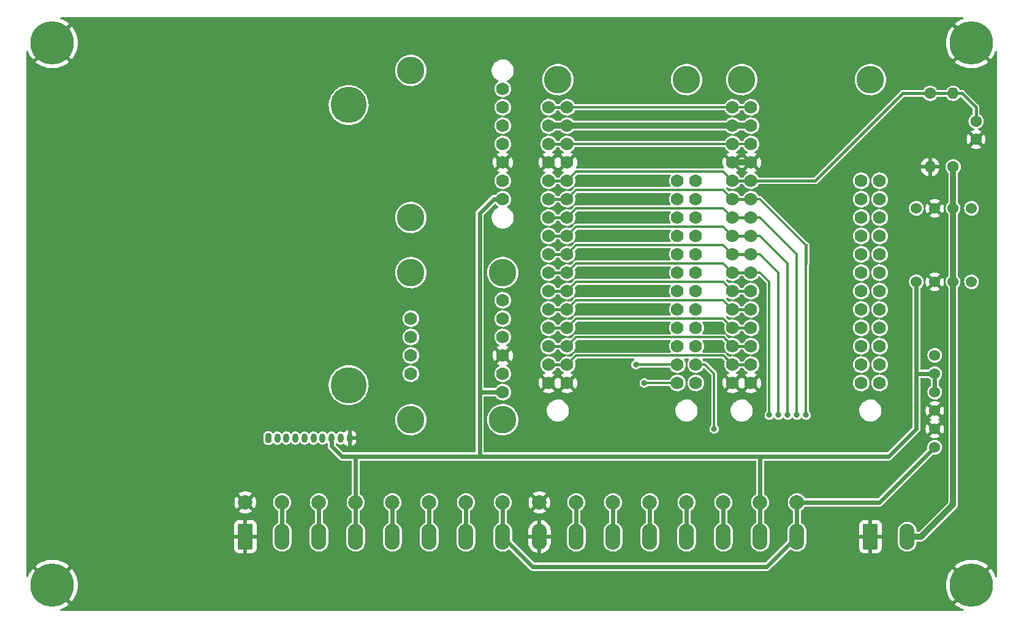
<source format=gtl>
G04 #@! TF.GenerationSoftware,KiCad,Pcbnew,(6.0.5-0)*
G04 #@! TF.CreationDate,2022-06-17T11:18:33-04:00*
G04 #@! TF.ProjectId,Cryologger AWS,4372796f-6c6f-4676-9765-72204157532e,rev?*
G04 #@! TF.SameCoordinates,Original*
G04 #@! TF.FileFunction,Copper,L1,Top*
G04 #@! TF.FilePolarity,Positive*
%FSLAX46Y46*%
G04 Gerber Fmt 4.6, Leading zero omitted, Abs format (unit mm)*
G04 Created by KiCad (PCBNEW (6.0.5-0)) date 2022-06-17 11:18:33*
%MOMM*%
%LPD*%
G01*
G04 APERTURE LIST*
G04 Aperture macros list*
%AMRoundRect*
0 Rectangle with rounded corners*
0 $1 Rounding radius*
0 $2 $3 $4 $5 $6 $7 $8 $9 X,Y pos of 4 corners*
0 Add a 4 corners polygon primitive as box body*
4,1,4,$2,$3,$4,$5,$6,$7,$8,$9,$2,$3,0*
0 Add four circle primitives for the rounded corners*
1,1,$1+$1,$2,$3*
1,1,$1+$1,$4,$5*
1,1,$1+$1,$6,$7*
1,1,$1+$1,$8,$9*
0 Add four rect primitives between the rounded corners*
20,1,$1+$1,$2,$3,$4,$5,0*
20,1,$1+$1,$4,$5,$6,$7,0*
20,1,$1+$1,$6,$7,$8,$9,0*
20,1,$1+$1,$8,$9,$2,$3,0*%
G04 Aperture macros list end*
G04 #@! TA.AperFunction,ComponentPad*
%ADD10C,2.000000*%
G04 #@! TD*
G04 #@! TA.AperFunction,ComponentPad*
%ADD11C,1.524000*%
G04 #@! TD*
G04 #@! TA.AperFunction,WasherPad*
%ADD12C,3.810000*%
G04 #@! TD*
G04 #@! TA.AperFunction,ComponentPad*
%ADD13C,1.778000*%
G04 #@! TD*
G04 #@! TA.AperFunction,ComponentPad*
%ADD14C,4.999990*%
G04 #@! TD*
G04 #@! TA.AperFunction,ComponentPad*
%ADD15C,6.000000*%
G04 #@! TD*
G04 #@! TA.AperFunction,ComponentPad*
%ADD16C,3.810000*%
G04 #@! TD*
G04 #@! TA.AperFunction,ComponentPad*
%ADD17RoundRect,0.200000X-0.200000X-0.450000X0.200000X-0.450000X0.200000X0.450000X-0.200000X0.450000X0*%
G04 #@! TD*
G04 #@! TA.AperFunction,ComponentPad*
%ADD18O,0.800000X1.300000*%
G04 #@! TD*
G04 #@! TA.AperFunction,ComponentPad*
%ADD19C,1.600000*%
G04 #@! TD*
G04 #@! TA.AperFunction,ComponentPad*
%ADD20O,1.600000X1.600000*%
G04 #@! TD*
G04 #@! TA.AperFunction,ComponentPad*
%ADD21RoundRect,0.249999X-0.790001X-1.550001X0.790001X-1.550001X0.790001X1.550001X-0.790001X1.550001X0*%
G04 #@! TD*
G04 #@! TA.AperFunction,ComponentPad*
%ADD22O,2.080000X3.600000*%
G04 #@! TD*
G04 #@! TA.AperFunction,ViaPad*
%ADD23C,0.800000*%
G04 #@! TD*
G04 #@! TA.AperFunction,Conductor*
%ADD24C,0.304800*%
G04 #@! TD*
G04 #@! TA.AperFunction,Conductor*
%ADD25C,0.609600*%
G04 #@! TD*
G04 #@! TA.AperFunction,Conductor*
%ADD26C,0.406400*%
G04 #@! TD*
G04 #@! TA.AperFunction,Conductor*
%ADD27C,0.812800*%
G04 #@! TD*
G04 APERTURE END LIST*
D10*
X118110000Y-124460000D03*
X123190000Y-124460000D03*
X128270000Y-124460000D03*
X133350000Y-124460000D03*
X138430000Y-124460000D03*
X143510000Y-124460000D03*
X148590000Y-124460000D03*
X153670000Y-124460000D03*
X158750000Y-124460000D03*
X163830000Y-124460000D03*
X168910000Y-124460000D03*
X173990000Y-124460000D03*
X179070000Y-124460000D03*
X184150000Y-124460000D03*
X189230000Y-124460000D03*
X194310000Y-124460000D03*
D11*
X213360000Y-116840000D03*
X213360000Y-111760000D03*
X213360000Y-114300000D03*
X213360000Y-109220000D03*
X213360000Y-106680000D03*
X213360000Y-104140000D03*
X218440000Y-93980000D03*
X215900000Y-93980000D03*
X213360000Y-93980000D03*
X210820000Y-93980000D03*
X210820000Y-83820000D03*
X213360000Y-83820000D03*
X215900000Y-83820000D03*
X218440000Y-83820000D03*
D12*
X140970000Y-113030000D03*
X140970000Y-92710000D03*
X153670000Y-113030000D03*
X153670000Y-92710000D03*
D13*
X153670000Y-109220000D03*
X153670000Y-106680000D03*
X153670000Y-104140000D03*
X153670000Y-101600000D03*
X153670000Y-99060000D03*
X153670000Y-96520000D03*
X140970000Y-106680000D03*
X140970000Y-104140000D03*
X140970000Y-101600000D03*
X140970000Y-99060000D03*
D14*
X132380000Y-108250000D03*
X132380000Y-69550000D03*
D13*
X153670000Y-67310000D03*
X153670000Y-69850000D03*
X153670000Y-72390000D03*
X153670000Y-74930000D03*
X153670000Y-77470000D03*
X153670000Y-80010000D03*
X153670000Y-82550000D03*
D12*
X140970000Y-64770000D03*
X140970000Y-85090000D03*
D15*
X91440000Y-60960000D03*
D13*
X177800000Y-107950000D03*
X180340000Y-107950000D03*
X177800000Y-105410000D03*
X180340000Y-105410000D03*
X180340000Y-102870000D03*
X177800000Y-102870000D03*
X177800000Y-100330000D03*
X180340000Y-100330000D03*
X180340000Y-97790000D03*
X177800000Y-97790000D03*
X180340000Y-95250000D03*
X177800000Y-95250000D03*
X177800000Y-92710000D03*
X180340000Y-92710000D03*
X177800000Y-90170000D03*
X180340000Y-90170000D03*
X180340000Y-87630000D03*
X177800000Y-87630000D03*
X180340000Y-85090000D03*
X177800000Y-85090000D03*
X180340000Y-82550000D03*
X177800000Y-82550000D03*
X180340000Y-80010000D03*
X177800000Y-80010000D03*
X160020000Y-107950000D03*
X162560000Y-107950000D03*
X160020000Y-105410000D03*
X162560000Y-105410000D03*
X160020000Y-102870000D03*
X162560000Y-102870000D03*
X162560000Y-100330000D03*
X160020000Y-100330000D03*
X162560000Y-97790000D03*
X160020000Y-97790000D03*
X162560000Y-95250000D03*
X160020000Y-95250000D03*
X160020000Y-92710000D03*
X162560000Y-92710000D03*
X162560000Y-90170000D03*
X160020000Y-90170000D03*
X162560000Y-87630000D03*
X160020000Y-87630000D03*
X162560000Y-85090000D03*
X160020000Y-85090000D03*
X160020000Y-82550000D03*
X162560000Y-82550000D03*
X162560000Y-80010000D03*
X160020000Y-80010000D03*
X162560000Y-77470000D03*
X160020000Y-77470000D03*
X160020000Y-74930000D03*
X162560000Y-74930000D03*
X162560000Y-72390000D03*
X160020000Y-72390000D03*
X162560000Y-69850000D03*
X160020000Y-69850000D03*
D16*
X179070000Y-66040000D03*
X161290000Y-66040000D03*
D15*
X218440000Y-135890000D03*
X218440000Y-60960000D03*
D13*
X203200000Y-107950000D03*
X205740000Y-107950000D03*
X203200000Y-105410000D03*
X205740000Y-105410000D03*
X203200000Y-102870000D03*
X205740000Y-102870000D03*
X205740000Y-100330000D03*
X203200000Y-100330000D03*
X203200000Y-97790000D03*
X205740000Y-97790000D03*
X205740000Y-95250000D03*
X203200000Y-95250000D03*
X203200000Y-92710000D03*
X205740000Y-92710000D03*
X203200000Y-90170000D03*
X205740000Y-90170000D03*
X205740000Y-87630000D03*
X203200000Y-87630000D03*
X205740000Y-85090000D03*
X203200000Y-85090000D03*
X203200000Y-82550000D03*
X205740000Y-82550000D03*
X203200000Y-80010000D03*
X205740000Y-80010000D03*
X185420000Y-107950000D03*
X187960000Y-107950000D03*
X185420000Y-105410000D03*
X187960000Y-105410000D03*
X185420000Y-102870000D03*
X187960000Y-102870000D03*
X185420000Y-100330000D03*
X187960000Y-100330000D03*
X187960000Y-97790000D03*
X185420000Y-97790000D03*
X187960000Y-95250000D03*
X185420000Y-95250000D03*
X185420000Y-92710000D03*
X187960000Y-92710000D03*
X185420000Y-90170000D03*
X187960000Y-90170000D03*
X185420000Y-87630000D03*
X187960000Y-87630000D03*
X187960000Y-85090000D03*
X185420000Y-85090000D03*
X187960000Y-82550000D03*
X185420000Y-82550000D03*
X187960000Y-80010000D03*
X185420000Y-80010000D03*
X187960000Y-77470000D03*
X185420000Y-77470000D03*
X187960000Y-74930000D03*
X185420000Y-74930000D03*
X185420000Y-72390000D03*
X187960000Y-72390000D03*
X185420000Y-69850000D03*
X187960000Y-69850000D03*
D16*
X204470000Y-66040000D03*
X186690000Y-66040000D03*
D17*
X121285000Y-115570000D03*
D18*
X122535000Y-115570000D03*
X123785000Y-115570000D03*
X125035000Y-115570000D03*
X126285000Y-115570000D03*
X127535000Y-115570000D03*
X128785000Y-115570000D03*
X130035000Y-115570000D03*
X131285000Y-115570000D03*
X132535000Y-115570000D03*
D15*
X91440000Y-135890000D03*
D19*
X215900000Y-78085000D03*
D20*
X215900000Y-67925000D03*
D19*
X219075000Y-71775000D03*
X219075000Y-74275000D03*
X212725000Y-67925000D03*
D20*
X212725000Y-78085000D03*
D21*
X204470000Y-129191500D03*
D22*
X209550000Y-129191500D03*
D21*
X118110000Y-129191500D03*
D22*
X123190000Y-129191500D03*
X128270000Y-129191500D03*
X133350000Y-129191500D03*
X138430000Y-129191500D03*
X143510000Y-129191500D03*
X148590000Y-129191500D03*
X153670000Y-129191500D03*
X158750000Y-129191500D03*
X163830000Y-129191500D03*
X168910000Y-129191500D03*
X173990000Y-129191500D03*
X179070000Y-129191500D03*
X184150000Y-129191500D03*
X189230000Y-129191500D03*
X194310000Y-129191500D03*
D23*
X182880000Y-100330000D03*
X113030000Y-109220000D03*
X113030000Y-68580000D03*
X199390000Y-121285000D03*
X156210000Y-121920000D03*
X146050000Y-121920000D03*
X135890000Y-121920000D03*
X181610000Y-135255000D03*
X191770000Y-135255000D03*
X166370000Y-135255000D03*
X135255000Y-135255000D03*
X125095000Y-135255000D03*
X145415000Y-135255000D03*
X176530000Y-131445000D03*
X207010000Y-133985000D03*
X112395000Y-123825000D03*
X91440000Y-123825000D03*
X102870000Y-116840000D03*
X102870000Y-133985000D03*
X92710000Y-88900000D03*
X132715000Y-88900000D03*
X92710000Y-68580000D03*
X92710000Y-109220000D03*
X113030000Y-88900000D03*
X157480000Y-60325000D03*
X182880000Y-60325000D03*
X207010000Y-60325000D03*
X219710000Y-78105000D03*
X220345000Y-88900000D03*
X219710000Y-107950000D03*
X208915000Y-107950000D03*
X208280000Y-88900000D03*
X209550000Y-73025000D03*
X195580000Y-66675000D03*
X170180000Y-66675000D03*
X147320000Y-110490000D03*
X147320000Y-95250000D03*
X147320000Y-81915000D03*
X147320000Y-67310000D03*
X199390000Y-111760000D03*
X172085000Y-105410000D03*
X182880000Y-114300000D03*
X173228000Y-107950000D03*
X195580000Y-112395000D03*
X194310000Y-112395000D03*
X193040000Y-112395000D03*
X170180000Y-77470000D03*
X170180000Y-100330000D03*
X170180000Y-107950000D03*
X177437624Y-115725724D03*
X170180000Y-92710000D03*
X195580000Y-85090000D03*
X170180000Y-85090000D03*
X195580000Y-77470000D03*
X191770000Y-112395000D03*
X190500000Y-112395000D03*
D24*
X162560000Y-80010000D02*
X163830000Y-78740000D01*
X163830000Y-78740000D02*
X184150000Y-78740000D01*
X184150000Y-78740000D02*
X185420000Y-80010000D01*
D25*
X194310000Y-129191500D02*
X190151500Y-133350000D01*
X190151500Y-133350000D02*
X157828500Y-133350000D01*
X157828500Y-133350000D02*
X153670000Y-129191500D01*
D24*
X177800000Y-105410000D02*
X172085000Y-105410000D01*
D25*
X128270000Y-129191500D02*
X128270000Y-123825000D01*
D24*
X182880000Y-106680000D02*
X182880000Y-114300000D01*
X180340000Y-105410000D02*
X181610000Y-105410000D01*
X181610000Y-105410000D02*
X182880000Y-106680000D01*
X177800000Y-107950000D02*
X173228000Y-107950000D01*
D25*
X123190000Y-129191500D02*
X123190000Y-123825000D01*
D24*
X162560000Y-69850000D02*
X185420000Y-69850000D01*
X185420000Y-69850000D02*
X187960000Y-69850000D01*
D26*
X160020000Y-69850000D02*
X162560000Y-69850000D01*
X160020000Y-74930000D02*
X162560000Y-74930000D01*
D24*
X185420000Y-74930000D02*
X187960000Y-74930000D01*
X162560000Y-74930000D02*
X185420000Y-74930000D01*
X163830000Y-93980000D02*
X184150000Y-93980000D01*
D26*
X160020000Y-95250000D02*
X162560000Y-95250000D01*
D24*
X162560000Y-95250000D02*
X163830000Y-93980000D01*
D26*
X185420000Y-95250000D02*
X187960000Y-95250000D01*
D24*
X184150000Y-93980000D02*
X185420000Y-95250000D01*
D26*
X160020000Y-97790000D02*
X162560000Y-97790000D01*
X185420000Y-97790000D02*
X187960000Y-97790000D01*
D24*
X162560000Y-97790000D02*
X163830000Y-96520000D01*
X184150000Y-96520000D02*
X185420000Y-97790000D01*
X163830000Y-96520000D02*
X184150000Y-96520000D01*
X163830000Y-99060000D02*
X184150000Y-99060000D01*
D26*
X185420000Y-100330000D02*
X187960000Y-100330000D01*
D24*
X162560000Y-100330000D02*
X163830000Y-99060000D01*
D26*
X160020000Y-100330000D02*
X162560000Y-100330000D01*
D24*
X184150000Y-99060000D02*
X185420000Y-100330000D01*
X163801401Y-101628599D02*
X162560000Y-102870000D01*
X185420000Y-102870000D02*
X184178599Y-101628599D01*
X184178599Y-101628599D02*
X163801401Y-101628599D01*
D26*
X187960000Y-102870000D02*
X185420000Y-102870000D01*
X162560000Y-102870000D02*
X160020000Y-102870000D01*
D24*
X184178599Y-104168599D02*
X163801401Y-104168599D01*
X163801401Y-104168599D02*
X162560000Y-105410000D01*
D26*
X162560000Y-105410000D02*
X160020000Y-105410000D01*
X187960000Y-105410000D02*
X185420000Y-105410000D01*
D24*
X185420000Y-105410000D02*
X184178599Y-104168599D01*
X187960000Y-82550000D02*
X189230000Y-82550000D01*
X163830000Y-81280000D02*
X184150000Y-81280000D01*
D25*
X184150000Y-129191500D02*
X184150000Y-123825000D01*
D24*
X184150000Y-81280000D02*
X185420000Y-82550000D01*
X162560000Y-82550000D02*
X163830000Y-81280000D01*
X189230000Y-82550000D02*
X195580000Y-88900000D01*
D26*
X195580000Y-88900000D02*
X195580000Y-91440000D01*
X185420000Y-82550000D02*
X187960000Y-82550000D01*
D24*
X195580000Y-91440000D02*
X195580000Y-112395000D01*
D26*
X160020000Y-82550000D02*
X162560000Y-82550000D01*
X215900000Y-67925000D02*
X217150000Y-67925000D01*
X212725000Y-67925000D02*
X215900000Y-67925000D01*
X185420000Y-80010000D02*
X187960000Y-80010000D01*
X160020000Y-80010000D02*
X162560000Y-80010000D01*
X219075000Y-69850000D02*
X219075000Y-71775000D01*
X187960000Y-80010000D02*
X196850000Y-80010000D01*
X208915000Y-67945000D02*
X208935000Y-67925000D01*
X196850000Y-80010000D02*
X208915000Y-67945000D01*
X208935000Y-67925000D02*
X212725000Y-67925000D01*
X217150000Y-67925000D02*
X219075000Y-69850000D01*
X185420000Y-85090000D02*
X187960000Y-85090000D01*
D24*
X194310000Y-90170000D02*
X194310000Y-112395000D01*
X187960000Y-85090000D02*
X189230000Y-85090000D01*
D26*
X160020000Y-85090000D02*
X162560000Y-85090000D01*
D25*
X179070000Y-129191500D02*
X179070000Y-123825000D01*
D24*
X184150000Y-83820000D02*
X185420000Y-85090000D01*
X163830000Y-83820000D02*
X184150000Y-83820000D01*
X189230000Y-85090000D02*
X194310000Y-90170000D01*
X162560000Y-85090000D02*
X163830000Y-83820000D01*
X187960000Y-87630000D02*
X189230000Y-87630000D01*
X193040000Y-91440000D02*
X193040000Y-112395000D01*
X189230000Y-87630000D02*
X193040000Y-91440000D01*
D26*
X185420000Y-87630000D02*
X187960000Y-87630000D01*
X160020000Y-87630000D02*
X162560000Y-87630000D01*
D24*
X184150000Y-86360000D02*
X185420000Y-87630000D01*
X163830000Y-86360000D02*
X184150000Y-86360000D01*
D25*
X173990000Y-129191500D02*
X173990000Y-123825000D01*
D24*
X162560000Y-87630000D02*
X163830000Y-86360000D01*
D27*
X185420000Y-77470000D02*
X187960000Y-77470000D01*
X211455000Y-129191500D02*
X209550000Y-129191500D01*
X215900000Y-83820000D02*
X215900000Y-93980000D01*
X215900000Y-124746500D02*
X211455000Y-129191500D01*
X215900000Y-124746500D02*
X215900000Y-93980000D01*
X215900000Y-83820000D02*
X215900000Y-78085000D01*
D25*
X150495000Y-109220000D02*
X150495000Y-118110000D01*
X213360000Y-106680000D02*
X213360000Y-109220000D01*
X130035000Y-116700000D02*
X131445000Y-118110000D01*
X130035000Y-115570000D02*
X130035000Y-116700000D01*
X150495000Y-118110000D02*
X207010000Y-118110000D01*
X131445000Y-118110000D02*
X133350000Y-118110000D01*
X150495000Y-109220000D02*
X150495000Y-84467765D01*
X133350000Y-118110000D02*
X150495000Y-118110000D01*
X133350000Y-118110000D02*
X133350000Y-124460000D01*
X152412765Y-82550000D02*
X153670000Y-82550000D01*
X213360000Y-106680000D02*
X210820000Y-106680000D01*
X150495000Y-109220000D02*
X153670000Y-109220000D01*
X189230000Y-124460000D02*
X189230000Y-118110000D01*
X150495000Y-84467765D02*
X152412765Y-82550000D01*
X207010000Y-118110000D02*
X210820000Y-114300000D01*
X210820000Y-93980000D02*
X210820000Y-106680000D01*
X189230000Y-129191500D02*
X189230000Y-123825000D01*
X210820000Y-114300000D02*
X210820000Y-106680000D01*
X133350000Y-124460000D02*
X133350000Y-129191500D01*
D27*
X162560000Y-72390000D02*
X160020000Y-72390000D01*
X185420000Y-72390000D02*
X187960000Y-72390000D01*
X185420000Y-72390000D02*
X162560000Y-72390000D01*
D24*
X187960000Y-90170000D02*
X189230000Y-90170000D01*
X163830000Y-88900000D02*
X184150000Y-88900000D01*
D26*
X185420000Y-90170000D02*
X187960000Y-90170000D01*
D24*
X162560000Y-90170000D02*
X163830000Y-88900000D01*
D25*
X168910000Y-129191500D02*
X168910000Y-123825000D01*
D24*
X184150000Y-88900000D02*
X185420000Y-90170000D01*
D26*
X160020000Y-90170000D02*
X162560000Y-90170000D01*
D24*
X191770000Y-92710000D02*
X191770000Y-112395000D01*
X189230000Y-90170000D02*
X191770000Y-92710000D01*
X190500000Y-93980000D02*
X190500000Y-112395000D01*
X162560000Y-92710000D02*
X163830000Y-91440000D01*
D26*
X160020000Y-92710000D02*
X162560000Y-92710000D01*
X185420000Y-92710000D02*
X187960000Y-92710000D01*
D24*
X187960000Y-92710000D02*
X189230000Y-92710000D01*
X189230000Y-92710000D02*
X190500000Y-93980000D01*
D25*
X163830000Y-129191500D02*
X163830000Y-123825000D01*
D24*
X184150000Y-91440000D02*
X185420000Y-92710000D01*
X163830000Y-91440000D02*
X184150000Y-91440000D01*
D25*
X194310000Y-129191500D02*
X194310000Y-123825000D01*
X205740000Y-124460000D02*
X213360000Y-116840000D01*
X194310000Y-124460000D02*
X205740000Y-124460000D01*
X138430000Y-129191500D02*
X138430000Y-124460000D01*
X143510000Y-129191500D02*
X143510000Y-124460000D01*
X148590000Y-129191500D02*
X148590000Y-124460000D01*
X153670000Y-129191500D02*
X153670000Y-124460000D01*
G04 #@! TA.AperFunction,Conductor*
G36*
X217301858Y-57424502D02*
G01*
X217348351Y-57478158D01*
X217358455Y-57548432D01*
X217328961Y-57613012D01*
X217278892Y-57648131D01*
X217014286Y-57749704D01*
X217008275Y-57752380D01*
X216686532Y-57916317D01*
X216680823Y-57919613D01*
X216377984Y-58116279D01*
X216372662Y-58120146D01*
X216158366Y-58293678D01*
X216149900Y-58305933D01*
X216156234Y-58317024D01*
X221082110Y-63242900D01*
X221095186Y-63250040D01*
X221105554Y-63242582D01*
X221279854Y-63027338D01*
X221283721Y-63022016D01*
X221480387Y-62719177D01*
X221483683Y-62713468D01*
X221647620Y-62391725D01*
X221650296Y-62385714D01*
X221751869Y-62121108D01*
X221794955Y-62064680D01*
X221861708Y-62040504D01*
X221930936Y-62056255D01*
X221980657Y-62106933D01*
X221995500Y-62166263D01*
X221995500Y-134683737D01*
X221975498Y-134751858D01*
X221921842Y-134798351D01*
X221851568Y-134808455D01*
X221786988Y-134778961D01*
X221751869Y-134728892D01*
X221650296Y-134464286D01*
X221647620Y-134458275D01*
X221483683Y-134136532D01*
X221480387Y-134130823D01*
X221283721Y-133827984D01*
X221279854Y-133822662D01*
X221106322Y-133608366D01*
X221094067Y-133599900D01*
X221082976Y-133606234D01*
X216157100Y-138532110D01*
X216149960Y-138545186D01*
X216157418Y-138555554D01*
X216372662Y-138729854D01*
X216377984Y-138733721D01*
X216680823Y-138930387D01*
X216686532Y-138933683D01*
X217008275Y-139097620D01*
X217014286Y-139100296D01*
X217278892Y-139201869D01*
X217335320Y-139244955D01*
X217359496Y-139311708D01*
X217343745Y-139380936D01*
X217293067Y-139430657D01*
X217233737Y-139445500D01*
X92646263Y-139445500D01*
X92578142Y-139425498D01*
X92531649Y-139371842D01*
X92521545Y-139301568D01*
X92551039Y-139236988D01*
X92601108Y-139201869D01*
X92865714Y-139100296D01*
X92871725Y-139097620D01*
X93193468Y-138933683D01*
X93199177Y-138930387D01*
X93502016Y-138733721D01*
X93507338Y-138729854D01*
X93721634Y-138556322D01*
X93730100Y-138544067D01*
X93723766Y-138532976D01*
X91081922Y-135891132D01*
X91804408Y-135891132D01*
X91804539Y-135892965D01*
X91808790Y-135899580D01*
X94082110Y-138172900D01*
X94095186Y-138180040D01*
X94105554Y-138172582D01*
X94279854Y-137957338D01*
X94283721Y-137952016D01*
X94480387Y-137649177D01*
X94483683Y-137643468D01*
X94647620Y-137321725D01*
X94650296Y-137315714D01*
X94779700Y-136978605D01*
X94781740Y-136972328D01*
X94875198Y-136623537D01*
X94876567Y-136617099D01*
X94933055Y-136260440D01*
X94933743Y-136253896D01*
X94952641Y-135893301D01*
X214927359Y-135893301D01*
X214946257Y-136253896D01*
X214946945Y-136260440D01*
X215003433Y-136617099D01*
X215004802Y-136623537D01*
X215098260Y-136972328D01*
X215100300Y-136978605D01*
X215229704Y-137315714D01*
X215232380Y-137321725D01*
X215396317Y-137643468D01*
X215399613Y-137649177D01*
X215596279Y-137952016D01*
X215600146Y-137957338D01*
X215773678Y-138171634D01*
X215785933Y-138180100D01*
X215797024Y-138173766D01*
X218067978Y-135902812D01*
X218075592Y-135888868D01*
X218075461Y-135887035D01*
X218071210Y-135880420D01*
X215797890Y-133607100D01*
X215784814Y-133599960D01*
X215774446Y-133607418D01*
X215600146Y-133822662D01*
X215596279Y-133827984D01*
X215399613Y-134130823D01*
X215396317Y-134136532D01*
X215232380Y-134458275D01*
X215229704Y-134464286D01*
X215100300Y-134801395D01*
X215098260Y-134807672D01*
X215004802Y-135156463D01*
X215003433Y-135162901D01*
X214946945Y-135519560D01*
X214946257Y-135526104D01*
X214927359Y-135886699D01*
X214927359Y-135893301D01*
X94952641Y-135893301D01*
X94952641Y-135886699D01*
X94933743Y-135526104D01*
X94933055Y-135519560D01*
X94876567Y-135162901D01*
X94875198Y-135156463D01*
X94781740Y-134807672D01*
X94779700Y-134801395D01*
X94650296Y-134464286D01*
X94647620Y-134458275D01*
X94483683Y-134136532D01*
X94480387Y-134130823D01*
X94283721Y-133827984D01*
X94279854Y-133822662D01*
X94106322Y-133608366D01*
X94094067Y-133599900D01*
X94082976Y-133606234D01*
X91812022Y-135877188D01*
X91804408Y-135891132D01*
X91081922Y-135891132D01*
X88797890Y-133607100D01*
X88784814Y-133599960D01*
X88774446Y-133607418D01*
X88600146Y-133822662D01*
X88596279Y-133827984D01*
X88399613Y-134130823D01*
X88396317Y-134136532D01*
X88232380Y-134458275D01*
X88229704Y-134464286D01*
X88128131Y-134728892D01*
X88085045Y-134785320D01*
X88018292Y-134809496D01*
X87949064Y-134793745D01*
X87899343Y-134743067D01*
X87884500Y-134683737D01*
X87884500Y-133235933D01*
X89149900Y-133235933D01*
X89156234Y-133247024D01*
X91427188Y-135517978D01*
X91441132Y-135525592D01*
X91442965Y-135525461D01*
X91449580Y-135521210D01*
X93722900Y-133247890D01*
X93730040Y-133234814D01*
X93722582Y-133224446D01*
X93507338Y-133050146D01*
X93502016Y-133046279D01*
X93199177Y-132849613D01*
X93193468Y-132846317D01*
X92871725Y-132682380D01*
X92865714Y-132679704D01*
X92528605Y-132550300D01*
X92522328Y-132548260D01*
X92173537Y-132454802D01*
X92167099Y-132453433D01*
X91810440Y-132396945D01*
X91803896Y-132396257D01*
X91443301Y-132377359D01*
X91436699Y-132377359D01*
X91076104Y-132396257D01*
X91069560Y-132396945D01*
X90712901Y-132453433D01*
X90706463Y-132454802D01*
X90357672Y-132548260D01*
X90351395Y-132550300D01*
X90014286Y-132679704D01*
X90008275Y-132682380D01*
X89686532Y-132846317D01*
X89680823Y-132849613D01*
X89377984Y-133046279D01*
X89372662Y-133050146D01*
X89158366Y-133223678D01*
X89149900Y-133235933D01*
X87884500Y-133235933D01*
X87884500Y-130788598D01*
X116562000Y-130788598D01*
X116562337Y-130795113D01*
X116572256Y-130890705D01*
X116575150Y-130904104D01*
X116626588Y-131058285D01*
X116632762Y-131071464D01*
X116718063Y-131209310D01*
X116727099Y-131220709D01*
X116841828Y-131335238D01*
X116853239Y-131344250D01*
X116991242Y-131429316D01*
X117004423Y-131435463D01*
X117158709Y-131486638D01*
X117172085Y-131489505D01*
X117266437Y-131499172D01*
X117272853Y-131499500D01*
X117837885Y-131499500D01*
X117853124Y-131495025D01*
X117854329Y-131493635D01*
X117856000Y-131485952D01*
X117856000Y-131481385D01*
X118364000Y-131481385D01*
X118368475Y-131496624D01*
X118369865Y-131497829D01*
X118377548Y-131499500D01*
X118947098Y-131499500D01*
X118953613Y-131499163D01*
X119049205Y-131489244D01*
X119062604Y-131486350D01*
X119216785Y-131434912D01*
X119229964Y-131428738D01*
X119367810Y-131343437D01*
X119379209Y-131334401D01*
X119493738Y-131219672D01*
X119502750Y-131208261D01*
X119587816Y-131070258D01*
X119593963Y-131057077D01*
X119645138Y-130902791D01*
X119648005Y-130889415D01*
X119657672Y-130795063D01*
X119658000Y-130788647D01*
X119658000Y-130008023D01*
X121895500Y-130008023D01*
X121895738Y-130010739D01*
X121895738Y-130010748D01*
X121900133Y-130060982D01*
X121910296Y-130177146D01*
X121968921Y-130395936D01*
X122064648Y-130601222D01*
X122194567Y-130786767D01*
X122354733Y-130946933D01*
X122359241Y-130950090D01*
X122359244Y-130950092D01*
X122532582Y-131071464D01*
X122540277Y-131076852D01*
X122545259Y-131079175D01*
X122545264Y-131079178D01*
X122728637Y-131164686D01*
X122745564Y-131172579D01*
X122750872Y-131174001D01*
X122750874Y-131174002D01*
X122818271Y-131192061D01*
X122964354Y-131231204D01*
X123190000Y-131250945D01*
X123415646Y-131231204D01*
X123561729Y-131192061D01*
X123629126Y-131174002D01*
X123629128Y-131174001D01*
X123634436Y-131172579D01*
X123639418Y-131170256D01*
X123834741Y-131079175D01*
X123834744Y-131079173D01*
X123839722Y-131076852D01*
X124025267Y-130946933D01*
X124185433Y-130786767D01*
X124315352Y-130601222D01*
X124411079Y-130395936D01*
X124469704Y-130177146D01*
X124479867Y-130060982D01*
X124484262Y-130010748D01*
X124484262Y-130010739D01*
X124484500Y-130008023D01*
X126975500Y-130008023D01*
X126975738Y-130010739D01*
X126975738Y-130010748D01*
X126980133Y-130060982D01*
X126990296Y-130177146D01*
X127048921Y-130395936D01*
X127144648Y-130601222D01*
X127274567Y-130786767D01*
X127434733Y-130946933D01*
X127439241Y-130950090D01*
X127439244Y-130950092D01*
X127612582Y-131071464D01*
X127620277Y-131076852D01*
X127625259Y-131079175D01*
X127625264Y-131079178D01*
X127808637Y-131164686D01*
X127825564Y-131172579D01*
X127830872Y-131174001D01*
X127830874Y-131174002D01*
X127898271Y-131192061D01*
X128044354Y-131231204D01*
X128270000Y-131250945D01*
X128495646Y-131231204D01*
X128641729Y-131192061D01*
X128709126Y-131174002D01*
X128709128Y-131174001D01*
X128714436Y-131172579D01*
X128719418Y-131170256D01*
X128914741Y-131079175D01*
X128914744Y-131079173D01*
X128919722Y-131076852D01*
X129105267Y-130946933D01*
X129265433Y-130786767D01*
X129395352Y-130601222D01*
X129491079Y-130395936D01*
X129549704Y-130177146D01*
X129559867Y-130060982D01*
X129564262Y-130010748D01*
X129564262Y-130010739D01*
X129564500Y-130008023D01*
X129564500Y-128374977D01*
X129563750Y-128366396D01*
X129550183Y-128211333D01*
X129549704Y-128205854D01*
X129491079Y-127987064D01*
X129395352Y-127781778D01*
X129265433Y-127596233D01*
X129105267Y-127436067D01*
X129100759Y-127432910D01*
X129100756Y-127432908D01*
X128924232Y-127309305D01*
X128924229Y-127309303D01*
X128919723Y-127306148D01*
X128914739Y-127303824D01*
X128914736Y-127303822D01*
X128902050Y-127297907D01*
X128848765Y-127250990D01*
X128829300Y-127183712D01*
X128829300Y-125663386D01*
X128849302Y-125595265D01*
X128892299Y-125554267D01*
X128894659Y-125552905D01*
X128899646Y-125550579D01*
X128904155Y-125547422D01*
X129074946Y-125427833D01*
X129074949Y-125427831D01*
X129079457Y-125424674D01*
X129234674Y-125269457D01*
X129360579Y-125089646D01*
X129362902Y-125084664D01*
X129362905Y-125084659D01*
X129419702Y-124962856D01*
X129453347Y-124890703D01*
X129510161Y-124678674D01*
X129529292Y-124460000D01*
X129510161Y-124241326D01*
X129453347Y-124029297D01*
X129364005Y-123837701D01*
X129362905Y-123835341D01*
X129362902Y-123835336D01*
X129360579Y-123830354D01*
X129234674Y-123650543D01*
X129079457Y-123495326D01*
X129074949Y-123492169D01*
X129074946Y-123492167D01*
X128904155Y-123372578D01*
X128904153Y-123372577D01*
X128899646Y-123369421D01*
X128894664Y-123367098D01*
X128894659Y-123367095D01*
X128781545Y-123314350D01*
X128700703Y-123276653D01*
X128488674Y-123219839D01*
X128270000Y-123200708D01*
X128051326Y-123219839D01*
X127839297Y-123276653D01*
X127758455Y-123314350D01*
X127645341Y-123367095D01*
X127645336Y-123367098D01*
X127640354Y-123369421D01*
X127635847Y-123372577D01*
X127635845Y-123372578D01*
X127465054Y-123492167D01*
X127465051Y-123492169D01*
X127460543Y-123495326D01*
X127305326Y-123650543D01*
X127179421Y-123830354D01*
X127177098Y-123835336D01*
X127177095Y-123835341D01*
X127175995Y-123837701D01*
X127086653Y-124029297D01*
X127029839Y-124241326D01*
X127010708Y-124460000D01*
X127029839Y-124678674D01*
X127086653Y-124890703D01*
X127120298Y-124962856D01*
X127177095Y-125084659D01*
X127177098Y-125084664D01*
X127179421Y-125089646D01*
X127305326Y-125269457D01*
X127460543Y-125424674D01*
X127465051Y-125427831D01*
X127465054Y-125427833D01*
X127635845Y-125547422D01*
X127640354Y-125550579D01*
X127645341Y-125552905D01*
X127647701Y-125554267D01*
X127696694Y-125605650D01*
X127710700Y-125663386D01*
X127710700Y-127183712D01*
X127690698Y-127251833D01*
X127637952Y-127297906D01*
X127625261Y-127303824D01*
X127625258Y-127303826D01*
X127620278Y-127306148D01*
X127434733Y-127436067D01*
X127274567Y-127596233D01*
X127144648Y-127781778D01*
X127048921Y-127987064D01*
X126990296Y-128205854D01*
X126989817Y-128211333D01*
X126976251Y-128366396D01*
X126975500Y-128374977D01*
X126975500Y-130008023D01*
X124484500Y-130008023D01*
X124484500Y-128374977D01*
X124483750Y-128366396D01*
X124470183Y-128211333D01*
X124469704Y-128205854D01*
X124411079Y-127987064D01*
X124315352Y-127781778D01*
X124185433Y-127596233D01*
X124025267Y-127436067D01*
X124020759Y-127432910D01*
X124020756Y-127432908D01*
X123844232Y-127309305D01*
X123844229Y-127309303D01*
X123839723Y-127306148D01*
X123834739Y-127303824D01*
X123834736Y-127303822D01*
X123822050Y-127297907D01*
X123768765Y-127250990D01*
X123749300Y-127183712D01*
X123749300Y-125663386D01*
X123769302Y-125595265D01*
X123812299Y-125554267D01*
X123814659Y-125552905D01*
X123819646Y-125550579D01*
X123824155Y-125547422D01*
X123994946Y-125427833D01*
X123994949Y-125427831D01*
X123999457Y-125424674D01*
X124154674Y-125269457D01*
X124280579Y-125089646D01*
X124282902Y-125084664D01*
X124282905Y-125084659D01*
X124339702Y-124962856D01*
X124373347Y-124890703D01*
X124430161Y-124678674D01*
X124449292Y-124460000D01*
X124430161Y-124241326D01*
X124373347Y-124029297D01*
X124284005Y-123837701D01*
X124282905Y-123835341D01*
X124282902Y-123835336D01*
X124280579Y-123830354D01*
X124154674Y-123650543D01*
X123999457Y-123495326D01*
X123994949Y-123492169D01*
X123994946Y-123492167D01*
X123824155Y-123372578D01*
X123824153Y-123372577D01*
X123819646Y-123369421D01*
X123814664Y-123367098D01*
X123814659Y-123367095D01*
X123701545Y-123314350D01*
X123620703Y-123276653D01*
X123408674Y-123219839D01*
X123190000Y-123200708D01*
X122971326Y-123219839D01*
X122759297Y-123276653D01*
X122678455Y-123314350D01*
X122565341Y-123367095D01*
X122565336Y-123367098D01*
X122560354Y-123369421D01*
X122555847Y-123372577D01*
X122555845Y-123372578D01*
X122385054Y-123492167D01*
X122385051Y-123492169D01*
X122380543Y-123495326D01*
X122225326Y-123650543D01*
X122099421Y-123830354D01*
X122097098Y-123835336D01*
X122097095Y-123835341D01*
X122095995Y-123837701D01*
X122006653Y-124029297D01*
X121949839Y-124241326D01*
X121930708Y-124460000D01*
X121949839Y-124678674D01*
X122006653Y-124890703D01*
X122040298Y-124962856D01*
X122097095Y-125084659D01*
X122097098Y-125084664D01*
X122099421Y-125089646D01*
X122225326Y-125269457D01*
X122380543Y-125424674D01*
X122385051Y-125427831D01*
X122385054Y-125427833D01*
X122555845Y-125547422D01*
X122560354Y-125550579D01*
X122565341Y-125552905D01*
X122567701Y-125554267D01*
X122616694Y-125605650D01*
X122630700Y-125663386D01*
X122630700Y-127183712D01*
X122610698Y-127251833D01*
X122557952Y-127297906D01*
X122545261Y-127303824D01*
X122545258Y-127303826D01*
X122540278Y-127306148D01*
X122354733Y-127436067D01*
X122194567Y-127596233D01*
X122064648Y-127781778D01*
X121968921Y-127987064D01*
X121910296Y-128205854D01*
X121909817Y-128211333D01*
X121896251Y-128366396D01*
X121895500Y-128374977D01*
X121895500Y-130008023D01*
X119658000Y-130008023D01*
X119658000Y-129463615D01*
X119653525Y-129448376D01*
X119652135Y-129447171D01*
X119644452Y-129445500D01*
X118382115Y-129445500D01*
X118366876Y-129449975D01*
X118365671Y-129451365D01*
X118364000Y-129459048D01*
X118364000Y-131481385D01*
X117856000Y-131481385D01*
X117856000Y-129463615D01*
X117851525Y-129448376D01*
X117850135Y-129447171D01*
X117842452Y-129445500D01*
X116580115Y-129445500D01*
X116564876Y-129449975D01*
X116563671Y-129451365D01*
X116562000Y-129459048D01*
X116562000Y-130788598D01*
X87884500Y-130788598D01*
X87884500Y-128919385D01*
X116562000Y-128919385D01*
X116566475Y-128934624D01*
X116567865Y-128935829D01*
X116575548Y-128937500D01*
X117837885Y-128937500D01*
X117853124Y-128933025D01*
X117854329Y-128931635D01*
X117856000Y-128923952D01*
X117856000Y-128919385D01*
X118364000Y-128919385D01*
X118368475Y-128934624D01*
X118369865Y-128935829D01*
X118377548Y-128937500D01*
X119639885Y-128937500D01*
X119655124Y-128933025D01*
X119656329Y-128931635D01*
X119658000Y-128923952D01*
X119658000Y-127594402D01*
X119657663Y-127587887D01*
X119647744Y-127492295D01*
X119644850Y-127478896D01*
X119593412Y-127324715D01*
X119587238Y-127311536D01*
X119501937Y-127173690D01*
X119492901Y-127162291D01*
X119378172Y-127047762D01*
X119366761Y-127038750D01*
X119228758Y-126953684D01*
X119215577Y-126947537D01*
X119061291Y-126896362D01*
X119047915Y-126893495D01*
X118953563Y-126883828D01*
X118947146Y-126883500D01*
X118382115Y-126883500D01*
X118366876Y-126887975D01*
X118365671Y-126889365D01*
X118364000Y-126897048D01*
X118364000Y-128919385D01*
X117856000Y-128919385D01*
X117856000Y-126901615D01*
X117851525Y-126886376D01*
X117850135Y-126885171D01*
X117842452Y-126883500D01*
X117272902Y-126883500D01*
X117266387Y-126883837D01*
X117170795Y-126893756D01*
X117157396Y-126896650D01*
X117003215Y-126948088D01*
X116990036Y-126954262D01*
X116852190Y-127039563D01*
X116840791Y-127048599D01*
X116726262Y-127163328D01*
X116717250Y-127174739D01*
X116632184Y-127312742D01*
X116626037Y-127325923D01*
X116574862Y-127480209D01*
X116571995Y-127493585D01*
X116562328Y-127587937D01*
X116562000Y-127594354D01*
X116562000Y-128919385D01*
X87884500Y-128919385D01*
X87884500Y-125692670D01*
X117242160Y-125692670D01*
X117247887Y-125700320D01*
X117419042Y-125805205D01*
X117427837Y-125809687D01*
X117637988Y-125896734D01*
X117647373Y-125899783D01*
X117868554Y-125952885D01*
X117878301Y-125954428D01*
X118105070Y-125972275D01*
X118114930Y-125972275D01*
X118341699Y-125954428D01*
X118351446Y-125952885D01*
X118572627Y-125899783D01*
X118582012Y-125896734D01*
X118792163Y-125809687D01*
X118800958Y-125805205D01*
X118968445Y-125702568D01*
X118977907Y-125692110D01*
X118974124Y-125683334D01*
X118122812Y-124832022D01*
X118108868Y-124824408D01*
X118107035Y-124824539D01*
X118100420Y-124828790D01*
X117248920Y-125680290D01*
X117242160Y-125692670D01*
X87884500Y-125692670D01*
X87884500Y-124464930D01*
X116597725Y-124464930D01*
X116615572Y-124691699D01*
X116617115Y-124701446D01*
X116670217Y-124922627D01*
X116673266Y-124932012D01*
X116760313Y-125142163D01*
X116764795Y-125150958D01*
X116867432Y-125318445D01*
X116877890Y-125327907D01*
X116886666Y-125324124D01*
X117737978Y-124472812D01*
X117744356Y-124461132D01*
X118474408Y-124461132D01*
X118474539Y-124462965D01*
X118478790Y-124469580D01*
X119330290Y-125321080D01*
X119342670Y-125327840D01*
X119350320Y-125322113D01*
X119455205Y-125150958D01*
X119459687Y-125142163D01*
X119546734Y-124932012D01*
X119549783Y-124922627D01*
X119602885Y-124701446D01*
X119604428Y-124691699D01*
X119622275Y-124464930D01*
X119622275Y-124455070D01*
X119604428Y-124228301D01*
X119602885Y-124218554D01*
X119549783Y-123997373D01*
X119546734Y-123987988D01*
X119459687Y-123777837D01*
X119455205Y-123769042D01*
X119352568Y-123601555D01*
X119342110Y-123592093D01*
X119333334Y-123595876D01*
X118482022Y-124447188D01*
X118474408Y-124461132D01*
X117744356Y-124461132D01*
X117745592Y-124458868D01*
X117745461Y-124457035D01*
X117741210Y-124450420D01*
X116889710Y-123598920D01*
X116877330Y-123592160D01*
X116869680Y-123597887D01*
X116764795Y-123769042D01*
X116760313Y-123777837D01*
X116673266Y-123987988D01*
X116670217Y-123997373D01*
X116617115Y-124218554D01*
X116615572Y-124228301D01*
X116597725Y-124455070D01*
X116597725Y-124464930D01*
X87884500Y-124464930D01*
X87884500Y-123227890D01*
X117242093Y-123227890D01*
X117245876Y-123236666D01*
X118097188Y-124087978D01*
X118111132Y-124095592D01*
X118112965Y-124095461D01*
X118119580Y-124091210D01*
X118971080Y-123239710D01*
X118977840Y-123227330D01*
X118972113Y-123219680D01*
X118800958Y-123114795D01*
X118792163Y-123110313D01*
X118582012Y-123023266D01*
X118572627Y-123020217D01*
X118351446Y-122967115D01*
X118341699Y-122965572D01*
X118114930Y-122947725D01*
X118105070Y-122947725D01*
X117878301Y-122965572D01*
X117868554Y-122967115D01*
X117647373Y-123020217D01*
X117637988Y-123023266D01*
X117427837Y-123110313D01*
X117419042Y-123114795D01*
X117251555Y-123217432D01*
X117242093Y-123227890D01*
X87884500Y-123227890D01*
X87884500Y-115065685D01*
X120630500Y-115065685D01*
X120630501Y-116074314D01*
X120630780Y-116077262D01*
X120630780Y-116077271D01*
X120632784Y-116098478D01*
X120633507Y-116106127D01*
X120678791Y-116235076D01*
X120759990Y-116345010D01*
X120869924Y-116426209D01*
X120998873Y-116471493D01*
X121006515Y-116472215D01*
X121006518Y-116472216D01*
X121021421Y-116473624D01*
X121030685Y-116474500D01*
X121284828Y-116474500D01*
X121539314Y-116474499D01*
X121542262Y-116474220D01*
X121542271Y-116474220D01*
X121563478Y-116472216D01*
X121563480Y-116472216D01*
X121571127Y-116471493D01*
X121700076Y-116426209D01*
X121810010Y-116345010D01*
X121845580Y-116296853D01*
X121858655Y-116279151D01*
X121915217Y-116236240D01*
X121985998Y-116230721D01*
X122050932Y-116267240D01*
X122054098Y-116271597D01*
X122181514Y-116377005D01*
X122331141Y-116447414D01*
X122426298Y-116465566D01*
X122485791Y-116476915D01*
X122485793Y-116476915D01*
X122493577Y-116478400D01*
X122658616Y-116468017D01*
X122696833Y-116455599D01*
X122808351Y-116419365D01*
X122808354Y-116419364D01*
X122815887Y-116416916D01*
X122822577Y-116412670D01*
X122822580Y-116412669D01*
X122907424Y-116358825D01*
X122955510Y-116328309D01*
X123007850Y-116272573D01*
X123068710Y-116207763D01*
X123070569Y-116209508D01*
X123116891Y-116173791D01*
X123187627Y-116167717D01*
X123250418Y-116200851D01*
X123264537Y-116217146D01*
X123304098Y-116271597D01*
X123431514Y-116377005D01*
X123581141Y-116447414D01*
X123676298Y-116465566D01*
X123735791Y-116476915D01*
X123735793Y-116476915D01*
X123743577Y-116478400D01*
X123908616Y-116468017D01*
X123946833Y-116455599D01*
X124058351Y-116419365D01*
X124058354Y-116419364D01*
X124065887Y-116416916D01*
X124072577Y-116412670D01*
X124072580Y-116412669D01*
X124157424Y-116358825D01*
X124205510Y-116328309D01*
X124257850Y-116272573D01*
X124318710Y-116207763D01*
X124320569Y-116209508D01*
X124366891Y-116173791D01*
X124437627Y-116167717D01*
X124500418Y-116200851D01*
X124514537Y-116217146D01*
X124554098Y-116271597D01*
X124681514Y-116377005D01*
X124831141Y-116447414D01*
X124926298Y-116465566D01*
X124985791Y-116476915D01*
X124985793Y-116476915D01*
X124993577Y-116478400D01*
X125158616Y-116468017D01*
X125196833Y-116455599D01*
X125308351Y-116419365D01*
X125308354Y-116419364D01*
X125315887Y-116416916D01*
X125322577Y-116412670D01*
X125322580Y-116412669D01*
X125407424Y-116358825D01*
X125455510Y-116328309D01*
X125507850Y-116272573D01*
X125568710Y-116207763D01*
X125570569Y-116209508D01*
X125616891Y-116173791D01*
X125687627Y-116167717D01*
X125750418Y-116200851D01*
X125764537Y-116217146D01*
X125804098Y-116271597D01*
X125931514Y-116377005D01*
X126081141Y-116447414D01*
X126176298Y-116465566D01*
X126235791Y-116476915D01*
X126235793Y-116476915D01*
X126243577Y-116478400D01*
X126408616Y-116468017D01*
X126446833Y-116455599D01*
X126558351Y-116419365D01*
X126558354Y-116419364D01*
X126565887Y-116416916D01*
X126572577Y-116412670D01*
X126572580Y-116412669D01*
X126657424Y-116358825D01*
X126705510Y-116328309D01*
X126757850Y-116272573D01*
X126818710Y-116207763D01*
X126820569Y-116209508D01*
X126866891Y-116173791D01*
X126937627Y-116167717D01*
X127000418Y-116200851D01*
X127014537Y-116217146D01*
X127054098Y-116271597D01*
X127181514Y-116377005D01*
X127331141Y-116447414D01*
X127426298Y-116465566D01*
X127485791Y-116476915D01*
X127485793Y-116476915D01*
X127493577Y-116478400D01*
X127658616Y-116468017D01*
X127696833Y-116455599D01*
X127808351Y-116419365D01*
X127808354Y-116419364D01*
X127815887Y-116416916D01*
X127822577Y-116412670D01*
X127822580Y-116412669D01*
X127907424Y-116358825D01*
X127955510Y-116328309D01*
X128007850Y-116272573D01*
X128068710Y-116207763D01*
X128070569Y-116209508D01*
X128116891Y-116173791D01*
X128187627Y-116167717D01*
X128250418Y-116200851D01*
X128264537Y-116217146D01*
X128304098Y-116271597D01*
X128431514Y-116377005D01*
X128581141Y-116447414D01*
X128676298Y-116465566D01*
X128735791Y-116476915D01*
X128735793Y-116476915D01*
X128743577Y-116478400D01*
X128908616Y-116468017D01*
X128946833Y-116455599D01*
X129058351Y-116419365D01*
X129058354Y-116419364D01*
X129065887Y-116416916D01*
X129072577Y-116412670D01*
X129072580Y-116412669D01*
X129157424Y-116358825D01*
X129205510Y-116328309D01*
X129210938Y-116322529D01*
X129210942Y-116322526D01*
X129257850Y-116272573D01*
X129319062Y-116236607D01*
X129390002Y-116239444D01*
X129448146Y-116280184D01*
X129475035Y-116345892D01*
X129475700Y-116358825D01*
X129475700Y-116684841D01*
X129475589Y-116690117D01*
X129472948Y-116753129D01*
X129483064Y-116796257D01*
X129485227Y-116807930D01*
X129491239Y-116851821D01*
X129494649Y-116859701D01*
X129497378Y-116866009D01*
X129504411Y-116887273D01*
X129507940Y-116902320D01*
X129512075Y-116909842D01*
X129512078Y-116909849D01*
X129529284Y-116941146D01*
X129534505Y-116951802D01*
X129552097Y-116992456D01*
X129561826Y-117004470D01*
X129574317Y-117023059D01*
X129581763Y-117036604D01*
X129588883Y-117044852D01*
X129613880Y-117069849D01*
X129622705Y-117079650D01*
X129648533Y-117111545D01*
X129655534Y-117116520D01*
X129655538Y-117116524D01*
X129664255Y-117122719D01*
X129680361Y-117136330D01*
X131038772Y-118494741D01*
X131042425Y-118498550D01*
X131085137Y-118544999D01*
X131092437Y-118549525D01*
X131092438Y-118549526D01*
X131122783Y-118568341D01*
X131132566Y-118575064D01*
X131167856Y-118601851D01*
X131175845Y-118605014D01*
X131175852Y-118605018D01*
X131182234Y-118607545D01*
X131202240Y-118617606D01*
X131204642Y-118619095D01*
X131215374Y-118625749D01*
X131223620Y-118628145D01*
X131223623Y-118628146D01*
X131257904Y-118638105D01*
X131269137Y-118641951D01*
X131302345Y-118655100D01*
X131302352Y-118655102D01*
X131310334Y-118658262D01*
X131318874Y-118659160D01*
X131318876Y-118659160D01*
X131323353Y-118659630D01*
X131325702Y-118659877D01*
X131347687Y-118664190D01*
X131362528Y-118668502D01*
X131369105Y-118668985D01*
X131371088Y-118669131D01*
X131371099Y-118669131D01*
X131373395Y-118669300D01*
X131408746Y-118669300D01*
X131421917Y-118669990D01*
X131448795Y-118672815D01*
X131462733Y-118674280D01*
X131471205Y-118672847D01*
X131471206Y-118672847D01*
X131481740Y-118671065D01*
X131502754Y-118669300D01*
X132664700Y-118669300D01*
X132732821Y-118689302D01*
X132779314Y-118742958D01*
X132790700Y-118795300D01*
X132790700Y-123256614D01*
X132770698Y-123324735D01*
X132727701Y-123365733D01*
X132725341Y-123367095D01*
X132720354Y-123369421D01*
X132715847Y-123372577D01*
X132715845Y-123372578D01*
X132545054Y-123492167D01*
X132545051Y-123492169D01*
X132540543Y-123495326D01*
X132385326Y-123650543D01*
X132259421Y-123830354D01*
X132257098Y-123835336D01*
X132257095Y-123835341D01*
X132255995Y-123837701D01*
X132166653Y-124029297D01*
X132109839Y-124241326D01*
X132090708Y-124460000D01*
X132109839Y-124678674D01*
X132166653Y-124890703D01*
X132200298Y-124962856D01*
X132257095Y-125084659D01*
X132257098Y-125084664D01*
X132259421Y-125089646D01*
X132385326Y-125269457D01*
X132540543Y-125424674D01*
X132545051Y-125427831D01*
X132545054Y-125427833D01*
X132715845Y-125547422D01*
X132720354Y-125550579D01*
X132725341Y-125552905D01*
X132727701Y-125554267D01*
X132776694Y-125605650D01*
X132790700Y-125663386D01*
X132790700Y-127183712D01*
X132770698Y-127251833D01*
X132717952Y-127297906D01*
X132705261Y-127303824D01*
X132705258Y-127303826D01*
X132700278Y-127306148D01*
X132514733Y-127436067D01*
X132354567Y-127596233D01*
X132224648Y-127781778D01*
X132128921Y-127987064D01*
X132070296Y-128205854D01*
X132069817Y-128211333D01*
X132056251Y-128366396D01*
X132055500Y-128374977D01*
X132055500Y-130008023D01*
X132055738Y-130010739D01*
X132055738Y-130010748D01*
X132060133Y-130060982D01*
X132070296Y-130177146D01*
X132128921Y-130395936D01*
X132224648Y-130601222D01*
X132354567Y-130786767D01*
X132514733Y-130946933D01*
X132519241Y-130950090D01*
X132519244Y-130950092D01*
X132692582Y-131071464D01*
X132700277Y-131076852D01*
X132705259Y-131079175D01*
X132705264Y-131079178D01*
X132888637Y-131164686D01*
X132905564Y-131172579D01*
X132910872Y-131174001D01*
X132910874Y-131174002D01*
X132978271Y-131192061D01*
X133124354Y-131231204D01*
X133350000Y-131250945D01*
X133575646Y-131231204D01*
X133721729Y-131192061D01*
X133789126Y-131174002D01*
X133789128Y-131174001D01*
X133794436Y-131172579D01*
X133799418Y-131170256D01*
X133994741Y-131079175D01*
X133994744Y-131079173D01*
X133999722Y-131076852D01*
X134185267Y-130946933D01*
X134345433Y-130786767D01*
X134475352Y-130601222D01*
X134571079Y-130395936D01*
X134629704Y-130177146D01*
X134639867Y-130060982D01*
X134644262Y-130010748D01*
X134644262Y-130010739D01*
X134644500Y-130008023D01*
X137135500Y-130008023D01*
X137135738Y-130010739D01*
X137135738Y-130010748D01*
X137140133Y-130060982D01*
X137150296Y-130177146D01*
X137208921Y-130395936D01*
X137304648Y-130601222D01*
X137434567Y-130786767D01*
X137594733Y-130946933D01*
X137599241Y-130950090D01*
X137599244Y-130950092D01*
X137772582Y-131071464D01*
X137780277Y-131076852D01*
X137785259Y-131079175D01*
X137785264Y-131079178D01*
X137968637Y-131164686D01*
X137985564Y-131172579D01*
X137990872Y-131174001D01*
X137990874Y-131174002D01*
X138058271Y-131192061D01*
X138204354Y-131231204D01*
X138430000Y-131250945D01*
X138655646Y-131231204D01*
X138801729Y-131192061D01*
X138869126Y-131174002D01*
X138869128Y-131174001D01*
X138874436Y-131172579D01*
X138879418Y-131170256D01*
X139074741Y-131079175D01*
X139074744Y-131079173D01*
X139079722Y-131076852D01*
X139265267Y-130946933D01*
X139425433Y-130786767D01*
X139555352Y-130601222D01*
X139651079Y-130395936D01*
X139709704Y-130177146D01*
X139719867Y-130060982D01*
X139724262Y-130010748D01*
X139724262Y-130010739D01*
X139724500Y-130008023D01*
X142215500Y-130008023D01*
X142215738Y-130010739D01*
X142215738Y-130010748D01*
X142220133Y-130060982D01*
X142230296Y-130177146D01*
X142288921Y-130395936D01*
X142384648Y-130601222D01*
X142514567Y-130786767D01*
X142674733Y-130946933D01*
X142679241Y-130950090D01*
X142679244Y-130950092D01*
X142852582Y-131071464D01*
X142860277Y-131076852D01*
X142865259Y-131079175D01*
X142865264Y-131079178D01*
X143048637Y-131164686D01*
X143065564Y-131172579D01*
X143070872Y-131174001D01*
X143070874Y-131174002D01*
X143138271Y-131192061D01*
X143284354Y-131231204D01*
X143510000Y-131250945D01*
X143735646Y-131231204D01*
X143881729Y-131192061D01*
X143949126Y-131174002D01*
X143949128Y-131174001D01*
X143954436Y-131172579D01*
X143959418Y-131170256D01*
X144154741Y-131079175D01*
X144154744Y-131079173D01*
X144159722Y-131076852D01*
X144345267Y-130946933D01*
X144505433Y-130786767D01*
X144635352Y-130601222D01*
X144731079Y-130395936D01*
X144789704Y-130177146D01*
X144799867Y-130060982D01*
X144804262Y-130010748D01*
X144804262Y-130010739D01*
X144804500Y-130008023D01*
X147295500Y-130008023D01*
X147295738Y-130010739D01*
X147295738Y-130010748D01*
X147300133Y-130060982D01*
X147310296Y-130177146D01*
X147368921Y-130395936D01*
X147464648Y-130601222D01*
X147594567Y-130786767D01*
X147754733Y-130946933D01*
X147759241Y-130950090D01*
X147759244Y-130950092D01*
X147932582Y-131071464D01*
X147940277Y-131076852D01*
X147945259Y-131079175D01*
X147945264Y-131079178D01*
X148128637Y-131164686D01*
X148145564Y-131172579D01*
X148150872Y-131174001D01*
X148150874Y-131174002D01*
X148218271Y-131192061D01*
X148364354Y-131231204D01*
X148590000Y-131250945D01*
X148815646Y-131231204D01*
X148961729Y-131192061D01*
X149029126Y-131174002D01*
X149029128Y-131174001D01*
X149034436Y-131172579D01*
X149039418Y-131170256D01*
X149234741Y-131079175D01*
X149234744Y-131079173D01*
X149239722Y-131076852D01*
X149425267Y-130946933D01*
X149585433Y-130786767D01*
X149715352Y-130601222D01*
X149811079Y-130395936D01*
X149869704Y-130177146D01*
X149879867Y-130060982D01*
X149884262Y-130010748D01*
X149884262Y-130010739D01*
X149884500Y-130008023D01*
X152375500Y-130008023D01*
X152375738Y-130010739D01*
X152375738Y-130010748D01*
X152380133Y-130060982D01*
X152390296Y-130177146D01*
X152448921Y-130395936D01*
X152544648Y-130601222D01*
X152674567Y-130786767D01*
X152834733Y-130946933D01*
X152839241Y-130950090D01*
X152839244Y-130950092D01*
X153012582Y-131071464D01*
X153020277Y-131076852D01*
X153025259Y-131079175D01*
X153025264Y-131079178D01*
X153208637Y-131164686D01*
X153225564Y-131172579D01*
X153230872Y-131174001D01*
X153230874Y-131174002D01*
X153298271Y-131192061D01*
X153444354Y-131231204D01*
X153670000Y-131250945D01*
X153895646Y-131231204D01*
X154041729Y-131192061D01*
X154109126Y-131174002D01*
X154109128Y-131174001D01*
X154114436Y-131172579D01*
X154119418Y-131170256D01*
X154314741Y-131079175D01*
X154314744Y-131079173D01*
X154319722Y-131076852D01*
X154494652Y-130954366D01*
X154561925Y-130931679D01*
X154630785Y-130948964D01*
X154656016Y-130968485D01*
X157422272Y-133734741D01*
X157425925Y-133738550D01*
X157468637Y-133784999D01*
X157475937Y-133789525D01*
X157475938Y-133789526D01*
X157506283Y-133808341D01*
X157516066Y-133815064D01*
X157551356Y-133841851D01*
X157559345Y-133845014D01*
X157559352Y-133845018D01*
X157565734Y-133847545D01*
X157585740Y-133857606D01*
X157588142Y-133859095D01*
X157598874Y-133865749D01*
X157607120Y-133868145D01*
X157607123Y-133868146D01*
X157641404Y-133878105D01*
X157652637Y-133881951D01*
X157685845Y-133895100D01*
X157685852Y-133895102D01*
X157693834Y-133898262D01*
X157702374Y-133899160D01*
X157702376Y-133899160D01*
X157706853Y-133899630D01*
X157709202Y-133899877D01*
X157731187Y-133904190D01*
X157746028Y-133908502D01*
X157752605Y-133908985D01*
X157754588Y-133909131D01*
X157754599Y-133909131D01*
X157756895Y-133909300D01*
X157792246Y-133909300D01*
X157805417Y-133909990D01*
X157846233Y-133914280D01*
X157854705Y-133912847D01*
X157854706Y-133912847D01*
X157865240Y-133911065D01*
X157886254Y-133909300D01*
X190136341Y-133909300D01*
X190141618Y-133909411D01*
X190204629Y-133912052D01*
X190247765Y-133901935D01*
X190259431Y-133899773D01*
X190263906Y-133899160D01*
X190303321Y-133893761D01*
X190312206Y-133889916D01*
X190317509Y-133887622D01*
X190338774Y-133880589D01*
X190353820Y-133877060D01*
X190361342Y-133872925D01*
X190361349Y-133872922D01*
X190392646Y-133855716D01*
X190403302Y-133850495D01*
X190424214Y-133841446D01*
X190436067Y-133836317D01*
X190436068Y-133836316D01*
X190443956Y-133832903D01*
X190455970Y-133823174D01*
X190474561Y-133810682D01*
X190478820Y-133808341D01*
X190488104Y-133803237D01*
X190496352Y-133796117D01*
X190521349Y-133771120D01*
X190531150Y-133762295D01*
X190556368Y-133741874D01*
X190563045Y-133736467D01*
X190568020Y-133729466D01*
X190568024Y-133729462D01*
X190574219Y-133720745D01*
X190587830Y-133704639D01*
X191056536Y-133235933D01*
X216149900Y-133235933D01*
X216156234Y-133247024D01*
X218427188Y-135517978D01*
X218441132Y-135525592D01*
X218442965Y-135525461D01*
X218449580Y-135521210D01*
X220722900Y-133247890D01*
X220730040Y-133234814D01*
X220722582Y-133224446D01*
X220507338Y-133050146D01*
X220502016Y-133046279D01*
X220199177Y-132849613D01*
X220193468Y-132846317D01*
X219871725Y-132682380D01*
X219865714Y-132679704D01*
X219528605Y-132550300D01*
X219522328Y-132548260D01*
X219173537Y-132454802D01*
X219167099Y-132453433D01*
X218810440Y-132396945D01*
X218803896Y-132396257D01*
X218443301Y-132377359D01*
X218436699Y-132377359D01*
X218076104Y-132396257D01*
X218069560Y-132396945D01*
X217712901Y-132453433D01*
X217706463Y-132454802D01*
X217357672Y-132548260D01*
X217351395Y-132550300D01*
X217014286Y-132679704D01*
X217008275Y-132682380D01*
X216686532Y-132846317D01*
X216680823Y-132849613D01*
X216377984Y-133046279D01*
X216372662Y-133050146D01*
X216158366Y-133223678D01*
X216149900Y-133235933D01*
X191056536Y-133235933D01*
X193323985Y-130968485D01*
X193386297Y-130934459D01*
X193457113Y-130939524D01*
X193485346Y-130954365D01*
X193660277Y-131076852D01*
X193665259Y-131079175D01*
X193665264Y-131079178D01*
X193848637Y-131164686D01*
X193865564Y-131172579D01*
X193870872Y-131174001D01*
X193870874Y-131174002D01*
X193938271Y-131192061D01*
X194084354Y-131231204D01*
X194310000Y-131250945D01*
X194535646Y-131231204D01*
X194681729Y-131192061D01*
X194749126Y-131174002D01*
X194749128Y-131174001D01*
X194754436Y-131172579D01*
X194759418Y-131170256D01*
X194954741Y-131079175D01*
X194954744Y-131079173D01*
X194959722Y-131076852D01*
X195145267Y-130946933D01*
X195303602Y-130788598D01*
X202922000Y-130788598D01*
X202922337Y-130795113D01*
X202932256Y-130890705D01*
X202935150Y-130904104D01*
X202986588Y-131058285D01*
X202992762Y-131071464D01*
X203078063Y-131209310D01*
X203087099Y-131220709D01*
X203201828Y-131335238D01*
X203213239Y-131344250D01*
X203351242Y-131429316D01*
X203364423Y-131435463D01*
X203518709Y-131486638D01*
X203532085Y-131489505D01*
X203626437Y-131499172D01*
X203632853Y-131499500D01*
X204197885Y-131499500D01*
X204213124Y-131495025D01*
X204214329Y-131493635D01*
X204216000Y-131485952D01*
X204216000Y-131481385D01*
X204724000Y-131481385D01*
X204728475Y-131496624D01*
X204729865Y-131497829D01*
X204737548Y-131499500D01*
X205307098Y-131499500D01*
X205313613Y-131499163D01*
X205409205Y-131489244D01*
X205422604Y-131486350D01*
X205576785Y-131434912D01*
X205589964Y-131428738D01*
X205727810Y-131343437D01*
X205739209Y-131334401D01*
X205853738Y-131219672D01*
X205862750Y-131208261D01*
X205947816Y-131070258D01*
X205953963Y-131057077D01*
X206005138Y-130902791D01*
X206008005Y-130889415D01*
X206017672Y-130795063D01*
X206018000Y-130788647D01*
X206018000Y-130008023D01*
X208255500Y-130008023D01*
X208255738Y-130010739D01*
X208255738Y-130010748D01*
X208260133Y-130060982D01*
X208270296Y-130177146D01*
X208328921Y-130395936D01*
X208424648Y-130601222D01*
X208554567Y-130786767D01*
X208714733Y-130946933D01*
X208719241Y-130950090D01*
X208719244Y-130950092D01*
X208892582Y-131071464D01*
X208900277Y-131076852D01*
X208905259Y-131079175D01*
X208905264Y-131079178D01*
X209088637Y-131164686D01*
X209105564Y-131172579D01*
X209110872Y-131174001D01*
X209110874Y-131174002D01*
X209178271Y-131192061D01*
X209324354Y-131231204D01*
X209550000Y-131250945D01*
X209775646Y-131231204D01*
X209921729Y-131192061D01*
X209989126Y-131174002D01*
X209989128Y-131174001D01*
X209994436Y-131172579D01*
X209999418Y-131170256D01*
X210194741Y-131079175D01*
X210194744Y-131079173D01*
X210199722Y-131076852D01*
X210385267Y-130946933D01*
X210545433Y-130786767D01*
X210675352Y-130601222D01*
X210771079Y-130395936D01*
X210829704Y-130177146D01*
X210839867Y-130060982D01*
X210844262Y-130010748D01*
X210844262Y-130010739D01*
X210844500Y-130008023D01*
X210844500Y-129978400D01*
X210864502Y-129910279D01*
X210918158Y-129863786D01*
X210970500Y-129852400D01*
X211427737Y-129852400D01*
X211436308Y-129852692D01*
X211489843Y-129856342D01*
X211497320Y-129855037D01*
X211497321Y-129855037D01*
X211522626Y-129850621D01*
X211548347Y-129846131D01*
X211554865Y-129845170D01*
X211573223Y-129842948D01*
X211606262Y-129838950D01*
X211606264Y-129838950D01*
X211613805Y-129838037D01*
X211620913Y-129835351D01*
X211627879Y-129833640D01*
X211633068Y-129832221D01*
X211639947Y-129830144D01*
X211647424Y-129828839D01*
X211701795Y-129804971D01*
X211707886Y-129802486D01*
X211756336Y-129784179D01*
X211756338Y-129784178D01*
X211763441Y-129781494D01*
X211769702Y-129777191D01*
X211776026Y-129773885D01*
X211780798Y-129771229D01*
X211786944Y-129767594D01*
X211793896Y-129764542D01*
X211841001Y-129728398D01*
X211846334Y-129724523D01*
X211895271Y-129690889D01*
X211933769Y-129647680D01*
X211938749Y-129642405D01*
X216348047Y-125233107D01*
X216354313Y-125227253D01*
X216389025Y-125196972D01*
X216394752Y-125191976D01*
X216428882Y-125143413D01*
X216432814Y-125138118D01*
X216464777Y-125097355D01*
X216469463Y-125091379D01*
X216472589Y-125084455D01*
X216476302Y-125078324D01*
X216478938Y-125073704D01*
X216482360Y-125067322D01*
X216486731Y-125061103D01*
X216508299Y-125005786D01*
X216510854Y-124999707D01*
X216516564Y-124987060D01*
X216535289Y-124945588D01*
X216536675Y-124938112D01*
X216538830Y-124931234D01*
X216540290Y-124926109D01*
X216542078Y-124919145D01*
X216544838Y-124912066D01*
X216552587Y-124853200D01*
X216553618Y-124846689D01*
X216553659Y-124846467D01*
X216564440Y-124788303D01*
X216561109Y-124730532D01*
X216560900Y-124723280D01*
X216560900Y-94814270D01*
X216580902Y-94746149D01*
X216599820Y-94723252D01*
X216604390Y-94719682D01*
X216626962Y-94693532D01*
X216730618Y-94573446D01*
X216730619Y-94573444D01*
X216734647Y-94568778D01*
X216833112Y-94395448D01*
X216896035Y-94206294D01*
X216908536Y-94107338D01*
X216920578Y-94012023D01*
X216920579Y-94012013D01*
X216921020Y-94008520D01*
X216921418Y-93980000D01*
X216920020Y-93965739D01*
X217418682Y-93965739D01*
X217435362Y-94164386D01*
X217454134Y-94229850D01*
X217486532Y-94342833D01*
X217490310Y-94356009D01*
X217493125Y-94361486D01*
X217554840Y-94481571D01*
X217581430Y-94533311D01*
X217705253Y-94689537D01*
X217857063Y-94818737D01*
X217862441Y-94821743D01*
X217862443Y-94821744D01*
X217900702Y-94843126D01*
X218031076Y-94915989D01*
X218036935Y-94917893D01*
X218036938Y-94917894D01*
X218072701Y-94929514D01*
X218220665Y-94977591D01*
X218226775Y-94978320D01*
X218226777Y-94978320D01*
X218294314Y-94986373D01*
X218418609Y-95001194D01*
X218424744Y-95000722D01*
X218424746Y-95000722D01*
X218611226Y-94986373D01*
X218611231Y-94986372D01*
X218617367Y-94985900D01*
X218623297Y-94984244D01*
X218623299Y-94984244D01*
X218713368Y-94959096D01*
X218809370Y-94932292D01*
X218814870Y-94929514D01*
X218981802Y-94845191D01*
X218981804Y-94845190D01*
X218987303Y-94842412D01*
X219144390Y-94719682D01*
X219166962Y-94693532D01*
X219270618Y-94573446D01*
X219270619Y-94573444D01*
X219274647Y-94568778D01*
X219373112Y-94395448D01*
X219436035Y-94206294D01*
X219448536Y-94107338D01*
X219460578Y-94012023D01*
X219460579Y-94012013D01*
X219461020Y-94008520D01*
X219461418Y-93980000D01*
X219441965Y-93781606D01*
X219440184Y-93775707D01*
X219440183Y-93775702D01*
X219386129Y-93596667D01*
X219384348Y-93590768D01*
X219335789Y-93499442D01*
X219293655Y-93420198D01*
X219293653Y-93420195D01*
X219290761Y-93414756D01*
X219286871Y-93409986D01*
X219286868Y-93409982D01*
X219168663Y-93265049D01*
X219168660Y-93265046D01*
X219164768Y-93260274D01*
X219152572Y-93250184D01*
X219070722Y-93182472D01*
X219011170Y-93133206D01*
X218835815Y-93038392D01*
X218645385Y-92979444D01*
X218639260Y-92978800D01*
X218639259Y-92978800D01*
X218453260Y-92959251D01*
X218453258Y-92959251D01*
X218447131Y-92958607D01*
X218324252Y-92969790D01*
X218254746Y-92976115D01*
X218254745Y-92976115D01*
X218248605Y-92976674D01*
X218242691Y-92978415D01*
X218242689Y-92978415D01*
X218112539Y-93016721D01*
X218057370Y-93032958D01*
X217880709Y-93125314D01*
X217875909Y-93129174D01*
X217875908Y-93129174D01*
X217870893Y-93133206D01*
X217725351Y-93250225D01*
X217597214Y-93402933D01*
X217501179Y-93577621D01*
X217440902Y-93767635D01*
X217418682Y-93965739D01*
X216920020Y-93965739D01*
X216901965Y-93781606D01*
X216900184Y-93775707D01*
X216900183Y-93775702D01*
X216846129Y-93596667D01*
X216844348Y-93590768D01*
X216795789Y-93499442D01*
X216753655Y-93420198D01*
X216753653Y-93420195D01*
X216750761Y-93414756D01*
X216746871Y-93409986D01*
X216746868Y-93409982D01*
X216628663Y-93265049D01*
X216628660Y-93265046D01*
X216624768Y-93260274D01*
X216606585Y-93245231D01*
X216566847Y-93186399D01*
X216560900Y-93148147D01*
X216560900Y-84654270D01*
X216580902Y-84586149D01*
X216599820Y-84563252D01*
X216604390Y-84559682D01*
X216626962Y-84533532D01*
X216730618Y-84413446D01*
X216730619Y-84413444D01*
X216734647Y-84408778D01*
X216833112Y-84235448D01*
X216896035Y-84046294D01*
X216905837Y-83968707D01*
X216920578Y-83852023D01*
X216920579Y-83852013D01*
X216921020Y-83848520D01*
X216921418Y-83820000D01*
X216920020Y-83805739D01*
X217418682Y-83805739D01*
X217435362Y-84004386D01*
X217454134Y-84069850D01*
X217486804Y-84183782D01*
X217490310Y-84196009D01*
X217503404Y-84221488D01*
X217568662Y-84348466D01*
X217581430Y-84373311D01*
X217705253Y-84529537D01*
X217857063Y-84658737D01*
X217862441Y-84661743D01*
X217862443Y-84661744D01*
X217918583Y-84693119D01*
X218031076Y-84755989D01*
X218036935Y-84757893D01*
X218036938Y-84757894D01*
X218086347Y-84773948D01*
X218220665Y-84817591D01*
X218226775Y-84818320D01*
X218226777Y-84818320D01*
X218294314Y-84826373D01*
X218418609Y-84841194D01*
X218424744Y-84840722D01*
X218424746Y-84840722D01*
X218611226Y-84826373D01*
X218611231Y-84826372D01*
X218617367Y-84825900D01*
X218623297Y-84824244D01*
X218623299Y-84824244D01*
X218713369Y-84799096D01*
X218809370Y-84772292D01*
X218826330Y-84763725D01*
X218981802Y-84685191D01*
X218981804Y-84685190D01*
X218987303Y-84682412D01*
X219144390Y-84559682D01*
X219166962Y-84533532D01*
X219270618Y-84413446D01*
X219270619Y-84413444D01*
X219274647Y-84408778D01*
X219373112Y-84235448D01*
X219436035Y-84046294D01*
X219445837Y-83968707D01*
X219460578Y-83852023D01*
X219460579Y-83852013D01*
X219461020Y-83848520D01*
X219461418Y-83820000D01*
X219441965Y-83621606D01*
X219440184Y-83615707D01*
X219440183Y-83615702D01*
X219386129Y-83436667D01*
X219384348Y-83430768D01*
X219328439Y-83325618D01*
X219293655Y-83260198D01*
X219293653Y-83260195D01*
X219290761Y-83254756D01*
X219286871Y-83249986D01*
X219286868Y-83249982D01*
X219168663Y-83105049D01*
X219168660Y-83105046D01*
X219164768Y-83100274D01*
X219152572Y-83090184D01*
X219070722Y-83022472D01*
X219011170Y-82973206D01*
X218835815Y-82878392D01*
X218645385Y-82819444D01*
X218639260Y-82818800D01*
X218639259Y-82818800D01*
X218453260Y-82799251D01*
X218453258Y-82799251D01*
X218447131Y-82798607D01*
X218324252Y-82809790D01*
X218254746Y-82816115D01*
X218254745Y-82816115D01*
X218248605Y-82816674D01*
X218242691Y-82818415D01*
X218242689Y-82818415D01*
X218112539Y-82856721D01*
X218057370Y-82872958D01*
X217880709Y-82965314D01*
X217875909Y-82969174D01*
X217875908Y-82969174D01*
X217872205Y-82972151D01*
X217725351Y-83090225D01*
X217597214Y-83242933D01*
X217501179Y-83417621D01*
X217499318Y-83423488D01*
X217499317Y-83423490D01*
X217476578Y-83495171D01*
X217440902Y-83607635D01*
X217418682Y-83805739D01*
X216920020Y-83805739D01*
X216901965Y-83621606D01*
X216900184Y-83615707D01*
X216900183Y-83615702D01*
X216846129Y-83436667D01*
X216844348Y-83430768D01*
X216788439Y-83325618D01*
X216753655Y-83260198D01*
X216753653Y-83260195D01*
X216750761Y-83254756D01*
X216746871Y-83249986D01*
X216746868Y-83249982D01*
X216628663Y-83105049D01*
X216628660Y-83105046D01*
X216624768Y-83100274D01*
X216606585Y-83085231D01*
X216566847Y-83026399D01*
X216560900Y-82988147D01*
X216560900Y-78968339D01*
X216580902Y-78900218D01*
X216609326Y-78869051D01*
X216625865Y-78856129D01*
X216625867Y-78856127D01*
X216630722Y-78852334D01*
X216670453Y-78806305D01*
X216761819Y-78700457D01*
X216761820Y-78700455D01*
X216765848Y-78695789D01*
X216867995Y-78515979D01*
X216915581Y-78372930D01*
X216931325Y-78325601D01*
X216931326Y-78325598D01*
X216933270Y-78319753D01*
X216959189Y-78114586D01*
X216959602Y-78085000D01*
X216939422Y-77879189D01*
X216879651Y-77681217D01*
X216782565Y-77498625D01*
X216778674Y-77493855D01*
X216778672Y-77493851D01*
X216655758Y-77343143D01*
X216655755Y-77343140D01*
X216651863Y-77338368D01*
X216644966Y-77332662D01*
X216497271Y-77210478D01*
X216497266Y-77210475D01*
X216492522Y-77206550D01*
X216487103Y-77203620D01*
X216487100Y-77203618D01*
X216316032Y-77111122D01*
X216316027Y-77111120D01*
X216310612Y-77108192D01*
X216113063Y-77047040D01*
X216106938Y-77046396D01*
X216106937Y-77046396D01*
X215913526Y-77026068D01*
X215913524Y-77026068D01*
X215907397Y-77025424D01*
X215781229Y-77036906D01*
X215707591Y-77043607D01*
X215707590Y-77043607D01*
X215701450Y-77044166D01*
X215503066Y-77102554D01*
X215497601Y-77105411D01*
X215325261Y-77195508D01*
X215325257Y-77195511D01*
X215319801Y-77198363D01*
X215158635Y-77327943D01*
X215025708Y-77486360D01*
X214926082Y-77667578D01*
X214863553Y-77864696D01*
X214862867Y-77870813D01*
X214862866Y-77870817D01*
X214861239Y-77885322D01*
X214840501Y-78070206D01*
X214841743Y-78085000D01*
X214855890Y-78253458D01*
X214857806Y-78276278D01*
X214914807Y-78475066D01*
X214917625Y-78480548D01*
X214917626Y-78480552D01*
X215006514Y-78653509D01*
X215006517Y-78653513D01*
X215009334Y-78658995D01*
X215137786Y-78821061D01*
X215194137Y-78869019D01*
X215194763Y-78869552D01*
X215233676Y-78928935D01*
X215239100Y-78965506D01*
X215239100Y-82986640D01*
X215219098Y-83054761D01*
X215192054Y-83084835D01*
X215190154Y-83086362D01*
X215190146Y-83086369D01*
X215185351Y-83090225D01*
X215057214Y-83242933D01*
X214961179Y-83417621D01*
X214959318Y-83423488D01*
X214959317Y-83423490D01*
X214936578Y-83495171D01*
X214900902Y-83607635D01*
X214887423Y-83727807D01*
X214881710Y-83778744D01*
X214866741Y-83814418D01*
X214880833Y-83841229D01*
X214882861Y-83855513D01*
X214888494Y-83922591D01*
X214895362Y-84004386D01*
X214914134Y-84069850D01*
X214946804Y-84183782D01*
X214950310Y-84196009D01*
X214963404Y-84221488D01*
X215028662Y-84348466D01*
X215041430Y-84373311D01*
X215165253Y-84529537D01*
X215169947Y-84533532D01*
X215194763Y-84554652D01*
X215233676Y-84614035D01*
X215239100Y-84650606D01*
X215239100Y-93146640D01*
X215219098Y-93214761D01*
X215192054Y-93244835D01*
X215190154Y-93246362D01*
X215190146Y-93246369D01*
X215185351Y-93250225D01*
X215057214Y-93402933D01*
X214961179Y-93577621D01*
X214900902Y-93767635D01*
X214884311Y-93915553D01*
X214881710Y-93938744D01*
X214866741Y-93974418D01*
X214880833Y-94001229D01*
X214882861Y-94015513D01*
X214885838Y-94050967D01*
X214895362Y-94164386D01*
X214914134Y-94229850D01*
X214946532Y-94342833D01*
X214950310Y-94356009D01*
X214953125Y-94361486D01*
X215014840Y-94481571D01*
X215041430Y-94533311D01*
X215165253Y-94689537D01*
X215169947Y-94693532D01*
X215194763Y-94714652D01*
X215233676Y-94774035D01*
X215239100Y-94810606D01*
X215239100Y-124420556D01*
X215219098Y-124488677D01*
X215202195Y-124509651D01*
X211218152Y-128493695D01*
X211155840Y-128527721D01*
X211129057Y-128530600D01*
X210970500Y-128530600D01*
X210902379Y-128510598D01*
X210855886Y-128456942D01*
X210844500Y-128404600D01*
X210844500Y-128374977D01*
X210843750Y-128366396D01*
X210830183Y-128211333D01*
X210829704Y-128205854D01*
X210771079Y-127987064D01*
X210675352Y-127781778D01*
X210545433Y-127596233D01*
X210385267Y-127436067D01*
X210380759Y-127432910D01*
X210380756Y-127432908D01*
X210204232Y-127309305D01*
X210204229Y-127309303D01*
X210199723Y-127306148D01*
X210194739Y-127303824D01*
X210194736Y-127303822D01*
X209999418Y-127212744D01*
X209999417Y-127212743D01*
X209994436Y-127210421D01*
X209989128Y-127208999D01*
X209989126Y-127208998D01*
X209894757Y-127183712D01*
X209775646Y-127151796D01*
X209550000Y-127132055D01*
X209324354Y-127151796D01*
X209205243Y-127183712D01*
X209110874Y-127208998D01*
X209110872Y-127208999D01*
X209105564Y-127210421D01*
X209100584Y-127212743D01*
X209100582Y-127212744D01*
X208905259Y-127303825D01*
X208905256Y-127303827D01*
X208900278Y-127306148D01*
X208714733Y-127436067D01*
X208554567Y-127596233D01*
X208424648Y-127781778D01*
X208328921Y-127987064D01*
X208270296Y-128205854D01*
X208269817Y-128211333D01*
X208256251Y-128366396D01*
X208255500Y-128374977D01*
X208255500Y-130008023D01*
X206018000Y-130008023D01*
X206018000Y-129463615D01*
X206013525Y-129448376D01*
X206012135Y-129447171D01*
X206004452Y-129445500D01*
X204742115Y-129445500D01*
X204726876Y-129449975D01*
X204725671Y-129451365D01*
X204724000Y-129459048D01*
X204724000Y-131481385D01*
X204216000Y-131481385D01*
X204216000Y-129463615D01*
X204211525Y-129448376D01*
X204210135Y-129447171D01*
X204202452Y-129445500D01*
X202940115Y-129445500D01*
X202924876Y-129449975D01*
X202923671Y-129451365D01*
X202922000Y-129459048D01*
X202922000Y-130788598D01*
X195303602Y-130788598D01*
X195305433Y-130786767D01*
X195435352Y-130601222D01*
X195531079Y-130395936D01*
X195589704Y-130177146D01*
X195599867Y-130060982D01*
X195604262Y-130010748D01*
X195604262Y-130010739D01*
X195604500Y-130008023D01*
X195604500Y-128919385D01*
X202922000Y-128919385D01*
X202926475Y-128934624D01*
X202927865Y-128935829D01*
X202935548Y-128937500D01*
X204197885Y-128937500D01*
X204213124Y-128933025D01*
X204214329Y-128931635D01*
X204216000Y-128923952D01*
X204216000Y-128919385D01*
X204724000Y-128919385D01*
X204728475Y-128934624D01*
X204729865Y-128935829D01*
X204737548Y-128937500D01*
X205999885Y-128937500D01*
X206015124Y-128933025D01*
X206016329Y-128931635D01*
X206018000Y-128923952D01*
X206018000Y-127594402D01*
X206017663Y-127587887D01*
X206007744Y-127492295D01*
X206004850Y-127478896D01*
X205953412Y-127324715D01*
X205947238Y-127311536D01*
X205861937Y-127173690D01*
X205852901Y-127162291D01*
X205738172Y-127047762D01*
X205726761Y-127038750D01*
X205588758Y-126953684D01*
X205575577Y-126947537D01*
X205421291Y-126896362D01*
X205407915Y-126893495D01*
X205313563Y-126883828D01*
X205307146Y-126883500D01*
X204742115Y-126883500D01*
X204726876Y-126887975D01*
X204725671Y-126889365D01*
X204724000Y-126897048D01*
X204724000Y-128919385D01*
X204216000Y-128919385D01*
X204216000Y-126901615D01*
X204211525Y-126886376D01*
X204210135Y-126885171D01*
X204202452Y-126883500D01*
X203632902Y-126883500D01*
X203626387Y-126883837D01*
X203530795Y-126893756D01*
X203517396Y-126896650D01*
X203363215Y-126948088D01*
X203350036Y-126954262D01*
X203212190Y-127039563D01*
X203200791Y-127048599D01*
X203086262Y-127163328D01*
X203077250Y-127174739D01*
X202992184Y-127312742D01*
X202986037Y-127325923D01*
X202934862Y-127480209D01*
X202931995Y-127493585D01*
X202922328Y-127587937D01*
X202922000Y-127594354D01*
X202922000Y-128919385D01*
X195604500Y-128919385D01*
X195604500Y-128374977D01*
X195603750Y-128366396D01*
X195590183Y-128211333D01*
X195589704Y-128205854D01*
X195531079Y-127987064D01*
X195435352Y-127781778D01*
X195305433Y-127596233D01*
X195145267Y-127436067D01*
X195140759Y-127432910D01*
X195140756Y-127432908D01*
X194964232Y-127309305D01*
X194964229Y-127309303D01*
X194959723Y-127306148D01*
X194954739Y-127303824D01*
X194954736Y-127303822D01*
X194942050Y-127297907D01*
X194888765Y-127250990D01*
X194869300Y-127183712D01*
X194869300Y-125663386D01*
X194889302Y-125595265D01*
X194932299Y-125554267D01*
X194934659Y-125552905D01*
X194939646Y-125550579D01*
X194944155Y-125547422D01*
X195114946Y-125427833D01*
X195114949Y-125427831D01*
X195119457Y-125424674D01*
X195274674Y-125269457D01*
X195400579Y-125089646D01*
X195402905Y-125084659D01*
X195404267Y-125082299D01*
X195455650Y-125033306D01*
X195513386Y-125019300D01*
X205724841Y-125019300D01*
X205730118Y-125019411D01*
X205793129Y-125022052D01*
X205836265Y-125011935D01*
X205847931Y-125009773D01*
X205891821Y-125003761D01*
X205900706Y-124999916D01*
X205906009Y-124997622D01*
X205927274Y-124990589D01*
X205942320Y-124987060D01*
X205949842Y-124982925D01*
X205949849Y-124982922D01*
X205981146Y-124965716D01*
X205991802Y-124960495D01*
X206032456Y-124942903D01*
X206044470Y-124933174D01*
X206063061Y-124920682D01*
X206070812Y-124916421D01*
X206076604Y-124913237D01*
X206084852Y-124906117D01*
X206109849Y-124881120D01*
X206119650Y-124872295D01*
X206144868Y-124851874D01*
X206151545Y-124846467D01*
X206156520Y-124839466D01*
X206156524Y-124839462D01*
X206162719Y-124830745D01*
X206176330Y-124814639D01*
X213108761Y-117882208D01*
X213171073Y-117848182D01*
X213212774Y-117846189D01*
X213338609Y-117861194D01*
X213344744Y-117860722D01*
X213344746Y-117860722D01*
X213531226Y-117846373D01*
X213531231Y-117846372D01*
X213537367Y-117845900D01*
X213543297Y-117844244D01*
X213543299Y-117844244D01*
X213633369Y-117819096D01*
X213729370Y-117792292D01*
X213734870Y-117789514D01*
X213901802Y-117705191D01*
X213901804Y-117705190D01*
X213907303Y-117702412D01*
X214064390Y-117579682D01*
X214089407Y-117550700D01*
X214190618Y-117433446D01*
X214190619Y-117433444D01*
X214194647Y-117428778D01*
X214293112Y-117255448D01*
X214356035Y-117066294D01*
X214366360Y-116984567D01*
X214380578Y-116872023D01*
X214380579Y-116872013D01*
X214381020Y-116868520D01*
X214381418Y-116840000D01*
X214361965Y-116641606D01*
X214360184Y-116635707D01*
X214360183Y-116635702D01*
X214306129Y-116456667D01*
X214304348Y-116450768D01*
X214239236Y-116328309D01*
X214213655Y-116280198D01*
X214213653Y-116280195D01*
X214210761Y-116274756D01*
X214206871Y-116269986D01*
X214206868Y-116269982D01*
X214088663Y-116125049D01*
X214088660Y-116125046D01*
X214084768Y-116120274D01*
X214067668Y-116106127D01*
X213935919Y-115997135D01*
X213931170Y-115993206D01*
X213755815Y-115898392D01*
X213565385Y-115839444D01*
X213559260Y-115838800D01*
X213559259Y-115838800D01*
X213399633Y-115822023D01*
X213362844Y-115806887D01*
X213336661Y-115820649D01*
X213323255Y-115822600D01*
X213174746Y-115836115D01*
X213174745Y-115836115D01*
X213168605Y-115836674D01*
X213162691Y-115838415D01*
X213162689Y-115838415D01*
X213150118Y-115842115D01*
X212977370Y-115892958D01*
X212800709Y-115985314D01*
X212795909Y-115989174D01*
X212795908Y-115989174D01*
X212790893Y-115993206D01*
X212645351Y-116110225D01*
X212517214Y-116262933D01*
X212421179Y-116437621D01*
X212419318Y-116443488D01*
X212419317Y-116443490D01*
X212409480Y-116474499D01*
X212360902Y-116627635D01*
X212338682Y-116825739D01*
X212352737Y-116993120D01*
X212338505Y-117062673D01*
X212316274Y-117092756D01*
X205545236Y-123863795D01*
X205482924Y-123897821D01*
X205456141Y-123900700D01*
X195513386Y-123900700D01*
X195445265Y-123880698D01*
X195404267Y-123837701D01*
X195402905Y-123835341D01*
X195400579Y-123830354D01*
X195274674Y-123650543D01*
X195119457Y-123495326D01*
X195114949Y-123492169D01*
X195114946Y-123492167D01*
X194944155Y-123372578D01*
X194944153Y-123372577D01*
X194939646Y-123369421D01*
X194934664Y-123367098D01*
X194934659Y-123367095D01*
X194821545Y-123314350D01*
X194740703Y-123276653D01*
X194528674Y-123219839D01*
X194310000Y-123200708D01*
X194091326Y-123219839D01*
X193879297Y-123276653D01*
X193798455Y-123314350D01*
X193685341Y-123367095D01*
X193685336Y-123367098D01*
X193680354Y-123369421D01*
X193675847Y-123372577D01*
X193675845Y-123372578D01*
X193505054Y-123492167D01*
X193505051Y-123492169D01*
X193500543Y-123495326D01*
X193345326Y-123650543D01*
X193219421Y-123830354D01*
X193217098Y-123835336D01*
X193217095Y-123835341D01*
X193215995Y-123837701D01*
X193126653Y-124029297D01*
X193069839Y-124241326D01*
X193050708Y-124460000D01*
X193069839Y-124678674D01*
X193126653Y-124890703D01*
X193160298Y-124962856D01*
X193217095Y-125084659D01*
X193217098Y-125084664D01*
X193219421Y-125089646D01*
X193345326Y-125269457D01*
X193500543Y-125424674D01*
X193505051Y-125427831D01*
X193505054Y-125427833D01*
X193675845Y-125547422D01*
X193680354Y-125550579D01*
X193685341Y-125552905D01*
X193687701Y-125554267D01*
X193736694Y-125605650D01*
X193750700Y-125663386D01*
X193750700Y-127183712D01*
X193730698Y-127251833D01*
X193677952Y-127297906D01*
X193665261Y-127303824D01*
X193665258Y-127303826D01*
X193660278Y-127306148D01*
X193474733Y-127436067D01*
X193314567Y-127596233D01*
X193184648Y-127781778D01*
X193088921Y-127987064D01*
X193030296Y-128205854D01*
X193029817Y-128211333D01*
X193016251Y-128366396D01*
X193015500Y-128374977D01*
X193015500Y-129642840D01*
X192995498Y-129710961D01*
X192978595Y-129731935D01*
X189956736Y-132753795D01*
X189894424Y-132787821D01*
X189867641Y-132790700D01*
X158112360Y-132790700D01*
X158044239Y-132770698D01*
X158023265Y-132753795D01*
X155281041Y-130011572D01*
X157202000Y-130011572D01*
X157202202Y-130016604D01*
X157216536Y-130194759D01*
X157218148Y-130204712D01*
X157275154Y-130436800D01*
X157278337Y-130446370D01*
X157371718Y-130666360D01*
X157376392Y-130675299D01*
X157503739Y-130877524D01*
X157509780Y-130885599D01*
X157667827Y-131064868D01*
X157675079Y-131071871D01*
X157859750Y-131223562D01*
X157868033Y-131229318D01*
X158074579Y-131349531D01*
X158083684Y-131353893D01*
X158306785Y-131439534D01*
X158316474Y-131442385D01*
X158478264Y-131476185D01*
X158492325Y-131475062D01*
X158496000Y-131464954D01*
X158496000Y-131462358D01*
X159004000Y-131462358D01*
X159008136Y-131476444D01*
X159021114Y-131478493D01*
X159046631Y-131475540D01*
X159056521Y-131473581D01*
X159286476Y-131408511D01*
X159295927Y-131404997D01*
X159512528Y-131303994D01*
X159521292Y-131299015D01*
X159718951Y-131164686D01*
X159726815Y-131158362D01*
X159900451Y-130994164D01*
X159907210Y-130986657D01*
X160052357Y-130796812D01*
X160057821Y-130788333D01*
X160170752Y-130577717D01*
X160174792Y-130568471D01*
X160252596Y-130342513D01*
X160255107Y-130332732D01*
X160295969Y-130096166D01*
X160296824Y-130088294D01*
X160297936Y-130063815D01*
X160298000Y-130060982D01*
X160298000Y-130008023D01*
X162535500Y-130008023D01*
X162535738Y-130010739D01*
X162535738Y-130010748D01*
X162540133Y-130060982D01*
X162550296Y-130177146D01*
X162608921Y-130395936D01*
X162704648Y-130601222D01*
X162834567Y-130786767D01*
X162994733Y-130946933D01*
X162999241Y-130950090D01*
X162999244Y-130950092D01*
X163172582Y-131071464D01*
X163180277Y-131076852D01*
X163185259Y-131079175D01*
X163185264Y-131079178D01*
X163368637Y-131164686D01*
X163385564Y-131172579D01*
X163390872Y-131174001D01*
X163390874Y-131174002D01*
X163458271Y-131192061D01*
X163604354Y-131231204D01*
X163830000Y-131250945D01*
X164055646Y-131231204D01*
X164201729Y-131192061D01*
X164269126Y-131174002D01*
X164269128Y-131174001D01*
X164274436Y-131172579D01*
X164279418Y-131170256D01*
X164474741Y-131079175D01*
X164474744Y-131079173D01*
X164479722Y-131076852D01*
X164665267Y-130946933D01*
X164825433Y-130786767D01*
X164955352Y-130601222D01*
X165051079Y-130395936D01*
X165109704Y-130177146D01*
X165119867Y-130060982D01*
X165124262Y-130010748D01*
X165124262Y-130010739D01*
X165124500Y-130008023D01*
X167615500Y-130008023D01*
X167615738Y-130010739D01*
X167615738Y-130010748D01*
X167620133Y-130060982D01*
X167630296Y-130177146D01*
X167688921Y-130395936D01*
X167784648Y-130601222D01*
X167914567Y-130786767D01*
X168074733Y-130946933D01*
X168079241Y-130950090D01*
X168079244Y-130950092D01*
X168252582Y-131071464D01*
X168260277Y-131076852D01*
X168265259Y-131079175D01*
X168265264Y-131079178D01*
X168448637Y-131164686D01*
X168465564Y-131172579D01*
X168470872Y-131174001D01*
X168470874Y-131174002D01*
X168538271Y-131192061D01*
X168684354Y-131231204D01*
X168910000Y-131250945D01*
X169135646Y-131231204D01*
X169281729Y-131192061D01*
X169349126Y-131174002D01*
X169349128Y-131174001D01*
X169354436Y-131172579D01*
X169359418Y-131170256D01*
X169554741Y-131079175D01*
X169554744Y-131079173D01*
X169559722Y-131076852D01*
X169745267Y-130946933D01*
X169905433Y-130786767D01*
X170035352Y-130601222D01*
X170131079Y-130395936D01*
X170189704Y-130177146D01*
X170199867Y-130060982D01*
X170204262Y-130010748D01*
X170204262Y-130010739D01*
X170204500Y-130008023D01*
X172695500Y-130008023D01*
X172695738Y-130010739D01*
X172695738Y-130010748D01*
X172700133Y-130060982D01*
X172710296Y-130177146D01*
X172768921Y-130395936D01*
X172864648Y-130601222D01*
X172994567Y-130786767D01*
X173154733Y-130946933D01*
X173159241Y-130950090D01*
X173159244Y-130950092D01*
X173332582Y-131071464D01*
X173340277Y-131076852D01*
X173345259Y-131079175D01*
X173345264Y-131079178D01*
X173528637Y-131164686D01*
X173545564Y-131172579D01*
X173550872Y-131174001D01*
X173550874Y-131174002D01*
X173618271Y-131192061D01*
X173764354Y-131231204D01*
X173990000Y-131250945D01*
X174215646Y-131231204D01*
X174361729Y-131192061D01*
X174429126Y-131174002D01*
X174429128Y-131174001D01*
X174434436Y-131172579D01*
X174439418Y-131170256D01*
X174634741Y-131079175D01*
X174634744Y-131079173D01*
X174639722Y-131076852D01*
X174825267Y-130946933D01*
X174985433Y-130786767D01*
X175115352Y-130601222D01*
X175211079Y-130395936D01*
X175269704Y-130177146D01*
X175279867Y-130060982D01*
X175284262Y-130010748D01*
X175284262Y-130010739D01*
X175284500Y-130008023D01*
X177775500Y-130008023D01*
X177775738Y-130010739D01*
X177775738Y-130010748D01*
X177780133Y-130060982D01*
X177790296Y-130177146D01*
X177848921Y-130395936D01*
X177944648Y-130601222D01*
X178074567Y-130786767D01*
X178234733Y-130946933D01*
X178239241Y-130950090D01*
X178239244Y-130950092D01*
X178412582Y-131071464D01*
X178420277Y-131076852D01*
X178425259Y-131079175D01*
X178425264Y-131079178D01*
X178608637Y-131164686D01*
X178625564Y-131172579D01*
X178630872Y-131174001D01*
X178630874Y-131174002D01*
X178698271Y-131192061D01*
X178844354Y-131231204D01*
X179070000Y-131250945D01*
X179295646Y-131231204D01*
X179441729Y-131192061D01*
X179509126Y-131174002D01*
X179509128Y-131174001D01*
X179514436Y-131172579D01*
X179519418Y-131170256D01*
X179714741Y-131079175D01*
X179714744Y-131079173D01*
X179719722Y-131076852D01*
X179905267Y-130946933D01*
X180065433Y-130786767D01*
X180195352Y-130601222D01*
X180291079Y-130395936D01*
X180349704Y-130177146D01*
X180359867Y-130060982D01*
X180364262Y-130010748D01*
X180364262Y-130010739D01*
X180364500Y-130008023D01*
X182855500Y-130008023D01*
X182855738Y-130010739D01*
X182855738Y-130010748D01*
X182860133Y-130060982D01*
X182870296Y-130177146D01*
X182928921Y-130395936D01*
X183024648Y-130601222D01*
X183154567Y-130786767D01*
X183314733Y-130946933D01*
X183319241Y-130950090D01*
X183319244Y-130950092D01*
X183492582Y-131071464D01*
X183500277Y-131076852D01*
X183505259Y-131079175D01*
X183505264Y-131079178D01*
X183688637Y-131164686D01*
X183705564Y-131172579D01*
X183710872Y-131174001D01*
X183710874Y-131174002D01*
X183778271Y-131192061D01*
X183924354Y-131231204D01*
X184150000Y-131250945D01*
X184375646Y-131231204D01*
X184521729Y-131192061D01*
X184589126Y-131174002D01*
X184589128Y-131174001D01*
X184594436Y-131172579D01*
X184599418Y-131170256D01*
X184794741Y-131079175D01*
X184794744Y-131079173D01*
X184799722Y-131076852D01*
X184985267Y-130946933D01*
X185145433Y-130786767D01*
X185275352Y-130601222D01*
X185371079Y-130395936D01*
X185429704Y-130177146D01*
X185439867Y-130060982D01*
X185444262Y-130010748D01*
X185444262Y-130010739D01*
X185444500Y-130008023D01*
X185444500Y-128374977D01*
X185443750Y-128366396D01*
X185430183Y-128211333D01*
X185429704Y-128205854D01*
X185371079Y-127987064D01*
X185275352Y-127781778D01*
X185145433Y-127596233D01*
X184985267Y-127436067D01*
X184980759Y-127432910D01*
X184980756Y-127432908D01*
X184804232Y-127309305D01*
X184804229Y-127309303D01*
X184799723Y-127306148D01*
X184794739Y-127303824D01*
X184794736Y-127303822D01*
X184782050Y-127297907D01*
X184728765Y-127250990D01*
X184709300Y-127183712D01*
X184709300Y-125663386D01*
X184729302Y-125595265D01*
X184772299Y-125554267D01*
X184774659Y-125552905D01*
X184779646Y-125550579D01*
X184784155Y-125547422D01*
X184954946Y-125427833D01*
X184954949Y-125427831D01*
X184959457Y-125424674D01*
X185114674Y-125269457D01*
X185240579Y-125089646D01*
X185242902Y-125084664D01*
X185242905Y-125084659D01*
X185299702Y-124962856D01*
X185333347Y-124890703D01*
X185390161Y-124678674D01*
X185409292Y-124460000D01*
X185390161Y-124241326D01*
X185333347Y-124029297D01*
X185244005Y-123837701D01*
X185242905Y-123835341D01*
X185242902Y-123835336D01*
X185240579Y-123830354D01*
X185114674Y-123650543D01*
X184959457Y-123495326D01*
X184954949Y-123492169D01*
X184954946Y-123492167D01*
X184784155Y-123372578D01*
X184784153Y-123372577D01*
X184779646Y-123369421D01*
X184774664Y-123367098D01*
X184774659Y-123367095D01*
X184661545Y-123314350D01*
X184580703Y-123276653D01*
X184368674Y-123219839D01*
X184150000Y-123200708D01*
X183931326Y-123219839D01*
X183719297Y-123276653D01*
X183638455Y-123314350D01*
X183525341Y-123367095D01*
X183525336Y-123367098D01*
X183520354Y-123369421D01*
X183515847Y-123372577D01*
X183515845Y-123372578D01*
X183345054Y-123492167D01*
X183345051Y-123492169D01*
X183340543Y-123495326D01*
X183185326Y-123650543D01*
X183059421Y-123830354D01*
X183057098Y-123835336D01*
X183057095Y-123835341D01*
X183055995Y-123837701D01*
X182966653Y-124029297D01*
X182909839Y-124241326D01*
X182890708Y-124460000D01*
X182909839Y-124678674D01*
X182966653Y-124890703D01*
X183000298Y-124962856D01*
X183057095Y-125084659D01*
X183057098Y-125084664D01*
X183059421Y-125089646D01*
X183185326Y-125269457D01*
X183340543Y-125424674D01*
X183345051Y-125427831D01*
X183345054Y-125427833D01*
X183515845Y-125547422D01*
X183520354Y-125550579D01*
X183525341Y-125552905D01*
X183527701Y-125554267D01*
X183576694Y-125605650D01*
X183590700Y-125663386D01*
X183590700Y-127183712D01*
X183570698Y-127251833D01*
X183517952Y-127297906D01*
X183505261Y-127303824D01*
X183505258Y-127303826D01*
X183500278Y-127306148D01*
X183314733Y-127436067D01*
X183154567Y-127596233D01*
X183024648Y-127781778D01*
X182928921Y-127987064D01*
X182870296Y-128205854D01*
X182869817Y-128211333D01*
X182856251Y-128366396D01*
X182855500Y-128374977D01*
X182855500Y-130008023D01*
X180364500Y-130008023D01*
X180364500Y-128374977D01*
X180363750Y-128366396D01*
X180350183Y-128211333D01*
X180349704Y-128205854D01*
X180291079Y-127987064D01*
X180195352Y-127781778D01*
X180065433Y-127596233D01*
X179905267Y-127436067D01*
X179900759Y-127432910D01*
X179900756Y-127432908D01*
X179724232Y-127309305D01*
X179724229Y-127309303D01*
X179719723Y-127306148D01*
X179714739Y-127303824D01*
X179714736Y-127303822D01*
X179702050Y-127297907D01*
X179648765Y-127250990D01*
X179629300Y-127183712D01*
X179629300Y-125663386D01*
X179649302Y-125595265D01*
X179692299Y-125554267D01*
X179694659Y-125552905D01*
X179699646Y-125550579D01*
X179704155Y-125547422D01*
X179874946Y-125427833D01*
X179874949Y-125427831D01*
X179879457Y-125424674D01*
X180034674Y-125269457D01*
X180160579Y-125089646D01*
X180162902Y-125084664D01*
X180162905Y-125084659D01*
X180219702Y-124962856D01*
X180253347Y-124890703D01*
X180310161Y-124678674D01*
X180329292Y-124460000D01*
X180310161Y-124241326D01*
X180253347Y-124029297D01*
X180164005Y-123837701D01*
X180162905Y-123835341D01*
X180162902Y-123835336D01*
X180160579Y-123830354D01*
X180034674Y-123650543D01*
X179879457Y-123495326D01*
X179874949Y-123492169D01*
X179874946Y-123492167D01*
X179704155Y-123372578D01*
X179704153Y-123372577D01*
X179699646Y-123369421D01*
X179694664Y-123367098D01*
X179694659Y-123367095D01*
X179581545Y-123314350D01*
X179500703Y-123276653D01*
X179288674Y-123219839D01*
X179070000Y-123200708D01*
X178851326Y-123219839D01*
X178639297Y-123276653D01*
X178558455Y-123314350D01*
X178445341Y-123367095D01*
X178445336Y-123367098D01*
X178440354Y-123369421D01*
X178435847Y-123372577D01*
X178435845Y-123372578D01*
X178265054Y-123492167D01*
X178265051Y-123492169D01*
X178260543Y-123495326D01*
X178105326Y-123650543D01*
X177979421Y-123830354D01*
X177977098Y-123835336D01*
X177977095Y-123835341D01*
X177975995Y-123837701D01*
X177886653Y-124029297D01*
X177829839Y-124241326D01*
X177810708Y-124460000D01*
X177829839Y-124678674D01*
X177886653Y-124890703D01*
X177920298Y-124962856D01*
X177977095Y-125084659D01*
X177977098Y-125084664D01*
X177979421Y-125089646D01*
X178105326Y-125269457D01*
X178260543Y-125424674D01*
X178265051Y-125427831D01*
X178265054Y-125427833D01*
X178435845Y-125547422D01*
X178440354Y-125550579D01*
X178445341Y-125552905D01*
X178447701Y-125554267D01*
X178496694Y-125605650D01*
X178510700Y-125663386D01*
X178510700Y-127183712D01*
X178490698Y-127251833D01*
X178437952Y-127297906D01*
X178425261Y-127303824D01*
X178425258Y-127303826D01*
X178420278Y-127306148D01*
X178234733Y-127436067D01*
X178074567Y-127596233D01*
X177944648Y-127781778D01*
X177848921Y-127987064D01*
X177790296Y-128205854D01*
X177789817Y-128211333D01*
X177776251Y-128366396D01*
X177775500Y-128374977D01*
X177775500Y-130008023D01*
X175284500Y-130008023D01*
X175284500Y-128374977D01*
X175283750Y-128366396D01*
X175270183Y-128211333D01*
X175269704Y-128205854D01*
X175211079Y-127987064D01*
X175115352Y-127781778D01*
X174985433Y-127596233D01*
X174825267Y-127436067D01*
X174820759Y-127432910D01*
X174820756Y-127432908D01*
X174644232Y-127309305D01*
X174644229Y-127309303D01*
X174639723Y-127306148D01*
X174634739Y-127303824D01*
X174634736Y-127303822D01*
X174622050Y-127297907D01*
X174568765Y-127250990D01*
X174549300Y-127183712D01*
X174549300Y-125663386D01*
X174569302Y-125595265D01*
X174612299Y-125554267D01*
X174614659Y-125552905D01*
X174619646Y-125550579D01*
X174624155Y-125547422D01*
X174794946Y-125427833D01*
X174794949Y-125427831D01*
X174799457Y-125424674D01*
X174954674Y-125269457D01*
X175080579Y-125089646D01*
X175082902Y-125084664D01*
X175082905Y-125084659D01*
X175139702Y-124962856D01*
X175173347Y-124890703D01*
X175230161Y-124678674D01*
X175249292Y-124460000D01*
X175230161Y-124241326D01*
X175173347Y-124029297D01*
X175084005Y-123837701D01*
X175082905Y-123835341D01*
X175082902Y-123835336D01*
X175080579Y-123830354D01*
X174954674Y-123650543D01*
X174799457Y-123495326D01*
X174794949Y-123492169D01*
X174794946Y-123492167D01*
X174624155Y-123372578D01*
X174624153Y-123372577D01*
X174619646Y-123369421D01*
X174614664Y-123367098D01*
X174614659Y-123367095D01*
X174501545Y-123314350D01*
X174420703Y-123276653D01*
X174208674Y-123219839D01*
X173990000Y-123200708D01*
X173771326Y-123219839D01*
X173559297Y-123276653D01*
X173478455Y-123314350D01*
X173365341Y-123367095D01*
X173365336Y-123367098D01*
X173360354Y-123369421D01*
X173355847Y-123372577D01*
X173355845Y-123372578D01*
X173185054Y-123492167D01*
X173185051Y-123492169D01*
X173180543Y-123495326D01*
X173025326Y-123650543D01*
X172899421Y-123830354D01*
X172897098Y-123835336D01*
X172897095Y-123835341D01*
X172895995Y-123837701D01*
X172806653Y-124029297D01*
X172749839Y-124241326D01*
X172730708Y-124460000D01*
X172749839Y-124678674D01*
X172806653Y-124890703D01*
X172840298Y-124962856D01*
X172897095Y-125084659D01*
X172897098Y-125084664D01*
X172899421Y-125089646D01*
X173025326Y-125269457D01*
X173180543Y-125424674D01*
X173185051Y-125427831D01*
X173185054Y-125427833D01*
X173355845Y-125547422D01*
X173360354Y-125550579D01*
X173365341Y-125552905D01*
X173367701Y-125554267D01*
X173416694Y-125605650D01*
X173430700Y-125663386D01*
X173430700Y-127183712D01*
X173410698Y-127251833D01*
X173357952Y-127297906D01*
X173345261Y-127303824D01*
X173345258Y-127303826D01*
X173340278Y-127306148D01*
X173154733Y-127436067D01*
X172994567Y-127596233D01*
X172864648Y-127781778D01*
X172768921Y-127987064D01*
X172710296Y-128205854D01*
X172709817Y-128211333D01*
X172696251Y-128366396D01*
X172695500Y-128374977D01*
X172695500Y-130008023D01*
X170204500Y-130008023D01*
X170204500Y-128374977D01*
X170203750Y-128366396D01*
X170190183Y-128211333D01*
X170189704Y-128205854D01*
X170131079Y-127987064D01*
X170035352Y-127781778D01*
X169905433Y-127596233D01*
X169745267Y-127436067D01*
X169740759Y-127432910D01*
X169740756Y-127432908D01*
X169564232Y-127309305D01*
X169564229Y-127309303D01*
X169559723Y-127306148D01*
X169554739Y-127303824D01*
X169554736Y-127303822D01*
X169542050Y-127297907D01*
X169488765Y-127250990D01*
X169469300Y-127183712D01*
X169469300Y-125663386D01*
X169489302Y-125595265D01*
X169532299Y-125554267D01*
X169534659Y-125552905D01*
X169539646Y-125550579D01*
X169544155Y-125547422D01*
X169714946Y-125427833D01*
X169714949Y-125427831D01*
X169719457Y-125424674D01*
X169874674Y-125269457D01*
X170000579Y-125089646D01*
X170002902Y-125084664D01*
X170002905Y-125084659D01*
X170059702Y-124962856D01*
X170093347Y-124890703D01*
X170150161Y-124678674D01*
X170169292Y-124460000D01*
X170150161Y-124241326D01*
X170093347Y-124029297D01*
X170004005Y-123837701D01*
X170002905Y-123835341D01*
X170002902Y-123835336D01*
X170000579Y-123830354D01*
X169874674Y-123650543D01*
X169719457Y-123495326D01*
X169714949Y-123492169D01*
X169714946Y-123492167D01*
X169544155Y-123372578D01*
X169544153Y-123372577D01*
X169539646Y-123369421D01*
X169534664Y-123367098D01*
X169534659Y-123367095D01*
X169421545Y-123314350D01*
X169340703Y-123276653D01*
X169128674Y-123219839D01*
X168910000Y-123200708D01*
X168691326Y-123219839D01*
X168479297Y-123276653D01*
X168398455Y-123314350D01*
X168285341Y-123367095D01*
X168285336Y-123367098D01*
X168280354Y-123369421D01*
X168275847Y-123372577D01*
X168275845Y-123372578D01*
X168105054Y-123492167D01*
X168105051Y-123492169D01*
X168100543Y-123495326D01*
X167945326Y-123650543D01*
X167819421Y-123830354D01*
X167817098Y-123835336D01*
X167817095Y-123835341D01*
X167815995Y-123837701D01*
X167726653Y-124029297D01*
X167669839Y-124241326D01*
X167650708Y-124460000D01*
X167669839Y-124678674D01*
X167726653Y-124890703D01*
X167760298Y-124962856D01*
X167817095Y-125084659D01*
X167817098Y-125084664D01*
X167819421Y-125089646D01*
X167945326Y-125269457D01*
X168100543Y-125424674D01*
X168105051Y-125427831D01*
X168105054Y-125427833D01*
X168275845Y-125547422D01*
X168280354Y-125550579D01*
X168285341Y-125552905D01*
X168287701Y-125554267D01*
X168336694Y-125605650D01*
X168350700Y-125663386D01*
X168350700Y-127183712D01*
X168330698Y-127251833D01*
X168277952Y-127297906D01*
X168265261Y-127303824D01*
X168265258Y-127303826D01*
X168260278Y-127306148D01*
X168074733Y-127436067D01*
X167914567Y-127596233D01*
X167784648Y-127781778D01*
X167688921Y-127987064D01*
X167630296Y-128205854D01*
X167629817Y-128211333D01*
X167616251Y-128366396D01*
X167615500Y-128374977D01*
X167615500Y-130008023D01*
X165124500Y-130008023D01*
X165124500Y-128374977D01*
X165123750Y-128366396D01*
X165110183Y-128211333D01*
X165109704Y-128205854D01*
X165051079Y-127987064D01*
X164955352Y-127781778D01*
X164825433Y-127596233D01*
X164665267Y-127436067D01*
X164660759Y-127432910D01*
X164660756Y-127432908D01*
X164484232Y-127309305D01*
X164484229Y-127309303D01*
X164479723Y-127306148D01*
X164474739Y-127303824D01*
X164474736Y-127303822D01*
X164462050Y-127297907D01*
X164408765Y-127250990D01*
X164389300Y-127183712D01*
X164389300Y-125663386D01*
X164409302Y-125595265D01*
X164452299Y-125554267D01*
X164454659Y-125552905D01*
X164459646Y-125550579D01*
X164464155Y-125547422D01*
X164634946Y-125427833D01*
X164634949Y-125427831D01*
X164639457Y-125424674D01*
X164794674Y-125269457D01*
X164920579Y-125089646D01*
X164922902Y-125084664D01*
X164922905Y-125084659D01*
X164979702Y-124962856D01*
X165013347Y-124890703D01*
X165070161Y-124678674D01*
X165089292Y-124460000D01*
X165070161Y-124241326D01*
X165013347Y-124029297D01*
X164924005Y-123837701D01*
X164922905Y-123835341D01*
X164922902Y-123835336D01*
X164920579Y-123830354D01*
X164794674Y-123650543D01*
X164639457Y-123495326D01*
X164634949Y-123492169D01*
X164634946Y-123492167D01*
X164464155Y-123372578D01*
X164464153Y-123372577D01*
X164459646Y-123369421D01*
X164454664Y-123367098D01*
X164454659Y-123367095D01*
X164341545Y-123314350D01*
X164260703Y-123276653D01*
X164048674Y-123219839D01*
X163830000Y-123200708D01*
X163611326Y-123219839D01*
X163399297Y-123276653D01*
X163318455Y-123314350D01*
X163205341Y-123367095D01*
X163205336Y-123367098D01*
X163200354Y-123369421D01*
X163195847Y-123372577D01*
X163195845Y-123372578D01*
X163025054Y-123492167D01*
X163025051Y-123492169D01*
X163020543Y-123495326D01*
X162865326Y-123650543D01*
X162739421Y-123830354D01*
X162737098Y-123835336D01*
X162737095Y-123835341D01*
X162735995Y-123837701D01*
X162646653Y-124029297D01*
X162589839Y-124241326D01*
X162570708Y-124460000D01*
X162589839Y-124678674D01*
X162646653Y-124890703D01*
X162680298Y-124962856D01*
X162737095Y-125084659D01*
X162737098Y-125084664D01*
X162739421Y-125089646D01*
X162865326Y-125269457D01*
X163020543Y-125424674D01*
X163025051Y-125427831D01*
X163025054Y-125427833D01*
X163195845Y-125547422D01*
X163200354Y-125550579D01*
X163205341Y-125552905D01*
X163207701Y-125554267D01*
X163256694Y-125605650D01*
X163270700Y-125663386D01*
X163270700Y-127183712D01*
X163250698Y-127251833D01*
X163197952Y-127297906D01*
X163185261Y-127303824D01*
X163185258Y-127303826D01*
X163180278Y-127306148D01*
X162994733Y-127436067D01*
X162834567Y-127596233D01*
X162704648Y-127781778D01*
X162608921Y-127987064D01*
X162550296Y-128205854D01*
X162549817Y-128211333D01*
X162536251Y-128366396D01*
X162535500Y-128374977D01*
X162535500Y-130008023D01*
X160298000Y-130008023D01*
X160298000Y-129463615D01*
X160293525Y-129448376D01*
X160292135Y-129447171D01*
X160284452Y-129445500D01*
X159022115Y-129445500D01*
X159006876Y-129449975D01*
X159005671Y-129451365D01*
X159004000Y-129459048D01*
X159004000Y-131462358D01*
X158496000Y-131462358D01*
X158496000Y-129463615D01*
X158491525Y-129448376D01*
X158490135Y-129447171D01*
X158482452Y-129445500D01*
X157220115Y-129445500D01*
X157204876Y-129449975D01*
X157203671Y-129451365D01*
X157202000Y-129459048D01*
X157202000Y-130011572D01*
X155281041Y-130011572D01*
X155001405Y-129731936D01*
X154967379Y-129669624D01*
X154964500Y-129642841D01*
X154964500Y-128919385D01*
X157202000Y-128919385D01*
X157206475Y-128934624D01*
X157207865Y-128935829D01*
X157215548Y-128937500D01*
X158477885Y-128937500D01*
X158493124Y-128933025D01*
X158494329Y-128931635D01*
X158496000Y-128923952D01*
X158496000Y-128919385D01*
X159004000Y-128919385D01*
X159008475Y-128934624D01*
X159009865Y-128935829D01*
X159017548Y-128937500D01*
X160279885Y-128937500D01*
X160295124Y-128933025D01*
X160296329Y-128931635D01*
X160298000Y-128923952D01*
X160298000Y-128371428D01*
X160297798Y-128366396D01*
X160283464Y-128188241D01*
X160281852Y-128178288D01*
X160224846Y-127946200D01*
X160221663Y-127936630D01*
X160128282Y-127716640D01*
X160123608Y-127707701D01*
X159996261Y-127505476D01*
X159990220Y-127497401D01*
X159832173Y-127318132D01*
X159824921Y-127311129D01*
X159640250Y-127159438D01*
X159631967Y-127153682D01*
X159425421Y-127033469D01*
X159416316Y-127029107D01*
X159193215Y-126943466D01*
X159183526Y-126940615D01*
X159021736Y-126906815D01*
X159007675Y-126907938D01*
X159004000Y-126918046D01*
X159004000Y-128919385D01*
X158496000Y-128919385D01*
X158496000Y-126920642D01*
X158491864Y-126906556D01*
X158478886Y-126904507D01*
X158453369Y-126907460D01*
X158443479Y-126909419D01*
X158213524Y-126974489D01*
X158204073Y-126978003D01*
X157987472Y-127079006D01*
X157978708Y-127083985D01*
X157781049Y-127218314D01*
X157773185Y-127224638D01*
X157599549Y-127388836D01*
X157592790Y-127396343D01*
X157447643Y-127586188D01*
X157442179Y-127594667D01*
X157329248Y-127805283D01*
X157325208Y-127814529D01*
X157247404Y-128040487D01*
X157244893Y-128050268D01*
X157204031Y-128286834D01*
X157203176Y-128294706D01*
X157202064Y-128319185D01*
X157202000Y-128322018D01*
X157202000Y-128919385D01*
X154964500Y-128919385D01*
X154964500Y-128374977D01*
X154963750Y-128366396D01*
X154950183Y-128211333D01*
X154949704Y-128205854D01*
X154891079Y-127987064D01*
X154795352Y-127781778D01*
X154665433Y-127596233D01*
X154505267Y-127436067D01*
X154500759Y-127432910D01*
X154500756Y-127432908D01*
X154324232Y-127309305D01*
X154324229Y-127309303D01*
X154319723Y-127306148D01*
X154314739Y-127303824D01*
X154314736Y-127303822D01*
X154302050Y-127297907D01*
X154248765Y-127250990D01*
X154229300Y-127183712D01*
X154229300Y-125692670D01*
X157882160Y-125692670D01*
X157887887Y-125700320D01*
X158059042Y-125805205D01*
X158067837Y-125809687D01*
X158277988Y-125896734D01*
X158287373Y-125899783D01*
X158508554Y-125952885D01*
X158518301Y-125954428D01*
X158745070Y-125972275D01*
X158754930Y-125972275D01*
X158981699Y-125954428D01*
X158991446Y-125952885D01*
X159212627Y-125899783D01*
X159222012Y-125896734D01*
X159432163Y-125809687D01*
X159440958Y-125805205D01*
X159608445Y-125702568D01*
X159617907Y-125692110D01*
X159614124Y-125683334D01*
X158762812Y-124832022D01*
X158748868Y-124824408D01*
X158747035Y-124824539D01*
X158740420Y-124828790D01*
X157888920Y-125680290D01*
X157882160Y-125692670D01*
X154229300Y-125692670D01*
X154229300Y-125663386D01*
X154249302Y-125595265D01*
X154292299Y-125554267D01*
X154294659Y-125552905D01*
X154299646Y-125550579D01*
X154304155Y-125547422D01*
X154474946Y-125427833D01*
X154474949Y-125427831D01*
X154479457Y-125424674D01*
X154634674Y-125269457D01*
X154760579Y-125089646D01*
X154762902Y-125084664D01*
X154762905Y-125084659D01*
X154819702Y-124962856D01*
X154853347Y-124890703D01*
X154910161Y-124678674D01*
X154928861Y-124464930D01*
X157237725Y-124464930D01*
X157255572Y-124691699D01*
X157257115Y-124701446D01*
X157310217Y-124922627D01*
X157313266Y-124932012D01*
X157400313Y-125142163D01*
X157404795Y-125150958D01*
X157507432Y-125318445D01*
X157517890Y-125327907D01*
X157526666Y-125324124D01*
X158377978Y-124472812D01*
X158384356Y-124461132D01*
X159114408Y-124461132D01*
X159114539Y-124462965D01*
X159118790Y-124469580D01*
X159970290Y-125321080D01*
X159982670Y-125327840D01*
X159990320Y-125322113D01*
X160095205Y-125150958D01*
X160099687Y-125142163D01*
X160186734Y-124932012D01*
X160189783Y-124922627D01*
X160242885Y-124701446D01*
X160244428Y-124691699D01*
X160262275Y-124464930D01*
X160262275Y-124455070D01*
X160244428Y-124228301D01*
X160242885Y-124218554D01*
X160189783Y-123997373D01*
X160186734Y-123987988D01*
X160099687Y-123777837D01*
X160095205Y-123769042D01*
X159992568Y-123601555D01*
X159982110Y-123592093D01*
X159973334Y-123595876D01*
X159122022Y-124447188D01*
X159114408Y-124461132D01*
X158384356Y-124461132D01*
X158385592Y-124458868D01*
X158385461Y-124457035D01*
X158381210Y-124450420D01*
X157529710Y-123598920D01*
X157517330Y-123592160D01*
X157509680Y-123597887D01*
X157404795Y-123769042D01*
X157400313Y-123777837D01*
X157313266Y-123987988D01*
X157310217Y-123997373D01*
X157257115Y-124218554D01*
X157255572Y-124228301D01*
X157237725Y-124455070D01*
X157237725Y-124464930D01*
X154928861Y-124464930D01*
X154929292Y-124460000D01*
X154910161Y-124241326D01*
X154853347Y-124029297D01*
X154764005Y-123837701D01*
X154762905Y-123835341D01*
X154762902Y-123835336D01*
X154760579Y-123830354D01*
X154634674Y-123650543D01*
X154479457Y-123495326D01*
X154474949Y-123492169D01*
X154474946Y-123492167D01*
X154304155Y-123372578D01*
X154304153Y-123372577D01*
X154299646Y-123369421D01*
X154294664Y-123367098D01*
X154294659Y-123367095D01*
X154181545Y-123314350D01*
X154100703Y-123276653D01*
X153918720Y-123227890D01*
X157882093Y-123227890D01*
X157885876Y-123236666D01*
X158737188Y-124087978D01*
X158751132Y-124095592D01*
X158752965Y-124095461D01*
X158759580Y-124091210D01*
X159611080Y-123239710D01*
X159617840Y-123227330D01*
X159612113Y-123219680D01*
X159440958Y-123114795D01*
X159432163Y-123110313D01*
X159222012Y-123023266D01*
X159212627Y-123020217D01*
X158991446Y-122967115D01*
X158981699Y-122965572D01*
X158754930Y-122947725D01*
X158745070Y-122947725D01*
X158518301Y-122965572D01*
X158508554Y-122967115D01*
X158287373Y-123020217D01*
X158277988Y-123023266D01*
X158067837Y-123110313D01*
X158059042Y-123114795D01*
X157891555Y-123217432D01*
X157882093Y-123227890D01*
X153918720Y-123227890D01*
X153888674Y-123219839D01*
X153670000Y-123200708D01*
X153451326Y-123219839D01*
X153239297Y-123276653D01*
X153158455Y-123314350D01*
X153045341Y-123367095D01*
X153045336Y-123367098D01*
X153040354Y-123369421D01*
X153035847Y-123372577D01*
X153035845Y-123372578D01*
X152865054Y-123492167D01*
X152865051Y-123492169D01*
X152860543Y-123495326D01*
X152705326Y-123650543D01*
X152579421Y-123830354D01*
X152577098Y-123835336D01*
X152577095Y-123835341D01*
X152575995Y-123837701D01*
X152486653Y-124029297D01*
X152429839Y-124241326D01*
X152410708Y-124460000D01*
X152429839Y-124678674D01*
X152486653Y-124890703D01*
X152520298Y-124962856D01*
X152577095Y-125084659D01*
X152577098Y-125084664D01*
X152579421Y-125089646D01*
X152705326Y-125269457D01*
X152860543Y-125424674D01*
X152865051Y-125427831D01*
X152865054Y-125427833D01*
X153035845Y-125547422D01*
X153040354Y-125550579D01*
X153045341Y-125552905D01*
X153047701Y-125554267D01*
X153096694Y-125605650D01*
X153110700Y-125663386D01*
X153110700Y-127183712D01*
X153090698Y-127251833D01*
X153037952Y-127297906D01*
X153025261Y-127303824D01*
X153025258Y-127303826D01*
X153020278Y-127306148D01*
X152834733Y-127436067D01*
X152674567Y-127596233D01*
X152544648Y-127781778D01*
X152448921Y-127987064D01*
X152390296Y-128205854D01*
X152389817Y-128211333D01*
X152376251Y-128366396D01*
X152375500Y-128374977D01*
X152375500Y-130008023D01*
X149884500Y-130008023D01*
X149884500Y-128374977D01*
X149883750Y-128366396D01*
X149870183Y-128211333D01*
X149869704Y-128205854D01*
X149811079Y-127987064D01*
X149715352Y-127781778D01*
X149585433Y-127596233D01*
X149425267Y-127436067D01*
X149420759Y-127432910D01*
X149420756Y-127432908D01*
X149244232Y-127309305D01*
X149244229Y-127309303D01*
X149239723Y-127306148D01*
X149234739Y-127303824D01*
X149234736Y-127303822D01*
X149222050Y-127297907D01*
X149168765Y-127250990D01*
X149149300Y-127183712D01*
X149149300Y-125663386D01*
X149169302Y-125595265D01*
X149212299Y-125554267D01*
X149214659Y-125552905D01*
X149219646Y-125550579D01*
X149224155Y-125547422D01*
X149394946Y-125427833D01*
X149394949Y-125427831D01*
X149399457Y-125424674D01*
X149554674Y-125269457D01*
X149680579Y-125089646D01*
X149682902Y-125084664D01*
X149682905Y-125084659D01*
X149739702Y-124962856D01*
X149773347Y-124890703D01*
X149830161Y-124678674D01*
X149849292Y-124460000D01*
X149830161Y-124241326D01*
X149773347Y-124029297D01*
X149684005Y-123837701D01*
X149682905Y-123835341D01*
X149682902Y-123835336D01*
X149680579Y-123830354D01*
X149554674Y-123650543D01*
X149399457Y-123495326D01*
X149394949Y-123492169D01*
X149394946Y-123492167D01*
X149224155Y-123372578D01*
X149224153Y-123372577D01*
X149219646Y-123369421D01*
X149214664Y-123367098D01*
X149214659Y-123367095D01*
X149101545Y-123314350D01*
X149020703Y-123276653D01*
X148808674Y-123219839D01*
X148590000Y-123200708D01*
X148371326Y-123219839D01*
X148159297Y-123276653D01*
X148078455Y-123314350D01*
X147965341Y-123367095D01*
X147965336Y-123367098D01*
X147960354Y-123369421D01*
X147955847Y-123372577D01*
X147955845Y-123372578D01*
X147785054Y-123492167D01*
X147785051Y-123492169D01*
X147780543Y-123495326D01*
X147625326Y-123650543D01*
X147499421Y-123830354D01*
X147497098Y-123835336D01*
X147497095Y-123835341D01*
X147495995Y-123837701D01*
X147406653Y-124029297D01*
X147349839Y-124241326D01*
X147330708Y-124460000D01*
X147349839Y-124678674D01*
X147406653Y-124890703D01*
X147440298Y-124962856D01*
X147497095Y-125084659D01*
X147497098Y-125084664D01*
X147499421Y-125089646D01*
X147625326Y-125269457D01*
X147780543Y-125424674D01*
X147785051Y-125427831D01*
X147785054Y-125427833D01*
X147955845Y-125547422D01*
X147960354Y-125550579D01*
X147965341Y-125552905D01*
X147967701Y-125554267D01*
X148016694Y-125605650D01*
X148030700Y-125663386D01*
X148030700Y-127183712D01*
X148010698Y-127251833D01*
X147957952Y-127297906D01*
X147945261Y-127303824D01*
X147945258Y-127303826D01*
X147940278Y-127306148D01*
X147754733Y-127436067D01*
X147594567Y-127596233D01*
X147464648Y-127781778D01*
X147368921Y-127987064D01*
X147310296Y-128205854D01*
X147309817Y-128211333D01*
X147296251Y-128366396D01*
X147295500Y-128374977D01*
X147295500Y-130008023D01*
X144804500Y-130008023D01*
X144804500Y-128374977D01*
X144803750Y-128366396D01*
X144790183Y-128211333D01*
X144789704Y-128205854D01*
X144731079Y-127987064D01*
X144635352Y-127781778D01*
X144505433Y-127596233D01*
X144345267Y-127436067D01*
X144340759Y-127432910D01*
X144340756Y-127432908D01*
X144164232Y-127309305D01*
X144164229Y-127309303D01*
X144159723Y-127306148D01*
X144154739Y-127303824D01*
X144154736Y-127303822D01*
X144142050Y-127297907D01*
X144088765Y-127250990D01*
X144069300Y-127183712D01*
X144069300Y-125663386D01*
X144089302Y-125595265D01*
X144132299Y-125554267D01*
X144134659Y-125552905D01*
X144139646Y-125550579D01*
X144144155Y-125547422D01*
X144314946Y-125427833D01*
X144314949Y-125427831D01*
X144319457Y-125424674D01*
X144474674Y-125269457D01*
X144600579Y-125089646D01*
X144602902Y-125084664D01*
X144602905Y-125084659D01*
X144659702Y-124962856D01*
X144693347Y-124890703D01*
X144750161Y-124678674D01*
X144769292Y-124460000D01*
X144750161Y-124241326D01*
X144693347Y-124029297D01*
X144604005Y-123837701D01*
X144602905Y-123835341D01*
X144602902Y-123835336D01*
X144600579Y-123830354D01*
X144474674Y-123650543D01*
X144319457Y-123495326D01*
X144314949Y-123492169D01*
X144314946Y-123492167D01*
X144144155Y-123372578D01*
X144144153Y-123372577D01*
X144139646Y-123369421D01*
X144134664Y-123367098D01*
X144134659Y-123367095D01*
X144021545Y-123314350D01*
X143940703Y-123276653D01*
X143728674Y-123219839D01*
X143510000Y-123200708D01*
X143291326Y-123219839D01*
X143079297Y-123276653D01*
X142998455Y-123314350D01*
X142885341Y-123367095D01*
X142885336Y-123367098D01*
X142880354Y-123369421D01*
X142875847Y-123372577D01*
X142875845Y-123372578D01*
X142705054Y-123492167D01*
X142705051Y-123492169D01*
X142700543Y-123495326D01*
X142545326Y-123650543D01*
X142419421Y-123830354D01*
X142417098Y-123835336D01*
X142417095Y-123835341D01*
X142415995Y-123837701D01*
X142326653Y-124029297D01*
X142269839Y-124241326D01*
X142250708Y-124460000D01*
X142269839Y-124678674D01*
X142326653Y-124890703D01*
X142360298Y-124962856D01*
X142417095Y-125084659D01*
X142417098Y-125084664D01*
X142419421Y-125089646D01*
X142545326Y-125269457D01*
X142700543Y-125424674D01*
X142705051Y-125427831D01*
X142705054Y-125427833D01*
X142875845Y-125547422D01*
X142880354Y-125550579D01*
X142885341Y-125552905D01*
X142887701Y-125554267D01*
X142936694Y-125605650D01*
X142950700Y-125663386D01*
X142950700Y-127183712D01*
X142930698Y-127251833D01*
X142877952Y-127297906D01*
X142865261Y-127303824D01*
X142865258Y-127303826D01*
X142860278Y-127306148D01*
X142674733Y-127436067D01*
X142514567Y-127596233D01*
X142384648Y-127781778D01*
X142288921Y-127987064D01*
X142230296Y-128205854D01*
X142229817Y-128211333D01*
X142216251Y-128366396D01*
X142215500Y-128374977D01*
X142215500Y-130008023D01*
X139724500Y-130008023D01*
X139724500Y-128374977D01*
X139723750Y-128366396D01*
X139710183Y-128211333D01*
X139709704Y-128205854D01*
X139651079Y-127987064D01*
X139555352Y-127781778D01*
X139425433Y-127596233D01*
X139265267Y-127436067D01*
X139260759Y-127432910D01*
X139260756Y-127432908D01*
X139084232Y-127309305D01*
X139084229Y-127309303D01*
X139079723Y-127306148D01*
X139074739Y-127303824D01*
X139074736Y-127303822D01*
X139062050Y-127297907D01*
X139008765Y-127250990D01*
X138989300Y-127183712D01*
X138989300Y-125663386D01*
X139009302Y-125595265D01*
X139052299Y-125554267D01*
X139054659Y-125552905D01*
X139059646Y-125550579D01*
X139064155Y-125547422D01*
X139234946Y-125427833D01*
X139234949Y-125427831D01*
X139239457Y-125424674D01*
X139394674Y-125269457D01*
X139520579Y-125089646D01*
X139522902Y-125084664D01*
X139522905Y-125084659D01*
X139579702Y-124962856D01*
X139613347Y-124890703D01*
X139670161Y-124678674D01*
X139689292Y-124460000D01*
X139670161Y-124241326D01*
X139613347Y-124029297D01*
X139524005Y-123837701D01*
X139522905Y-123835341D01*
X139522902Y-123835336D01*
X139520579Y-123830354D01*
X139394674Y-123650543D01*
X139239457Y-123495326D01*
X139234949Y-123492169D01*
X139234946Y-123492167D01*
X139064155Y-123372578D01*
X139064153Y-123372577D01*
X139059646Y-123369421D01*
X139054664Y-123367098D01*
X139054659Y-123367095D01*
X138941545Y-123314350D01*
X138860703Y-123276653D01*
X138648674Y-123219839D01*
X138430000Y-123200708D01*
X138211326Y-123219839D01*
X137999297Y-123276653D01*
X137918455Y-123314350D01*
X137805341Y-123367095D01*
X137805336Y-123367098D01*
X137800354Y-123369421D01*
X137795847Y-123372577D01*
X137795845Y-123372578D01*
X137625054Y-123492167D01*
X137625051Y-123492169D01*
X137620543Y-123495326D01*
X137465326Y-123650543D01*
X137339421Y-123830354D01*
X137337098Y-123835336D01*
X137337095Y-123835341D01*
X137335995Y-123837701D01*
X137246653Y-124029297D01*
X137189839Y-124241326D01*
X137170708Y-124460000D01*
X137189839Y-124678674D01*
X137246653Y-124890703D01*
X137280298Y-124962856D01*
X137337095Y-125084659D01*
X137337098Y-125084664D01*
X137339421Y-125089646D01*
X137465326Y-125269457D01*
X137620543Y-125424674D01*
X137625051Y-125427831D01*
X137625054Y-125427833D01*
X137795845Y-125547422D01*
X137800354Y-125550579D01*
X137805341Y-125552905D01*
X137807701Y-125554267D01*
X137856694Y-125605650D01*
X137870700Y-125663386D01*
X137870700Y-127183712D01*
X137850698Y-127251833D01*
X137797952Y-127297906D01*
X137785261Y-127303824D01*
X137785258Y-127303826D01*
X137780278Y-127306148D01*
X137594733Y-127436067D01*
X137434567Y-127596233D01*
X137304648Y-127781778D01*
X137208921Y-127987064D01*
X137150296Y-128205854D01*
X137149817Y-128211333D01*
X137136251Y-128366396D01*
X137135500Y-128374977D01*
X137135500Y-130008023D01*
X134644500Y-130008023D01*
X134644500Y-128374977D01*
X134643750Y-128366396D01*
X134630183Y-128211333D01*
X134629704Y-128205854D01*
X134571079Y-127987064D01*
X134475352Y-127781778D01*
X134345433Y-127596233D01*
X134185267Y-127436067D01*
X134180759Y-127432910D01*
X134180756Y-127432908D01*
X134004232Y-127309305D01*
X134004229Y-127309303D01*
X133999723Y-127306148D01*
X133994739Y-127303824D01*
X133994736Y-127303822D01*
X133982050Y-127297907D01*
X133928765Y-127250990D01*
X133909300Y-127183712D01*
X133909300Y-125663386D01*
X133929302Y-125595265D01*
X133972299Y-125554267D01*
X133974659Y-125552905D01*
X133979646Y-125550579D01*
X133984155Y-125547422D01*
X134154946Y-125427833D01*
X134154949Y-125427831D01*
X134159457Y-125424674D01*
X134314674Y-125269457D01*
X134440579Y-125089646D01*
X134442902Y-125084664D01*
X134442905Y-125084659D01*
X134499702Y-124962856D01*
X134533347Y-124890703D01*
X134590161Y-124678674D01*
X134609292Y-124460000D01*
X134590161Y-124241326D01*
X134533347Y-124029297D01*
X134444005Y-123837701D01*
X134442905Y-123835341D01*
X134442902Y-123835336D01*
X134440579Y-123830354D01*
X134314674Y-123650543D01*
X134159457Y-123495326D01*
X134154949Y-123492169D01*
X134154946Y-123492167D01*
X133984155Y-123372578D01*
X133984153Y-123372577D01*
X133979646Y-123369421D01*
X133974659Y-123367095D01*
X133972299Y-123365733D01*
X133923306Y-123314350D01*
X133909300Y-123256614D01*
X133909300Y-118795300D01*
X133929302Y-118727179D01*
X133982958Y-118680686D01*
X134035300Y-118669300D01*
X150469394Y-118669300D01*
X150478621Y-118669638D01*
X150530449Y-118673444D01*
X150538869Y-118671746D01*
X150539413Y-118671712D01*
X150563577Y-118669300D01*
X188544700Y-118669300D01*
X188612821Y-118689302D01*
X188659314Y-118742958D01*
X188670700Y-118795300D01*
X188670700Y-123256614D01*
X188650698Y-123324735D01*
X188607701Y-123365733D01*
X188605341Y-123367095D01*
X188600354Y-123369421D01*
X188595847Y-123372577D01*
X188595845Y-123372578D01*
X188425054Y-123492167D01*
X188425051Y-123492169D01*
X188420543Y-123495326D01*
X188265326Y-123650543D01*
X188139421Y-123830354D01*
X188137098Y-123835336D01*
X188137095Y-123835341D01*
X188135995Y-123837701D01*
X188046653Y-124029297D01*
X187989839Y-124241326D01*
X187970708Y-124460000D01*
X187989839Y-124678674D01*
X188046653Y-124890703D01*
X188080298Y-124962856D01*
X188137095Y-125084659D01*
X188137098Y-125084664D01*
X188139421Y-125089646D01*
X188265326Y-125269457D01*
X188420543Y-125424674D01*
X188425051Y-125427831D01*
X188425054Y-125427833D01*
X188595845Y-125547422D01*
X188600354Y-125550579D01*
X188605341Y-125552905D01*
X188607701Y-125554267D01*
X188656694Y-125605650D01*
X188670700Y-125663386D01*
X188670700Y-127183712D01*
X188650698Y-127251833D01*
X188597952Y-127297906D01*
X188585261Y-127303824D01*
X188585258Y-127303826D01*
X188580278Y-127306148D01*
X188394733Y-127436067D01*
X188234567Y-127596233D01*
X188104648Y-127781778D01*
X188008921Y-127987064D01*
X187950296Y-128205854D01*
X187949817Y-128211333D01*
X187936251Y-128366396D01*
X187935500Y-128374977D01*
X187935500Y-130008023D01*
X187935738Y-130010739D01*
X187935738Y-130010748D01*
X187940133Y-130060982D01*
X187950296Y-130177146D01*
X188008921Y-130395936D01*
X188104648Y-130601222D01*
X188234567Y-130786767D01*
X188394733Y-130946933D01*
X188399241Y-130950090D01*
X188399244Y-130950092D01*
X188572582Y-131071464D01*
X188580277Y-131076852D01*
X188585259Y-131079175D01*
X188585264Y-131079178D01*
X188768637Y-131164686D01*
X188785564Y-131172579D01*
X188790872Y-131174001D01*
X188790874Y-131174002D01*
X188858271Y-131192061D01*
X189004354Y-131231204D01*
X189230000Y-131250945D01*
X189455646Y-131231204D01*
X189601729Y-131192061D01*
X189669126Y-131174002D01*
X189669128Y-131174001D01*
X189674436Y-131172579D01*
X189679418Y-131170256D01*
X189874741Y-131079175D01*
X189874744Y-131079173D01*
X189879722Y-131076852D01*
X190065267Y-130946933D01*
X190225433Y-130786767D01*
X190355352Y-130601222D01*
X190451079Y-130395936D01*
X190509704Y-130177146D01*
X190519867Y-130060982D01*
X190524262Y-130010748D01*
X190524262Y-130010739D01*
X190524500Y-130008023D01*
X190524500Y-128374977D01*
X190523750Y-128366396D01*
X190510183Y-128211333D01*
X190509704Y-128205854D01*
X190451079Y-127987064D01*
X190355352Y-127781778D01*
X190225433Y-127596233D01*
X190065267Y-127436067D01*
X190060759Y-127432910D01*
X190060756Y-127432908D01*
X189884232Y-127309305D01*
X189884229Y-127309303D01*
X189879723Y-127306148D01*
X189874739Y-127303824D01*
X189874736Y-127303822D01*
X189862050Y-127297907D01*
X189808765Y-127250990D01*
X189789300Y-127183712D01*
X189789300Y-125663386D01*
X189809302Y-125595265D01*
X189852299Y-125554267D01*
X189854659Y-125552905D01*
X189859646Y-125550579D01*
X189864155Y-125547422D01*
X190034946Y-125427833D01*
X190034949Y-125427831D01*
X190039457Y-125424674D01*
X190194674Y-125269457D01*
X190320579Y-125089646D01*
X190322902Y-125084664D01*
X190322905Y-125084659D01*
X190379702Y-124962856D01*
X190413347Y-124890703D01*
X190470161Y-124678674D01*
X190489292Y-124460000D01*
X190470161Y-124241326D01*
X190413347Y-124029297D01*
X190324005Y-123837701D01*
X190322905Y-123835341D01*
X190322902Y-123835336D01*
X190320579Y-123830354D01*
X190194674Y-123650543D01*
X190039457Y-123495326D01*
X190034949Y-123492169D01*
X190034946Y-123492167D01*
X189864155Y-123372578D01*
X189864153Y-123372577D01*
X189859646Y-123369421D01*
X189854659Y-123367095D01*
X189852299Y-123365733D01*
X189803306Y-123314350D01*
X189789300Y-123256614D01*
X189789300Y-118795300D01*
X189809302Y-118727179D01*
X189862958Y-118680686D01*
X189915300Y-118669300D01*
X206994841Y-118669300D01*
X207000118Y-118669411D01*
X207063129Y-118672052D01*
X207106265Y-118661935D01*
X207117931Y-118659773D01*
X207122406Y-118659160D01*
X207161821Y-118653761D01*
X207170706Y-118649916D01*
X207176009Y-118647622D01*
X207197274Y-118640589D01*
X207212320Y-118637060D01*
X207219842Y-118632925D01*
X207219849Y-118632922D01*
X207251146Y-118615716D01*
X207261802Y-118610495D01*
X207282714Y-118601446D01*
X207294567Y-118596317D01*
X207294568Y-118596316D01*
X207302456Y-118592903D01*
X207314470Y-118583174D01*
X207333061Y-118570682D01*
X207337320Y-118568341D01*
X207346604Y-118563237D01*
X207354852Y-118556117D01*
X207379849Y-118531120D01*
X207389650Y-118522295D01*
X207414868Y-118501874D01*
X207421545Y-118496467D01*
X207426520Y-118489466D01*
X207426524Y-118489462D01*
X207432719Y-118480745D01*
X207446330Y-118464639D01*
X210552193Y-115358777D01*
X212665777Y-115358777D01*
X212675074Y-115370793D01*
X212718069Y-115400898D01*
X212727555Y-115406376D01*
X212918993Y-115495645D01*
X212929285Y-115499391D01*
X213133309Y-115554059D01*
X213144104Y-115555962D01*
X213322817Y-115571598D01*
X213362012Y-115586930D01*
X213390136Y-115572769D01*
X213401821Y-115571192D01*
X213575896Y-115555962D01*
X213586691Y-115554059D01*
X213790715Y-115499391D01*
X213801007Y-115495645D01*
X213992445Y-115406376D01*
X214001931Y-115400898D01*
X214045764Y-115370207D01*
X214054139Y-115359729D01*
X214047071Y-115346281D01*
X213372812Y-114672022D01*
X213358868Y-114664408D01*
X213357035Y-114664539D01*
X213350420Y-114668790D01*
X212672207Y-115347003D01*
X212665777Y-115358777D01*
X210552193Y-115358777D01*
X211204753Y-114706217D01*
X211208562Y-114702564D01*
X211241776Y-114672022D01*
X211254999Y-114659863D01*
X211259528Y-114652559D01*
X211278344Y-114622213D01*
X211285067Y-114612430D01*
X211306657Y-114583986D01*
X211306657Y-114583985D01*
X211311851Y-114577143D01*
X211317543Y-114562767D01*
X211327605Y-114542761D01*
X211331222Y-114536927D01*
X211335749Y-114529626D01*
X211338145Y-114521378D01*
X211338148Y-114521372D01*
X211348110Y-114487085D01*
X211351954Y-114475858D01*
X211365098Y-114442658D01*
X211365098Y-114442657D01*
X211368262Y-114434666D01*
X211369877Y-114419298D01*
X211374191Y-114397309D01*
X211376662Y-114388805D01*
X211378502Y-114382472D01*
X211379300Y-114371605D01*
X211379300Y-114336254D01*
X211379990Y-114323083D01*
X211381841Y-114305475D01*
X212085628Y-114305475D01*
X212104038Y-114515896D01*
X212105941Y-114526691D01*
X212160609Y-114730715D01*
X212164355Y-114741007D01*
X212253623Y-114932441D01*
X212259103Y-114941932D01*
X212289794Y-114985765D01*
X212300271Y-114994140D01*
X212313718Y-114987072D01*
X212987978Y-114312812D01*
X212994356Y-114301132D01*
X213724408Y-114301132D01*
X213724539Y-114302965D01*
X213728790Y-114309580D01*
X214407003Y-114987793D01*
X214418777Y-114994223D01*
X214430793Y-114984926D01*
X214460897Y-114941932D01*
X214466377Y-114932441D01*
X214555645Y-114741007D01*
X214559391Y-114730715D01*
X214614059Y-114526691D01*
X214615962Y-114515896D01*
X214634372Y-114305475D01*
X214634372Y-114294525D01*
X214615962Y-114084104D01*
X214614059Y-114073309D01*
X214559391Y-113869285D01*
X214555645Y-113858993D01*
X214466377Y-113667559D01*
X214460897Y-113658068D01*
X214430206Y-113614235D01*
X214419729Y-113605860D01*
X214406282Y-113612928D01*
X213732022Y-114287188D01*
X213724408Y-114301132D01*
X212994356Y-114301132D01*
X212995592Y-114298868D01*
X212995461Y-114297035D01*
X212991210Y-114290420D01*
X212312997Y-113612207D01*
X212301223Y-113605777D01*
X212289207Y-113615074D01*
X212259103Y-113658068D01*
X212253623Y-113667559D01*
X212164355Y-113858993D01*
X212160609Y-113869285D01*
X212105941Y-114073309D01*
X212104038Y-114084104D01*
X212085628Y-114294525D01*
X212085628Y-114305475D01*
X211381841Y-114305475D01*
X211383382Y-114290811D01*
X211384280Y-114282267D01*
X211381065Y-114263259D01*
X211379300Y-114242246D01*
X211379300Y-112818777D01*
X212665777Y-112818777D01*
X212675074Y-112830793D01*
X212718069Y-112860898D01*
X212727555Y-112866376D01*
X212833557Y-112915805D01*
X212886842Y-112962722D01*
X212906303Y-113030999D01*
X212885761Y-113098959D01*
X212833557Y-113144195D01*
X212727559Y-113193623D01*
X212718068Y-113199103D01*
X212674235Y-113229794D01*
X212665860Y-113240271D01*
X212672928Y-113253718D01*
X213347188Y-113927978D01*
X213361132Y-113935592D01*
X213362965Y-113935461D01*
X213369580Y-113931210D01*
X214047793Y-113252997D01*
X214054223Y-113241223D01*
X214044926Y-113229207D01*
X214001931Y-113199102D01*
X213992445Y-113193624D01*
X213886444Y-113144195D01*
X213833159Y-113097278D01*
X213813698Y-113029000D01*
X213834240Y-112961040D01*
X213886444Y-112915805D01*
X213992445Y-112866376D01*
X214001931Y-112860898D01*
X214045764Y-112830207D01*
X214054139Y-112819729D01*
X214047071Y-112806281D01*
X213372812Y-112132022D01*
X213358868Y-112124408D01*
X213357035Y-112124539D01*
X213350420Y-112128790D01*
X212672207Y-112807003D01*
X212665777Y-112818777D01*
X211379300Y-112818777D01*
X211379300Y-111765475D01*
X212085628Y-111765475D01*
X212104038Y-111975896D01*
X212105941Y-111986691D01*
X212160609Y-112190715D01*
X212164355Y-112201007D01*
X212253623Y-112392441D01*
X212259103Y-112401932D01*
X212289794Y-112445765D01*
X212300271Y-112454140D01*
X212313718Y-112447072D01*
X212987978Y-111772812D01*
X212994356Y-111761132D01*
X213724408Y-111761132D01*
X213724539Y-111762965D01*
X213728790Y-111769580D01*
X214407003Y-112447793D01*
X214418777Y-112454223D01*
X214430793Y-112444926D01*
X214460897Y-112401932D01*
X214466377Y-112392441D01*
X214555645Y-112201007D01*
X214559391Y-112190715D01*
X214614059Y-111986691D01*
X214615962Y-111975896D01*
X214634372Y-111765475D01*
X214634372Y-111754525D01*
X214615962Y-111544104D01*
X214614059Y-111533309D01*
X214559391Y-111329285D01*
X214555645Y-111318993D01*
X214466377Y-111127559D01*
X214460897Y-111118068D01*
X214430206Y-111074235D01*
X214419729Y-111065860D01*
X214406282Y-111072928D01*
X213732022Y-111747188D01*
X213724408Y-111761132D01*
X212994356Y-111761132D01*
X212995592Y-111758868D01*
X212995461Y-111757035D01*
X212991210Y-111750420D01*
X212312997Y-111072207D01*
X212301223Y-111065777D01*
X212289207Y-111075074D01*
X212259103Y-111118068D01*
X212253623Y-111127559D01*
X212164355Y-111318993D01*
X212160609Y-111329285D01*
X212105941Y-111533309D01*
X212104038Y-111544104D01*
X212085628Y-111754525D01*
X212085628Y-111765475D01*
X211379300Y-111765475D01*
X211379300Y-110700271D01*
X212665860Y-110700271D01*
X212672928Y-110713718D01*
X213347188Y-111387978D01*
X213361132Y-111395592D01*
X213362965Y-111395461D01*
X213369580Y-111391210D01*
X214047793Y-110712997D01*
X214054223Y-110701223D01*
X214044926Y-110689207D01*
X214001931Y-110659102D01*
X213992445Y-110653624D01*
X213801007Y-110564355D01*
X213790715Y-110560609D01*
X213586691Y-110505941D01*
X213575895Y-110504037D01*
X213393131Y-110488048D01*
X213354210Y-110472824D01*
X213323030Y-110487982D01*
X213313078Y-110489254D01*
X213144104Y-110504038D01*
X213133309Y-110505941D01*
X212929285Y-110560609D01*
X212918993Y-110564355D01*
X212727559Y-110653623D01*
X212718068Y-110659103D01*
X212674235Y-110689794D01*
X212665860Y-110700271D01*
X211379300Y-110700271D01*
X211379300Y-107365300D01*
X211399302Y-107297179D01*
X211452958Y-107250686D01*
X211505300Y-107239300D01*
X212445267Y-107239300D01*
X212513388Y-107259302D01*
X212544009Y-107287033D01*
X212625253Y-107389537D01*
X212629940Y-107393526D01*
X212629943Y-107393529D01*
X212756363Y-107501120D01*
X212795276Y-107560503D01*
X212800700Y-107597074D01*
X212800700Y-108304952D01*
X212780698Y-108373073D01*
X212753653Y-108403148D01*
X212645351Y-108490225D01*
X212517214Y-108642933D01*
X212421179Y-108817621D01*
X212360902Y-109007635D01*
X212338682Y-109205739D01*
X212355362Y-109404386D01*
X212410310Y-109596009D01*
X212501430Y-109773311D01*
X212625253Y-109929537D01*
X212777063Y-110058737D01*
X212782441Y-110061743D01*
X212782443Y-110061744D01*
X212824397Y-110085191D01*
X212951076Y-110155989D01*
X212956935Y-110157893D01*
X212956938Y-110157894D01*
X212992701Y-110169514D01*
X213140665Y-110217591D01*
X213146775Y-110218320D01*
X213146777Y-110218320D01*
X213214314Y-110226373D01*
X213317015Y-110238619D01*
X213351739Y-110253476D01*
X213379285Y-110238997D01*
X213394445Y-110236898D01*
X213531226Y-110226373D01*
X213531231Y-110226372D01*
X213537367Y-110225900D01*
X213543297Y-110224244D01*
X213543299Y-110224244D01*
X213633369Y-110199096D01*
X213729370Y-110172292D01*
X213734870Y-110169514D01*
X213901802Y-110085191D01*
X213901804Y-110085190D01*
X213907303Y-110082412D01*
X214041421Y-109977627D01*
X214059534Y-109963476D01*
X214064390Y-109959682D01*
X214086962Y-109933532D01*
X214190618Y-109813446D01*
X214190619Y-109813444D01*
X214194647Y-109808778D01*
X214293112Y-109635448D01*
X214356035Y-109446294D01*
X214371761Y-109321813D01*
X214380578Y-109252023D01*
X214380579Y-109252013D01*
X214381020Y-109248520D01*
X214381418Y-109220000D01*
X214361965Y-109021606D01*
X214360184Y-109015707D01*
X214360183Y-109015702D01*
X214306129Y-108836667D01*
X214304348Y-108830768D01*
X214253837Y-108735770D01*
X214213655Y-108660198D01*
X214213653Y-108660195D01*
X214210761Y-108654756D01*
X214206871Y-108649986D01*
X214206868Y-108649982D01*
X214088663Y-108505049D01*
X214088660Y-108505046D01*
X214084768Y-108500274D01*
X214073609Y-108491042D01*
X214031486Y-108456195D01*
X213964984Y-108401180D01*
X213925246Y-108342347D01*
X213919300Y-108304096D01*
X213919300Y-107594493D01*
X213939302Y-107526372D01*
X213967726Y-107495204D01*
X213969887Y-107493516D01*
X214064390Y-107419682D01*
X214086965Y-107393529D01*
X214190618Y-107273446D01*
X214190619Y-107273444D01*
X214194647Y-107268778D01*
X214206680Y-107247597D01*
X214232601Y-107201966D01*
X214293112Y-107095448D01*
X214356035Y-106906294D01*
X214368814Y-106805141D01*
X214380578Y-106712023D01*
X214380579Y-106712013D01*
X214381020Y-106708520D01*
X214381418Y-106680000D01*
X214361965Y-106481606D01*
X214360184Y-106475707D01*
X214360183Y-106475702D01*
X214306129Y-106296667D01*
X214304348Y-106290768D01*
X214232598Y-106155825D01*
X214213655Y-106120198D01*
X214213653Y-106120195D01*
X214210761Y-106114756D01*
X214206871Y-106109986D01*
X214206868Y-106109982D01*
X214088663Y-105965049D01*
X214088660Y-105965046D01*
X214084768Y-105960274D01*
X214073609Y-105951042D01*
X213990722Y-105882472D01*
X213931170Y-105833206D01*
X213755815Y-105738392D01*
X213565385Y-105679444D01*
X213559260Y-105678800D01*
X213559259Y-105678800D01*
X213373260Y-105659251D01*
X213373258Y-105659251D01*
X213367131Y-105658607D01*
X213244252Y-105669790D01*
X213174746Y-105676115D01*
X213174745Y-105676115D01*
X213168605Y-105676674D01*
X213162691Y-105678415D01*
X213162689Y-105678415D01*
X213081927Y-105702185D01*
X212977370Y-105732958D01*
X212800709Y-105825314D01*
X212795909Y-105829174D01*
X212795908Y-105829174D01*
X212762209Y-105856269D01*
X212645351Y-105950225D01*
X212540371Y-106075336D01*
X212540073Y-106075691D01*
X212480963Y-106115018D01*
X212443551Y-106120700D01*
X211505300Y-106120700D01*
X211437179Y-106100698D01*
X211390686Y-106047042D01*
X211379300Y-105994700D01*
X211379300Y-104125739D01*
X212338682Y-104125739D01*
X212355362Y-104324386D01*
X212374134Y-104389850D01*
X212406532Y-104502833D01*
X212410310Y-104516009D01*
X212442363Y-104578378D01*
X212484658Y-104660675D01*
X212501430Y-104693311D01*
X212625253Y-104849537D01*
X212629946Y-104853531D01*
X212629947Y-104853532D01*
X212643487Y-104865055D01*
X212777063Y-104978737D01*
X212782441Y-104981743D01*
X212782443Y-104981744D01*
X212838583Y-105013119D01*
X212951076Y-105075989D01*
X212956935Y-105077893D01*
X212956938Y-105077894D01*
X212992701Y-105089514D01*
X213140665Y-105137591D01*
X213146775Y-105138320D01*
X213146777Y-105138320D01*
X213211379Y-105146023D01*
X213338609Y-105161194D01*
X213344744Y-105160722D01*
X213344746Y-105160722D01*
X213531226Y-105146373D01*
X213531231Y-105146372D01*
X213537367Y-105145900D01*
X213543297Y-105144244D01*
X213543299Y-105144244D01*
X213681978Y-105105524D01*
X213729370Y-105092292D01*
X213734870Y-105089514D01*
X213901802Y-105005191D01*
X213901804Y-105005190D01*
X213907303Y-105002412D01*
X214041421Y-104897627D01*
X214059534Y-104883476D01*
X214064390Y-104879682D01*
X214080327Y-104861219D01*
X214190618Y-104733446D01*
X214190619Y-104733444D01*
X214194647Y-104728778D01*
X214293112Y-104555448D01*
X214356035Y-104366294D01*
X214368814Y-104265141D01*
X214380578Y-104172023D01*
X214380579Y-104172013D01*
X214381020Y-104168520D01*
X214381418Y-104140000D01*
X214361965Y-103941606D01*
X214360184Y-103935707D01*
X214360183Y-103935702D01*
X214306129Y-103756667D01*
X214304348Y-103750768D01*
X214234740Y-103619854D01*
X214213655Y-103580198D01*
X214213653Y-103580195D01*
X214210761Y-103574756D01*
X214206871Y-103569986D01*
X214206868Y-103569982D01*
X214088663Y-103425049D01*
X214088660Y-103425046D01*
X214084768Y-103420274D01*
X213931170Y-103293206D01*
X213755815Y-103198392D01*
X213565385Y-103139444D01*
X213559260Y-103138800D01*
X213559259Y-103138800D01*
X213373260Y-103119251D01*
X213373258Y-103119251D01*
X213367131Y-103118607D01*
X213244252Y-103129790D01*
X213174746Y-103136115D01*
X213174745Y-103136115D01*
X213168605Y-103136674D01*
X213162691Y-103138415D01*
X213162689Y-103138415D01*
X213032539Y-103176721D01*
X212977370Y-103192958D01*
X212800709Y-103285314D01*
X212795909Y-103289174D01*
X212795908Y-103289174D01*
X212790893Y-103293206D01*
X212645351Y-103410225D01*
X212517214Y-103562933D01*
X212421179Y-103737621D01*
X212419318Y-103743488D01*
X212419317Y-103743490D01*
X212405512Y-103787008D01*
X212360902Y-103927635D01*
X212338682Y-104125739D01*
X211379300Y-104125739D01*
X211379300Y-95038777D01*
X212665777Y-95038777D01*
X212675074Y-95050793D01*
X212718069Y-95080898D01*
X212727555Y-95086376D01*
X212918993Y-95175645D01*
X212929285Y-95179391D01*
X213133309Y-95234059D01*
X213144104Y-95235962D01*
X213354525Y-95254372D01*
X213365475Y-95254372D01*
X213575896Y-95235962D01*
X213586691Y-95234059D01*
X213790715Y-95179391D01*
X213801007Y-95175645D01*
X213992445Y-95086376D01*
X214001931Y-95080898D01*
X214045764Y-95050207D01*
X214054139Y-95039729D01*
X214047071Y-95026281D01*
X213372812Y-94352022D01*
X213358868Y-94344408D01*
X213357035Y-94344539D01*
X213350420Y-94348790D01*
X212672207Y-95027003D01*
X212665777Y-95038777D01*
X211379300Y-95038777D01*
X211379300Y-94894493D01*
X211399302Y-94826372D01*
X211427726Y-94795204D01*
X211431443Y-94792300D01*
X211524390Y-94719682D01*
X211546962Y-94693532D01*
X211650618Y-94573446D01*
X211650619Y-94573444D01*
X211654647Y-94568778D01*
X211753112Y-94395448D01*
X211816035Y-94206294D01*
X211838963Y-94024805D01*
X211856009Y-93985720D01*
X211855524Y-93984797D01*
X212071296Y-93984797D01*
X212088361Y-94020531D01*
X212089490Y-94029615D01*
X212104038Y-94195896D01*
X212105941Y-94206691D01*
X212160609Y-94410715D01*
X212164355Y-94421007D01*
X212253623Y-94612441D01*
X212259103Y-94621932D01*
X212289794Y-94665765D01*
X212300271Y-94674140D01*
X212313718Y-94667072D01*
X212987978Y-93992812D01*
X212994356Y-93981132D01*
X213724408Y-93981132D01*
X213724539Y-93982965D01*
X213728790Y-93989580D01*
X214407003Y-94667793D01*
X214418777Y-94674223D01*
X214430793Y-94664926D01*
X214460897Y-94621932D01*
X214466377Y-94612441D01*
X214555645Y-94421007D01*
X214559391Y-94410715D01*
X214614059Y-94206691D01*
X214615963Y-94195895D01*
X214631782Y-94015075D01*
X214647034Y-93976084D01*
X214632395Y-93946502D01*
X214630974Y-93935682D01*
X214615962Y-93764104D01*
X214614059Y-93753309D01*
X214559391Y-93549285D01*
X214555645Y-93538993D01*
X214466377Y-93347559D01*
X214460897Y-93338068D01*
X214430206Y-93294235D01*
X214419729Y-93285860D01*
X214406282Y-93292928D01*
X213732022Y-93967188D01*
X213724408Y-93981132D01*
X212994356Y-93981132D01*
X212995592Y-93978868D01*
X212995461Y-93977035D01*
X212991210Y-93970420D01*
X212312997Y-93292207D01*
X212301223Y-93285777D01*
X212289207Y-93295074D01*
X212259103Y-93338068D01*
X212253623Y-93347559D01*
X212164355Y-93538993D01*
X212160609Y-93549285D01*
X212105941Y-93753309D01*
X212104037Y-93764105D01*
X212088600Y-93940559D01*
X212071296Y-93984797D01*
X211855524Y-93984797D01*
X211839549Y-93954405D01*
X211837680Y-93941874D01*
X211829340Y-93856825D01*
X211821965Y-93781606D01*
X211820184Y-93775707D01*
X211820183Y-93775702D01*
X211766129Y-93596667D01*
X211764348Y-93590768D01*
X211715789Y-93499442D01*
X211673655Y-93420198D01*
X211673653Y-93420195D01*
X211670761Y-93414756D01*
X211666871Y-93409986D01*
X211666868Y-93409982D01*
X211548663Y-93265049D01*
X211548660Y-93265046D01*
X211544768Y-93260274D01*
X211532572Y-93250184D01*
X211450722Y-93182472D01*
X211391170Y-93133206D01*
X211215815Y-93038392D01*
X211025385Y-92979444D01*
X211019260Y-92978800D01*
X211019259Y-92978800D01*
X210833260Y-92959251D01*
X210833258Y-92959251D01*
X210827131Y-92958607D01*
X210704252Y-92969790D01*
X210634746Y-92976115D01*
X210634745Y-92976115D01*
X210628605Y-92976674D01*
X210622691Y-92978415D01*
X210622689Y-92978415D01*
X210492539Y-93016721D01*
X210437370Y-93032958D01*
X210260709Y-93125314D01*
X210255909Y-93129174D01*
X210255908Y-93129174D01*
X210250893Y-93133206D01*
X210105351Y-93250225D01*
X209977214Y-93402933D01*
X209881179Y-93577621D01*
X209820902Y-93767635D01*
X209798682Y-93965739D01*
X209815362Y-94164386D01*
X209834134Y-94229850D01*
X209866532Y-94342833D01*
X209870310Y-94356009D01*
X209873125Y-94361486D01*
X209934840Y-94481571D01*
X209961430Y-94533311D01*
X210085253Y-94689537D01*
X210089946Y-94693531D01*
X210089947Y-94693532D01*
X210216363Y-94801120D01*
X210255276Y-94860503D01*
X210260700Y-94897074D01*
X210260700Y-106654394D01*
X210260362Y-106663621D01*
X210256556Y-106715449D01*
X210258254Y-106723869D01*
X210258288Y-106724413D01*
X210260700Y-106748577D01*
X210260700Y-114016141D01*
X210240698Y-114084262D01*
X210223795Y-114105236D01*
X206815236Y-117513795D01*
X206752924Y-117547821D01*
X206726141Y-117550700D01*
X189255606Y-117550700D01*
X189246378Y-117550362D01*
X189194551Y-117546556D01*
X189186131Y-117548254D01*
X189185587Y-117548288D01*
X189161423Y-117550700D01*
X151180300Y-117550700D01*
X151112179Y-117530698D01*
X151065686Y-117477042D01*
X151054300Y-117424700D01*
X151054300Y-113007333D01*
X151505573Y-113007333D01*
X151522522Y-113301290D01*
X151523347Y-113305495D01*
X151523348Y-113305503D01*
X151556060Y-113472233D01*
X151579209Y-113590226D01*
X151580596Y-113594276D01*
X151580597Y-113594281D01*
X151673196Y-113864739D01*
X151674585Y-113868795D01*
X151734683Y-113988288D01*
X151793502Y-114105236D01*
X151806884Y-114131844D01*
X151809310Y-114135373D01*
X151809313Y-114135379D01*
X151910267Y-114282267D01*
X151973659Y-114374503D01*
X151976546Y-114377676D01*
X151976547Y-114377677D01*
X152061138Y-114470641D01*
X152171824Y-114592283D01*
X152175119Y-114595038D01*
X152175120Y-114595039D01*
X152262987Y-114668507D01*
X152397712Y-114781154D01*
X152401353Y-114783438D01*
X152643502Y-114935339D01*
X152643506Y-114935341D01*
X152647142Y-114937622D01*
X152651052Y-114939387D01*
X152651053Y-114939388D01*
X152658889Y-114942926D01*
X152915500Y-115058790D01*
X152977472Y-115077147D01*
X153193706Y-115141199D01*
X153193711Y-115141200D01*
X153197819Y-115142417D01*
X153202053Y-115143065D01*
X153202058Y-115143066D01*
X153459396Y-115182444D01*
X153488875Y-115186955D01*
X153638772Y-115189310D01*
X153778993Y-115191513D01*
X153778999Y-115191513D01*
X153783284Y-115191580D01*
X154075595Y-115156206D01*
X154360402Y-115081488D01*
X154632433Y-114968809D01*
X154636883Y-114966209D01*
X154882957Y-114822415D01*
X154882958Y-114822415D01*
X154886655Y-114820254D01*
X154890015Y-114817620D01*
X154890023Y-114817614D01*
X155114992Y-114641215D01*
X155118364Y-114638571D01*
X155323272Y-114427123D01*
X155325805Y-114423675D01*
X155325809Y-114423670D01*
X155495049Y-114193277D01*
X155497587Y-114189822D01*
X155530634Y-114128957D01*
X155636033Y-113934835D01*
X155636034Y-113934833D01*
X155638083Y-113931059D01*
X155742162Y-113655623D01*
X155807897Y-113368610D01*
X155827925Y-113144195D01*
X155833851Y-113077799D01*
X155833851Y-113077792D01*
X155834071Y-113075331D01*
X155834546Y-113030000D01*
X155833313Y-113011916D01*
X155814811Y-112740514D01*
X155814810Y-112740508D01*
X155814519Y-112736237D01*
X155808169Y-112705571D01*
X155776508Y-112552686D01*
X155754810Y-112447911D01*
X155656522Y-112170355D01*
X155521475Y-111908707D01*
X155454476Y-111813377D01*
X159761472Y-111813377D01*
X159762053Y-111818398D01*
X159762053Y-111818401D01*
X159770593Y-111892212D01*
X159789668Y-112057074D01*
X159791046Y-112061945D01*
X159791047Y-112061948D01*
X159816990Y-112153627D01*
X159856465Y-112293127D01*
X159858602Y-112297709D01*
X159928642Y-112447911D01*
X159960142Y-112515464D01*
X159962984Y-112519645D01*
X159962984Y-112519646D01*
X159985438Y-112552686D01*
X160098034Y-112718365D01*
X160266592Y-112896610D01*
X160461479Y-113045613D01*
X160465937Y-113048003D01*
X160465938Y-113048004D01*
X160557834Y-113097278D01*
X160677682Y-113161540D01*
X160909639Y-113241409D01*
X161035521Y-113263153D01*
X161147471Y-113282490D01*
X161147477Y-113282491D01*
X161151381Y-113283165D01*
X161155342Y-113283345D01*
X161155343Y-113283345D01*
X161179359Y-113284436D01*
X161179378Y-113284436D01*
X161180778Y-113284500D01*
X161351646Y-113284500D01*
X161354154Y-113284298D01*
X161354159Y-113284298D01*
X161529490Y-113270191D01*
X161529494Y-113270190D01*
X161534532Y-113269785D01*
X161539440Y-113268579D01*
X161539443Y-113268579D01*
X161767859Y-113212475D01*
X161772773Y-113211268D01*
X161777425Y-113209293D01*
X161777429Y-113209292D01*
X161993938Y-113117389D01*
X161993939Y-113117389D01*
X161998593Y-113115413D01*
X162206183Y-112984687D01*
X162310259Y-112892931D01*
X162386405Y-112825799D01*
X162386407Y-112825797D01*
X162390201Y-112822452D01*
X162545915Y-112632884D01*
X162669317Y-112420858D01*
X162720216Y-112288260D01*
X162755419Y-112196554D01*
X162755420Y-112196550D01*
X162757232Y-112191830D01*
X162761719Y-112170355D01*
X162804567Y-111965251D01*
X162807400Y-111951692D01*
X162813681Y-111813377D01*
X177541472Y-111813377D01*
X177542053Y-111818398D01*
X177542053Y-111818401D01*
X177550593Y-111892212D01*
X177569668Y-112057074D01*
X177571046Y-112061945D01*
X177571047Y-112061948D01*
X177596990Y-112153627D01*
X177636465Y-112293127D01*
X177638602Y-112297709D01*
X177708642Y-112447911D01*
X177740142Y-112515464D01*
X177742984Y-112519645D01*
X177742984Y-112519646D01*
X177765438Y-112552686D01*
X177878034Y-112718365D01*
X178046592Y-112896610D01*
X178241479Y-113045613D01*
X178245937Y-113048003D01*
X178245938Y-113048004D01*
X178337834Y-113097278D01*
X178457682Y-113161540D01*
X178689639Y-113241409D01*
X178815521Y-113263153D01*
X178927471Y-113282490D01*
X178927477Y-113282491D01*
X178931381Y-113283165D01*
X178935342Y-113283345D01*
X178935343Y-113283345D01*
X178959359Y-113284436D01*
X178959378Y-113284436D01*
X178960778Y-113284500D01*
X179131646Y-113284500D01*
X179134154Y-113284298D01*
X179134159Y-113284298D01*
X179309490Y-113270191D01*
X179309494Y-113270190D01*
X179314532Y-113269785D01*
X179319440Y-113268579D01*
X179319443Y-113268579D01*
X179547859Y-113212475D01*
X179552773Y-113211268D01*
X179557425Y-113209293D01*
X179557429Y-113209292D01*
X179773938Y-113117389D01*
X179773939Y-113117389D01*
X179778593Y-113115413D01*
X179986183Y-112984687D01*
X180090259Y-112892931D01*
X180166405Y-112825799D01*
X180166407Y-112825797D01*
X180170201Y-112822452D01*
X180325915Y-112632884D01*
X180449317Y-112420858D01*
X180500216Y-112288260D01*
X180535419Y-112196554D01*
X180535420Y-112196550D01*
X180537232Y-112191830D01*
X180541719Y-112170355D01*
X180584567Y-111965251D01*
X180587400Y-111951692D01*
X180598528Y-111706623D01*
X180594443Y-111671312D01*
X180570914Y-111467956D01*
X180570332Y-111462926D01*
X180567273Y-111452114D01*
X180504912Y-111231740D01*
X180503535Y-111226873D01*
X180449057Y-111110044D01*
X180401995Y-111009118D01*
X180401993Y-111009114D01*
X180399858Y-111004536D01*
X180261966Y-110801635D01*
X180093408Y-110623390D01*
X179898521Y-110474387D01*
X179682318Y-110358460D01*
X179450361Y-110278591D01*
X179324479Y-110256847D01*
X179212529Y-110237510D01*
X179212523Y-110237509D01*
X179208619Y-110236835D01*
X179204658Y-110236655D01*
X179204657Y-110236655D01*
X179180641Y-110235564D01*
X179180622Y-110235564D01*
X179179222Y-110235500D01*
X179008354Y-110235500D01*
X179005846Y-110235702D01*
X179005841Y-110235702D01*
X178830510Y-110249809D01*
X178830506Y-110249810D01*
X178825468Y-110250215D01*
X178820560Y-110251421D01*
X178820557Y-110251421D01*
X178670351Y-110288315D01*
X178587227Y-110308732D01*
X178582575Y-110310707D01*
X178582571Y-110310708D01*
X178366062Y-110402611D01*
X178361407Y-110404587D01*
X178153817Y-110535313D01*
X178125125Y-110560609D01*
X178019621Y-110653624D01*
X177969799Y-110697548D01*
X177814085Y-110887116D01*
X177690683Y-111099142D01*
X177683418Y-111118068D01*
X177606291Y-111318993D01*
X177602768Y-111328170D01*
X177552600Y-111568308D01*
X177541472Y-111813377D01*
X162813681Y-111813377D01*
X162818528Y-111706623D01*
X162814443Y-111671312D01*
X162790914Y-111467956D01*
X162790332Y-111462926D01*
X162787273Y-111452114D01*
X162724912Y-111231740D01*
X162723535Y-111226873D01*
X162669057Y-111110044D01*
X162621995Y-111009118D01*
X162621993Y-111009114D01*
X162619858Y-111004536D01*
X162481966Y-110801635D01*
X162313408Y-110623390D01*
X162118521Y-110474387D01*
X161902318Y-110358460D01*
X161670361Y-110278591D01*
X161544479Y-110256847D01*
X161432529Y-110237510D01*
X161432523Y-110237509D01*
X161428619Y-110236835D01*
X161424658Y-110236655D01*
X161424657Y-110236655D01*
X161400641Y-110235564D01*
X161400622Y-110235564D01*
X161399222Y-110235500D01*
X161228354Y-110235500D01*
X161225846Y-110235702D01*
X161225841Y-110235702D01*
X161050510Y-110249809D01*
X161050506Y-110249810D01*
X161045468Y-110250215D01*
X161040560Y-110251421D01*
X161040557Y-110251421D01*
X160890351Y-110288315D01*
X160807227Y-110308732D01*
X160802575Y-110310707D01*
X160802571Y-110310708D01*
X160586062Y-110402611D01*
X160581407Y-110404587D01*
X160373817Y-110535313D01*
X160345125Y-110560609D01*
X160239621Y-110653624D01*
X160189799Y-110697548D01*
X160034085Y-110887116D01*
X159910683Y-111099142D01*
X159903418Y-111118068D01*
X159826291Y-111318993D01*
X159822768Y-111328170D01*
X159772600Y-111568308D01*
X159761472Y-111813377D01*
X155454476Y-111813377D01*
X155352168Y-111667807D01*
X155227185Y-111533309D01*
X155154655Y-111455257D01*
X155154652Y-111455254D01*
X155151734Y-111452114D01*
X155148419Y-111449400D01*
X155148415Y-111449397D01*
X154927199Y-111268334D01*
X154923881Y-111265618D01*
X154672826Y-111111772D01*
X154654828Y-111103871D01*
X154438485Y-111008903D01*
X154403214Y-110993420D01*
X154120034Y-110912755D01*
X153828527Y-110871267D01*
X153673376Y-110870454D01*
X153538373Y-110869747D01*
X153538366Y-110869747D01*
X153534087Y-110869725D01*
X153529843Y-110870284D01*
X153529839Y-110870284D01*
X153401990Y-110887116D01*
X153242162Y-110908158D01*
X153238022Y-110909291D01*
X153238020Y-110909291D01*
X152962298Y-110984720D01*
X152958153Y-110985854D01*
X152687317Y-111101375D01*
X152643567Y-111127559D01*
X152438346Y-111250381D01*
X152438342Y-111250384D01*
X152434664Y-111252585D01*
X152204871Y-111436684D01*
X152201927Y-111439786D01*
X152201923Y-111439790D01*
X152179968Y-111462926D01*
X152002189Y-111650266D01*
X151830368Y-111889380D01*
X151692589Y-112149600D01*
X151691117Y-112153623D01*
X151691115Y-112153627D01*
X151601272Y-112399134D01*
X151591400Y-112426111D01*
X151528675Y-112713797D01*
X151505573Y-113007333D01*
X151054300Y-113007333D01*
X151054300Y-109905300D01*
X151074302Y-109837179D01*
X151127958Y-109790686D01*
X151180300Y-109779300D01*
X152599684Y-109779300D01*
X152667805Y-109799302D01*
X152702580Y-109832579D01*
X152793413Y-109961104D01*
X152793422Y-109961114D01*
X152796751Y-109965825D01*
X152947289Y-110112474D01*
X152952085Y-110115679D01*
X152952088Y-110115681D01*
X153022499Y-110162728D01*
X153122031Y-110229233D01*
X153127339Y-110231514D01*
X153127340Y-110231514D01*
X153309822Y-110309914D01*
X153309825Y-110309915D01*
X153315125Y-110312192D01*
X153320754Y-110313466D01*
X153320755Y-110313466D01*
X153514467Y-110357299D01*
X153514473Y-110357300D01*
X153520104Y-110358574D01*
X153525875Y-110358801D01*
X153525877Y-110358801D01*
X153589433Y-110361298D01*
X153730103Y-110366825D01*
X153938088Y-110336669D01*
X153943552Y-110334814D01*
X153943557Y-110334813D01*
X154131624Y-110270973D01*
X154131629Y-110270971D01*
X154137096Y-110269115D01*
X154165022Y-110253476D01*
X154227797Y-110218320D01*
X154320460Y-110166426D01*
X154482041Y-110032041D01*
X154616426Y-109870460D01*
X154719115Y-109687096D01*
X154720971Y-109681629D01*
X154720973Y-109681624D01*
X154784813Y-109493557D01*
X154784814Y-109493552D01*
X154786669Y-109488088D01*
X154816825Y-109280103D01*
X154818399Y-109220000D01*
X154807682Y-109103365D01*
X159231464Y-109103365D01*
X159236745Y-109110420D01*
X159409846Y-109211571D01*
X159419132Y-109216021D01*
X159624083Y-109294283D01*
X159633981Y-109297159D01*
X159848962Y-109340897D01*
X159859190Y-109342116D01*
X160078425Y-109350156D01*
X160088711Y-109349689D01*
X160306320Y-109321813D01*
X160316398Y-109319671D01*
X160526527Y-109256629D01*
X160536125Y-109252868D01*
X160733138Y-109156352D01*
X160741983Y-109151079D01*
X160797209Y-109111686D01*
X160803742Y-109103365D01*
X161771464Y-109103365D01*
X161776745Y-109110420D01*
X161949846Y-109211571D01*
X161959132Y-109216021D01*
X162164083Y-109294283D01*
X162173981Y-109297159D01*
X162388962Y-109340897D01*
X162399190Y-109342116D01*
X162618425Y-109350156D01*
X162628711Y-109349689D01*
X162846320Y-109321813D01*
X162856398Y-109319671D01*
X163066527Y-109256629D01*
X163076125Y-109252868D01*
X163273138Y-109156352D01*
X163281983Y-109151079D01*
X163337209Y-109111686D01*
X163345609Y-109100987D01*
X163338622Y-109087833D01*
X162572811Y-108322021D01*
X162558868Y-108314408D01*
X162557034Y-108314539D01*
X162550420Y-108318790D01*
X161778221Y-109090990D01*
X161771464Y-109103365D01*
X160803742Y-109103365D01*
X160805609Y-109100987D01*
X160798622Y-109087833D01*
X160032811Y-108322021D01*
X160018868Y-108314408D01*
X160017034Y-108314539D01*
X160010420Y-108318790D01*
X159238221Y-109090990D01*
X159231464Y-109103365D01*
X154807682Y-109103365D01*
X154799169Y-109010721D01*
X154796644Y-109001766D01*
X154770646Y-108909586D01*
X154742123Y-108808451D01*
X154649171Y-108619963D01*
X154637928Y-108604906D01*
X154526880Y-108456195D01*
X154526879Y-108456194D01*
X154523427Y-108451571D01*
X154486132Y-108417096D01*
X154373341Y-108312833D01*
X154373338Y-108312831D01*
X154369101Y-108308914D01*
X154191362Y-108196769D01*
X153996163Y-108118892D01*
X153990506Y-108117767D01*
X153990500Y-108117765D01*
X153795707Y-108079019D01*
X153795705Y-108079019D01*
X153790040Y-108077892D01*
X153784265Y-108077816D01*
X153784261Y-108077816D01*
X153749466Y-108077361D01*
X153747720Y-108077338D01*
X153705049Y-108064200D01*
X153691146Y-108072382D01*
X153658775Y-108076174D01*
X153579898Y-108075141D01*
X153574201Y-108076120D01*
X153574200Y-108076120D01*
X153378469Y-108109753D01*
X153372772Y-108110732D01*
X153175601Y-108183472D01*
X153170640Y-108186424D01*
X153170639Y-108186424D01*
X153105976Y-108224895D01*
X152994988Y-108290926D01*
X152836981Y-108429494D01*
X152706872Y-108594537D01*
X152704180Y-108599653D01*
X152701799Y-108603320D01*
X152647925Y-108649559D01*
X152596124Y-108660700D01*
X151180300Y-108660700D01*
X151112179Y-108640698D01*
X151065686Y-108587042D01*
X151054300Y-108534700D01*
X151054300Y-107920907D01*
X158618927Y-107920907D01*
X158631557Y-108139932D01*
X158632990Y-108150134D01*
X158681219Y-108364143D01*
X158684302Y-108373983D01*
X158766837Y-108577240D01*
X158771490Y-108586451D01*
X158858098Y-108727780D01*
X158868555Y-108737241D01*
X158877331Y-108733458D01*
X159647979Y-107962811D01*
X159654356Y-107951132D01*
X160384408Y-107951132D01*
X160384539Y-107952966D01*
X160388790Y-107959580D01*
X161158425Y-108729214D01*
X161170431Y-108735770D01*
X161182172Y-108726800D01*
X161187724Y-108719074D01*
X161243719Y-108675427D01*
X161314423Y-108668983D01*
X161377386Y-108701786D01*
X161397478Y-108726768D01*
X161398099Y-108727781D01*
X161408555Y-108737241D01*
X161417331Y-108733458D01*
X162187979Y-107962811D01*
X162194356Y-107951132D01*
X162924408Y-107951132D01*
X162924539Y-107952966D01*
X162928790Y-107959580D01*
X163698425Y-108729214D01*
X163710431Y-108735770D01*
X163722170Y-108726802D01*
X163758549Y-108676174D01*
X163763860Y-108667335D01*
X163861056Y-108470675D01*
X163864854Y-108461082D01*
X163928628Y-108251177D01*
X163930805Y-108241107D01*
X163959677Y-108021799D01*
X163960196Y-108015124D01*
X163961706Y-107953364D01*
X163961512Y-107946646D01*
X163961220Y-107943096D01*
X172568729Y-107943096D01*
X172570549Y-107959580D01*
X172583736Y-108079019D01*
X172586113Y-108100553D01*
X172588723Y-108107684D01*
X172588723Y-108107686D01*
X172631126Y-108223557D01*
X172640553Y-108249319D01*
X172644789Y-108255622D01*
X172644789Y-108255623D01*
X172723802Y-108373206D01*
X172728908Y-108380805D01*
X172734527Y-108385918D01*
X172734528Y-108385919D01*
X172806679Y-108451571D01*
X172846076Y-108487419D01*
X172985293Y-108563008D01*
X173138522Y-108603207D01*
X173222477Y-108604526D01*
X173289319Y-108605576D01*
X173289322Y-108605576D01*
X173296916Y-108605695D01*
X173451332Y-108570329D01*
X173522173Y-108534700D01*
X173586072Y-108502563D01*
X173586075Y-108502561D01*
X173592855Y-108499151D01*
X173598626Y-108494222D01*
X173598629Y-108494220D01*
X173673646Y-108430149D01*
X173713314Y-108396269D01*
X173713497Y-108396015D01*
X173771667Y-108361010D01*
X173803586Y-108356900D01*
X176647673Y-108356900D01*
X176715794Y-108376902D01*
X176762099Y-108430149D01*
X176803038Y-108518953D01*
X176803041Y-108518958D01*
X176805457Y-108524199D01*
X176808788Y-108528912D01*
X176808789Y-108528914D01*
X176907781Y-108668983D01*
X176926751Y-108695825D01*
X177077289Y-108842474D01*
X177082085Y-108845679D01*
X177082088Y-108845681D01*
X177139112Y-108883783D01*
X177252031Y-108959233D01*
X177257339Y-108961514D01*
X177257340Y-108961514D01*
X177439822Y-109039914D01*
X177439825Y-109039915D01*
X177445125Y-109042192D01*
X177450754Y-109043466D01*
X177450755Y-109043466D01*
X177644467Y-109087299D01*
X177644473Y-109087300D01*
X177650104Y-109088574D01*
X177655875Y-109088801D01*
X177655877Y-109088801D01*
X177711594Y-109090990D01*
X177860103Y-109096825D01*
X178068088Y-109066669D01*
X178073552Y-109064814D01*
X178073557Y-109064813D01*
X178261624Y-109000973D01*
X178261629Y-109000971D01*
X178267096Y-108999115D01*
X178450460Y-108896426D01*
X178612041Y-108762041D01*
X178746426Y-108600460D01*
X178824482Y-108461082D01*
X178846291Y-108422139D01*
X178846292Y-108422137D01*
X178849115Y-108417096D01*
X178850971Y-108411629D01*
X178850973Y-108411624D01*
X178914813Y-108223557D01*
X178914814Y-108223552D01*
X178916669Y-108218088D01*
X178946825Y-108010103D01*
X178946868Y-108008466D01*
X178967816Y-107954564D01*
X178966184Y-107951214D01*
X179172868Y-107951214D01*
X179195730Y-107994477D01*
X179197985Y-108011334D01*
X179203338Y-108093003D01*
X179205740Y-108129649D01*
X179257471Y-108333343D01*
X179259890Y-108338590D01*
X179343038Y-108518953D01*
X179343041Y-108518958D01*
X179345457Y-108524199D01*
X179348788Y-108528912D01*
X179348789Y-108528914D01*
X179447781Y-108668983D01*
X179466751Y-108695825D01*
X179617289Y-108842474D01*
X179622085Y-108845679D01*
X179622088Y-108845681D01*
X179679112Y-108883783D01*
X179792031Y-108959233D01*
X179797339Y-108961514D01*
X179797340Y-108961514D01*
X179979822Y-109039914D01*
X179979825Y-109039915D01*
X179985125Y-109042192D01*
X179990754Y-109043466D01*
X179990755Y-109043466D01*
X180184467Y-109087299D01*
X180184473Y-109087300D01*
X180190104Y-109088574D01*
X180195875Y-109088801D01*
X180195877Y-109088801D01*
X180251594Y-109090990D01*
X180400103Y-109096825D01*
X180608088Y-109066669D01*
X180613552Y-109064814D01*
X180613557Y-109064813D01*
X180801624Y-109000973D01*
X180801629Y-109000971D01*
X180807096Y-108999115D01*
X180990460Y-108896426D01*
X181152041Y-108762041D01*
X181286426Y-108600460D01*
X181364482Y-108461082D01*
X181386291Y-108422139D01*
X181386292Y-108422137D01*
X181389115Y-108417096D01*
X181390971Y-108411629D01*
X181390973Y-108411624D01*
X181454813Y-108223557D01*
X181454814Y-108223552D01*
X181456669Y-108218088D01*
X181486825Y-108010103D01*
X181488399Y-107950000D01*
X181469169Y-107740721D01*
X181465100Y-107726291D01*
X181438571Y-107632228D01*
X181412123Y-107538451D01*
X181319171Y-107349963D01*
X181307928Y-107334906D01*
X181196880Y-107186195D01*
X181196879Y-107186194D01*
X181193427Y-107181571D01*
X181189004Y-107177482D01*
X181043341Y-107042833D01*
X181043338Y-107042831D01*
X181039101Y-107038914D01*
X180861362Y-106926769D01*
X180666163Y-106848892D01*
X180660506Y-106847767D01*
X180660500Y-106847765D01*
X180465707Y-106809019D01*
X180465705Y-106809019D01*
X180460040Y-106807892D01*
X180454265Y-106807816D01*
X180454261Y-106807816D01*
X180419466Y-106807361D01*
X180417720Y-106807338D01*
X180375049Y-106794200D01*
X180361146Y-106802382D01*
X180328775Y-106806174D01*
X180249898Y-106805141D01*
X180244201Y-106806120D01*
X180244200Y-106806120D01*
X180223791Y-106809627D01*
X180042772Y-106840732D01*
X179845601Y-106913472D01*
X179840640Y-106916424D01*
X179840639Y-106916424D01*
X179753478Y-106968280D01*
X179664988Y-107020926D01*
X179506981Y-107159494D01*
X179492664Y-107177655D01*
X179397995Y-107297743D01*
X179376872Y-107324537D01*
X179374181Y-107329653D01*
X179374179Y-107329655D01*
X179326814Y-107419682D01*
X179279018Y-107510527D01*
X179216696Y-107711234D01*
X179216017Y-107716969D01*
X179216017Y-107716970D01*
X179194212Y-107901206D01*
X179172868Y-107951214D01*
X178966184Y-107951214D01*
X178944855Y-107907440D01*
X178943614Y-107897926D01*
X178936344Y-107818801D01*
X178929169Y-107740721D01*
X178925100Y-107726291D01*
X178898571Y-107632228D01*
X178872123Y-107538451D01*
X178779171Y-107349963D01*
X178767928Y-107334906D01*
X178656880Y-107186195D01*
X178656879Y-107186194D01*
X178653427Y-107181571D01*
X178649004Y-107177482D01*
X178503341Y-107042833D01*
X178503338Y-107042831D01*
X178499101Y-107038914D01*
X178321362Y-106926769D01*
X178126163Y-106848892D01*
X178120506Y-106847767D01*
X178120500Y-106847765D01*
X177925707Y-106809019D01*
X177925705Y-106809019D01*
X177920040Y-106807892D01*
X177914265Y-106807816D01*
X177914261Y-106807816D01*
X177879466Y-106807361D01*
X177877720Y-106807338D01*
X177835049Y-106794200D01*
X177821146Y-106802382D01*
X177788775Y-106806174D01*
X177709898Y-106805141D01*
X177704201Y-106806120D01*
X177704200Y-106806120D01*
X177683791Y-106809627D01*
X177502772Y-106840732D01*
X177305601Y-106913472D01*
X177300640Y-106916424D01*
X177300639Y-106916424D01*
X177213478Y-106968280D01*
X177124988Y-107020926D01*
X176966981Y-107159494D01*
X176952664Y-107177655D01*
X176857995Y-107297743D01*
X176836872Y-107324537D01*
X176834181Y-107329653D01*
X176834179Y-107329655D01*
X176757306Y-107475767D01*
X176707887Y-107526740D01*
X176645798Y-107543100D01*
X173803212Y-107543100D01*
X173735091Y-107523098D01*
X173719393Y-107511177D01*
X173718664Y-107510527D01*
X173604275Y-107408611D01*
X173596889Y-107404700D01*
X173503294Y-107355144D01*
X173464274Y-107334484D01*
X173310633Y-107295892D01*
X173303034Y-107295852D01*
X173303033Y-107295852D01*
X173237181Y-107295507D01*
X173152221Y-107295062D01*
X173144841Y-107296834D01*
X173144839Y-107296834D01*
X173005563Y-107330271D01*
X173005560Y-107330272D01*
X172998184Y-107332043D01*
X172857414Y-107404700D01*
X172738039Y-107508838D01*
X172646950Y-107638444D01*
X172644190Y-107645524D01*
X172610875Y-107730973D01*
X172589406Y-107786037D01*
X172588414Y-107793570D01*
X172588414Y-107793571D01*
X172571019Y-107925704D01*
X172568729Y-107943096D01*
X163961220Y-107943096D01*
X163943389Y-107726203D01*
X163941706Y-107716041D01*
X163888261Y-107503263D01*
X163884943Y-107493516D01*
X163797462Y-107292323D01*
X163792595Y-107283246D01*
X163721268Y-107172993D01*
X163710582Y-107163791D01*
X163701017Y-107168194D01*
X162932021Y-107937189D01*
X162924408Y-107951132D01*
X162194356Y-107951132D01*
X162195592Y-107948868D01*
X162195461Y-107947034D01*
X162191210Y-107940420D01*
X161421778Y-107170989D01*
X161410246Y-107164692D01*
X161397964Y-107174315D01*
X161394053Y-107180048D01*
X161339141Y-107225051D01*
X161268616Y-107233221D01*
X161204869Y-107201966D01*
X161184173Y-107177482D01*
X161181271Y-107172995D01*
X161170582Y-107163791D01*
X161161017Y-107168194D01*
X160392021Y-107937189D01*
X160384408Y-107951132D01*
X159654356Y-107951132D01*
X159655592Y-107948868D01*
X159655461Y-107947034D01*
X159651210Y-107940420D01*
X158881778Y-107170989D01*
X158870246Y-107164692D01*
X158857964Y-107174315D01*
X158804064Y-107253329D01*
X158798976Y-107262285D01*
X158706611Y-107461270D01*
X158703048Y-107470957D01*
X158644424Y-107682347D01*
X158642493Y-107692468D01*
X158619178Y-107910619D01*
X158618927Y-107920907D01*
X151054300Y-107920907D01*
X151054300Y-106649938D01*
X152521995Y-106649938D01*
X152535740Y-106859649D01*
X152587471Y-107063343D01*
X152589890Y-107068590D01*
X152673038Y-107248953D01*
X152673041Y-107248958D01*
X152675457Y-107254199D01*
X152678788Y-107258912D01*
X152678789Y-107258914D01*
X152792410Y-107419682D01*
X152796751Y-107425825D01*
X152947289Y-107572474D01*
X152952085Y-107575679D01*
X152952088Y-107575681D01*
X152984105Y-107597074D01*
X153122031Y-107689233D01*
X153127339Y-107691514D01*
X153127340Y-107691514D01*
X153309822Y-107769914D01*
X153309825Y-107769915D01*
X153315125Y-107772192D01*
X153320754Y-107773466D01*
X153320755Y-107773466D01*
X153514467Y-107817299D01*
X153514473Y-107817300D01*
X153520104Y-107818574D01*
X153525875Y-107818801D01*
X153525877Y-107818801D01*
X153665369Y-107824282D01*
X153703852Y-107837243D01*
X153715456Y-107829999D01*
X153731289Y-107826653D01*
X153938088Y-107796669D01*
X153943552Y-107794814D01*
X153943557Y-107794813D01*
X154131624Y-107730973D01*
X154131629Y-107730971D01*
X154137096Y-107729115D01*
X154158783Y-107716970D01*
X154299000Y-107638444D01*
X154320460Y-107626426D01*
X154482041Y-107492041D01*
X154616426Y-107330460D01*
X154688386Y-107201966D01*
X154716291Y-107152139D01*
X154716292Y-107152137D01*
X154719115Y-107147096D01*
X154720971Y-107141629D01*
X154720973Y-107141624D01*
X154784813Y-106953557D01*
X154784814Y-106953552D01*
X154786669Y-106948088D01*
X154816825Y-106740103D01*
X154818399Y-106680000D01*
X154799169Y-106470721D01*
X154795100Y-106456291D01*
X154770646Y-106369586D01*
X154742123Y-106268451D01*
X154649171Y-106079963D01*
X154637928Y-106064906D01*
X154526880Y-105916195D01*
X154526879Y-105916194D01*
X154523427Y-105911571D01*
X154519191Y-105907655D01*
X154373341Y-105772833D01*
X154373338Y-105772831D01*
X154369101Y-105768914D01*
X154191362Y-105656769D01*
X154192415Y-105655101D01*
X154147235Y-105612421D01*
X154130176Y-105543505D01*
X154153084Y-105476305D01*
X154200628Y-105435762D01*
X154314580Y-105379938D01*
X158871995Y-105379938D01*
X158885740Y-105589649D01*
X158937471Y-105793343D01*
X158939890Y-105798590D01*
X159023038Y-105978953D01*
X159023040Y-105978956D01*
X159025457Y-105984199D01*
X159028788Y-105988912D01*
X159028789Y-105988914D01*
X159107791Y-106100698D01*
X159146751Y-106155825D01*
X159297289Y-106302474D01*
X159302085Y-106305679D01*
X159302088Y-106305681D01*
X159382263Y-106359252D01*
X159472031Y-106419233D01*
X159483121Y-106423998D01*
X159537814Y-106469262D01*
X159559354Y-106536913D01*
X159540899Y-106605469D01*
X159482214Y-106655920D01*
X159472202Y-106660129D01*
X159277603Y-106761431D01*
X159268890Y-106766918D01*
X159241819Y-106787244D01*
X159233365Y-106798570D01*
X159240108Y-106810897D01*
X160007189Y-107577979D01*
X160021132Y-107585592D01*
X160022966Y-107585461D01*
X160029580Y-107581210D01*
X160801162Y-106809627D01*
X160808179Y-106796776D01*
X160800405Y-106786107D01*
X160799796Y-106785625D01*
X160791210Y-106779921D01*
X160599151Y-106673900D01*
X160589752Y-106669675D01*
X160558663Y-106658666D01*
X160501126Y-106617071D01*
X160475211Y-106550974D01*
X160489145Y-106481358D01*
X160539154Y-106429961D01*
X160670460Y-106356426D01*
X160832041Y-106222041D01*
X160966426Y-106060460D01*
X161038294Y-105932131D01*
X161089028Y-105882472D01*
X161148226Y-105867700D01*
X161431092Y-105867700D01*
X161499213Y-105887702D01*
X161545518Y-105940948D01*
X161565457Y-105984199D01*
X161568788Y-105988912D01*
X161568789Y-105988914D01*
X161647791Y-106100698D01*
X161686751Y-106155825D01*
X161837289Y-106302474D01*
X161842085Y-106305679D01*
X161842088Y-106305681D01*
X161922263Y-106359252D01*
X162012031Y-106419233D01*
X162023121Y-106423998D01*
X162077814Y-106469262D01*
X162099354Y-106536913D01*
X162080899Y-106605469D01*
X162022214Y-106655920D01*
X162012202Y-106660129D01*
X161817603Y-106761431D01*
X161808890Y-106766918D01*
X161781819Y-106787244D01*
X161773365Y-106798570D01*
X161780108Y-106810897D01*
X162547189Y-107577979D01*
X162561132Y-107585592D01*
X162562966Y-107585461D01*
X162569580Y-107581210D01*
X163341162Y-106809627D01*
X163348179Y-106796776D01*
X163340405Y-106786107D01*
X163339796Y-106785625D01*
X163331210Y-106779921D01*
X163139151Y-106673900D01*
X163129752Y-106669675D01*
X163098663Y-106658666D01*
X163041126Y-106617071D01*
X163015211Y-106550974D01*
X163029145Y-106481358D01*
X163079154Y-106429961D01*
X163210460Y-106356426D01*
X163372041Y-106222041D01*
X163506426Y-106060460D01*
X163583601Y-105922655D01*
X163606291Y-105882139D01*
X163606292Y-105882137D01*
X163609115Y-105877096D01*
X163610971Y-105871629D01*
X163610973Y-105871624D01*
X163674813Y-105683557D01*
X163674814Y-105683552D01*
X163676669Y-105678088D01*
X163706825Y-105470103D01*
X163708399Y-105410000D01*
X163689169Y-105200721D01*
X163685100Y-105186291D01*
X163633441Y-105003124D01*
X163634201Y-104932132D01*
X163665615Y-104879828D01*
X163933039Y-104612404D01*
X163995351Y-104578378D01*
X164022134Y-104575499D01*
X171755890Y-104575499D01*
X171824011Y-104595501D01*
X171870504Y-104649157D01*
X171880608Y-104719431D01*
X171851114Y-104784011D01*
X171813680Y-104813465D01*
X171714414Y-104864700D01*
X171595039Y-104968838D01*
X171503950Y-105098444D01*
X171485448Y-105145900D01*
X171467875Y-105190973D01*
X171446406Y-105246037D01*
X171445414Y-105253570D01*
X171445414Y-105253571D01*
X171428019Y-105385704D01*
X171425729Y-105403096D01*
X171431402Y-105454477D01*
X171441231Y-105543505D01*
X171443113Y-105560553D01*
X171445723Y-105567684D01*
X171445723Y-105567686D01*
X171488126Y-105683557D01*
X171497553Y-105709319D01*
X171501789Y-105715622D01*
X171501789Y-105715623D01*
X171580802Y-105833206D01*
X171585908Y-105840805D01*
X171591527Y-105845918D01*
X171591528Y-105845919D01*
X171686278Y-105932134D01*
X171703076Y-105947419D01*
X171842293Y-106023008D01*
X171995522Y-106063207D01*
X172079477Y-106064526D01*
X172146319Y-106065576D01*
X172146322Y-106065576D01*
X172153916Y-106065695D01*
X172308332Y-106030329D01*
X172379173Y-105994700D01*
X172443072Y-105962563D01*
X172443075Y-105962561D01*
X172449855Y-105959151D01*
X172455626Y-105954222D01*
X172455629Y-105954220D01*
X172510149Y-105907655D01*
X172570314Y-105856269D01*
X172570497Y-105856015D01*
X172628667Y-105821010D01*
X172660586Y-105816900D01*
X176647673Y-105816900D01*
X176715794Y-105836902D01*
X176762099Y-105890149D01*
X176803038Y-105978953D01*
X176803040Y-105978956D01*
X176805457Y-105984199D01*
X176808788Y-105988912D01*
X176808789Y-105988914D01*
X176887791Y-106100698D01*
X176926751Y-106155825D01*
X177077289Y-106302474D01*
X177082085Y-106305679D01*
X177082088Y-106305681D01*
X177162263Y-106359252D01*
X177252031Y-106419233D01*
X177257339Y-106421514D01*
X177257340Y-106421514D01*
X177439822Y-106499914D01*
X177439825Y-106499915D01*
X177445125Y-106502192D01*
X177450754Y-106503466D01*
X177450755Y-106503466D01*
X177644467Y-106547299D01*
X177644473Y-106547300D01*
X177650104Y-106548574D01*
X177655875Y-106548801D01*
X177655877Y-106548801D01*
X177795369Y-106554282D01*
X177833852Y-106567243D01*
X177845456Y-106559999D01*
X177861289Y-106556653D01*
X178068088Y-106526669D01*
X178073552Y-106524814D01*
X178073557Y-106524813D01*
X178261624Y-106460973D01*
X178261629Y-106460971D01*
X178267096Y-106459115D01*
X178288783Y-106446970D01*
X178361075Y-106406484D01*
X178450460Y-106356426D01*
X178612041Y-106222041D01*
X178746426Y-106060460D01*
X178823601Y-105922655D01*
X178846291Y-105882139D01*
X178846292Y-105882137D01*
X178849115Y-105877096D01*
X178850971Y-105871629D01*
X178850973Y-105871624D01*
X178914813Y-105683557D01*
X178914814Y-105683552D01*
X178916669Y-105678088D01*
X178946825Y-105470103D01*
X178946868Y-105468466D01*
X178967816Y-105414564D01*
X178944855Y-105367440D01*
X178943614Y-105357926D01*
X178936344Y-105278801D01*
X178929169Y-105200721D01*
X178925100Y-105186291D01*
X178897805Y-105089514D01*
X178872123Y-104998451D01*
X178779171Y-104809963D01*
X178775715Y-104805335D01*
X178775712Y-104805330D01*
X178754473Y-104776887D01*
X178729741Y-104710338D01*
X178744916Y-104640981D01*
X178795178Y-104590839D01*
X178855431Y-104575499D01*
X179281889Y-104575499D01*
X179350010Y-104595501D01*
X179396503Y-104649157D01*
X179406607Y-104719431D01*
X179382900Y-104774699D01*
X179383597Y-104775152D01*
X179380971Y-104779196D01*
X179380838Y-104779506D01*
X179376872Y-104784537D01*
X179374182Y-104789650D01*
X179374179Y-104789655D01*
X179286802Y-104955732D01*
X179279018Y-104970527D01*
X179216696Y-105171234D01*
X179216017Y-105176969D01*
X179216017Y-105176970D01*
X179194212Y-105361206D01*
X179172868Y-105411214D01*
X179195730Y-105454477D01*
X179197985Y-105471334D01*
X179202514Y-105540429D01*
X179205740Y-105589649D01*
X179257471Y-105793343D01*
X179259890Y-105798590D01*
X179343038Y-105978953D01*
X179343040Y-105978956D01*
X179345457Y-105984199D01*
X179348788Y-105988912D01*
X179348789Y-105988914D01*
X179427791Y-106100698D01*
X179466751Y-106155825D01*
X179617289Y-106302474D01*
X179622085Y-106305679D01*
X179622088Y-106305681D01*
X179702263Y-106359252D01*
X179792031Y-106419233D01*
X179797339Y-106421514D01*
X179797340Y-106421514D01*
X179979822Y-106499914D01*
X179979825Y-106499915D01*
X179985125Y-106502192D01*
X179990754Y-106503466D01*
X179990755Y-106503466D01*
X180184467Y-106547299D01*
X180184473Y-106547300D01*
X180190104Y-106548574D01*
X180195875Y-106548801D01*
X180195877Y-106548801D01*
X180335369Y-106554282D01*
X180373852Y-106567243D01*
X180385456Y-106559999D01*
X180401289Y-106556653D01*
X180608088Y-106526669D01*
X180613552Y-106524814D01*
X180613557Y-106524813D01*
X180801624Y-106460973D01*
X180801629Y-106460971D01*
X180807096Y-106459115D01*
X180828783Y-106446970D01*
X180901075Y-106406484D01*
X180990460Y-106356426D01*
X181152041Y-106222041D01*
X181286426Y-106060460D01*
X181348186Y-105950180D01*
X181398919Y-105900522D01*
X181468451Y-105886174D01*
X181534702Y-105911696D01*
X181547204Y-105922647D01*
X182436197Y-106811641D01*
X182470221Y-106873951D01*
X182473100Y-106900734D01*
X182473100Y-113729091D01*
X182453098Y-113797212D01*
X182429930Y-113824038D01*
X182390039Y-113858838D01*
X182298950Y-113988444D01*
X182241406Y-114136037D01*
X182240414Y-114143570D01*
X182240414Y-114143571D01*
X182222155Y-114282267D01*
X182220729Y-114293096D01*
X182224040Y-114323083D01*
X182235416Y-114426121D01*
X182238113Y-114450553D01*
X182240723Y-114457684D01*
X182240723Y-114457686D01*
X182284438Y-114577143D01*
X182292553Y-114599319D01*
X182296789Y-114605622D01*
X182296789Y-114605623D01*
X182375720Y-114723084D01*
X182380908Y-114730805D01*
X182386527Y-114735918D01*
X182386528Y-114735919D01*
X182465131Y-114807442D01*
X182498076Y-114837419D01*
X182637293Y-114913008D01*
X182790522Y-114953207D01*
X182874477Y-114954526D01*
X182941319Y-114955576D01*
X182941322Y-114955576D01*
X182948916Y-114955695D01*
X183103332Y-114920329D01*
X183192102Y-114875683D01*
X183238072Y-114852563D01*
X183238075Y-114852561D01*
X183244855Y-114849151D01*
X183250626Y-114844222D01*
X183250629Y-114844220D01*
X183359536Y-114751204D01*
X183359536Y-114751203D01*
X183365314Y-114746269D01*
X183457755Y-114617624D01*
X183516842Y-114470641D01*
X183530608Y-114373912D01*
X183538581Y-114317891D01*
X183538581Y-114317888D01*
X183539162Y-114313807D01*
X183539307Y-114300000D01*
X183538645Y-114294525D01*
X183521188Y-114150273D01*
X183520276Y-114142733D01*
X183464280Y-113994546D01*
X183374553Y-113863992D01*
X183329080Y-113823478D01*
X183291525Y-113763228D01*
X183286900Y-113729402D01*
X183286900Y-111813377D01*
X185161472Y-111813377D01*
X185162053Y-111818398D01*
X185162053Y-111818401D01*
X185170593Y-111892212D01*
X185189668Y-112057074D01*
X185191046Y-112061945D01*
X185191047Y-112061948D01*
X185216990Y-112153627D01*
X185256465Y-112293127D01*
X185258602Y-112297709D01*
X185328642Y-112447911D01*
X185360142Y-112515464D01*
X185362984Y-112519645D01*
X185362984Y-112519646D01*
X185385438Y-112552686D01*
X185498034Y-112718365D01*
X185666592Y-112896610D01*
X185861479Y-113045613D01*
X185865937Y-113048003D01*
X185865938Y-113048004D01*
X185957834Y-113097278D01*
X186077682Y-113161540D01*
X186309639Y-113241409D01*
X186435521Y-113263153D01*
X186547471Y-113282490D01*
X186547477Y-113282491D01*
X186551381Y-113283165D01*
X186555342Y-113283345D01*
X186555343Y-113283345D01*
X186579359Y-113284436D01*
X186579378Y-113284436D01*
X186580778Y-113284500D01*
X186751646Y-113284500D01*
X186754154Y-113284298D01*
X186754159Y-113284298D01*
X186929490Y-113270191D01*
X186929494Y-113270190D01*
X186934532Y-113269785D01*
X186939440Y-113268579D01*
X186939443Y-113268579D01*
X187167859Y-113212475D01*
X187172773Y-113211268D01*
X187177425Y-113209293D01*
X187177429Y-113209292D01*
X187393938Y-113117389D01*
X187393939Y-113117389D01*
X187398593Y-113115413D01*
X187606183Y-112984687D01*
X187710259Y-112892931D01*
X187786405Y-112825799D01*
X187786407Y-112825797D01*
X187790201Y-112822452D01*
X187945915Y-112632884D01*
X188069317Y-112420858D01*
X188120216Y-112288260D01*
X188155419Y-112196554D01*
X188155420Y-112196550D01*
X188157232Y-112191830D01*
X188161719Y-112170355D01*
X188204567Y-111965251D01*
X188207400Y-111951692D01*
X188218528Y-111706623D01*
X188214443Y-111671312D01*
X188190914Y-111467956D01*
X188190332Y-111462926D01*
X188187273Y-111452114D01*
X188124912Y-111231740D01*
X188123535Y-111226873D01*
X188069057Y-111110044D01*
X188021995Y-111009118D01*
X188021993Y-111009114D01*
X188019858Y-111004536D01*
X187881966Y-110801635D01*
X187713408Y-110623390D01*
X187518521Y-110474387D01*
X187302318Y-110358460D01*
X187070361Y-110278591D01*
X186944479Y-110256847D01*
X186832529Y-110237510D01*
X186832523Y-110237509D01*
X186828619Y-110236835D01*
X186824658Y-110236655D01*
X186824657Y-110236655D01*
X186800641Y-110235564D01*
X186800622Y-110235564D01*
X186799222Y-110235500D01*
X186628354Y-110235500D01*
X186625846Y-110235702D01*
X186625841Y-110235702D01*
X186450510Y-110249809D01*
X186450506Y-110249810D01*
X186445468Y-110250215D01*
X186440560Y-110251421D01*
X186440557Y-110251421D01*
X186290351Y-110288315D01*
X186207227Y-110308732D01*
X186202575Y-110310707D01*
X186202571Y-110310708D01*
X185986062Y-110402611D01*
X185981407Y-110404587D01*
X185773817Y-110535313D01*
X185745125Y-110560609D01*
X185639621Y-110653624D01*
X185589799Y-110697548D01*
X185434085Y-110887116D01*
X185310683Y-111099142D01*
X185303418Y-111118068D01*
X185226291Y-111318993D01*
X185222768Y-111328170D01*
X185172600Y-111568308D01*
X185161472Y-111813377D01*
X183286900Y-111813377D01*
X183286900Y-109103365D01*
X184631464Y-109103365D01*
X184636745Y-109110420D01*
X184809846Y-109211571D01*
X184819132Y-109216021D01*
X185024083Y-109294283D01*
X185033981Y-109297159D01*
X185248962Y-109340897D01*
X185259190Y-109342116D01*
X185478425Y-109350156D01*
X185488711Y-109349689D01*
X185706320Y-109321813D01*
X185716398Y-109319671D01*
X185926527Y-109256629D01*
X185936125Y-109252868D01*
X186133138Y-109156352D01*
X186141983Y-109151079D01*
X186197209Y-109111686D01*
X186203742Y-109103365D01*
X187171464Y-109103365D01*
X187176745Y-109110420D01*
X187349846Y-109211571D01*
X187359132Y-109216021D01*
X187564083Y-109294283D01*
X187573981Y-109297159D01*
X187788962Y-109340897D01*
X187799190Y-109342116D01*
X188018425Y-109350156D01*
X188028711Y-109349689D01*
X188246320Y-109321813D01*
X188256398Y-109319671D01*
X188466527Y-109256629D01*
X188476125Y-109252868D01*
X188673138Y-109156352D01*
X188681983Y-109151079D01*
X188737209Y-109111686D01*
X188745609Y-109100987D01*
X188738622Y-109087833D01*
X187972811Y-108322021D01*
X187958868Y-108314408D01*
X187957034Y-108314539D01*
X187950420Y-108318790D01*
X187178221Y-109090990D01*
X187171464Y-109103365D01*
X186203742Y-109103365D01*
X186205609Y-109100987D01*
X186198622Y-109087833D01*
X185432811Y-108322021D01*
X185418868Y-108314408D01*
X185417034Y-108314539D01*
X185410420Y-108318790D01*
X184638221Y-109090990D01*
X184631464Y-109103365D01*
X183286900Y-109103365D01*
X183286900Y-107920907D01*
X184018927Y-107920907D01*
X184031557Y-108139932D01*
X184032990Y-108150134D01*
X184081219Y-108364143D01*
X184084302Y-108373983D01*
X184166837Y-108577240D01*
X184171490Y-108586451D01*
X184258098Y-108727780D01*
X184268555Y-108737241D01*
X184277331Y-108733458D01*
X185047979Y-107962811D01*
X185054356Y-107951132D01*
X185784408Y-107951132D01*
X185784539Y-107952966D01*
X185788790Y-107959580D01*
X186558425Y-108729214D01*
X186570431Y-108735770D01*
X186582172Y-108726800D01*
X186587724Y-108719074D01*
X186643719Y-108675427D01*
X186714423Y-108668983D01*
X186777386Y-108701786D01*
X186797478Y-108726768D01*
X186798099Y-108727781D01*
X186808555Y-108737241D01*
X186817331Y-108733458D01*
X187587979Y-107962811D01*
X187594356Y-107951132D01*
X188324408Y-107951132D01*
X188324539Y-107952966D01*
X188328790Y-107959580D01*
X189098425Y-108729214D01*
X189110431Y-108735770D01*
X189122170Y-108726802D01*
X189158549Y-108676174D01*
X189163860Y-108667335D01*
X189261056Y-108470675D01*
X189264854Y-108461082D01*
X189328628Y-108251177D01*
X189330805Y-108241107D01*
X189359677Y-108021799D01*
X189360196Y-108015124D01*
X189361706Y-107953364D01*
X189361512Y-107946646D01*
X189343389Y-107726203D01*
X189341706Y-107716041D01*
X189288261Y-107503263D01*
X189284943Y-107493516D01*
X189197462Y-107292323D01*
X189192595Y-107283246D01*
X189121268Y-107172993D01*
X189110582Y-107163791D01*
X189101017Y-107168194D01*
X188332021Y-107937189D01*
X188324408Y-107951132D01*
X187594356Y-107951132D01*
X187595592Y-107948868D01*
X187595461Y-107947034D01*
X187591210Y-107940420D01*
X186821778Y-107170989D01*
X186810246Y-107164692D01*
X186797964Y-107174315D01*
X186794053Y-107180048D01*
X186739141Y-107225051D01*
X186668616Y-107233221D01*
X186604869Y-107201966D01*
X186584173Y-107177482D01*
X186581271Y-107172995D01*
X186570582Y-107163791D01*
X186561017Y-107168194D01*
X185792021Y-107937189D01*
X185784408Y-107951132D01*
X185054356Y-107951132D01*
X185055592Y-107948868D01*
X185055461Y-107947034D01*
X185051210Y-107940420D01*
X184281778Y-107170989D01*
X184270246Y-107164692D01*
X184257964Y-107174315D01*
X184204064Y-107253329D01*
X184198976Y-107262285D01*
X184106611Y-107461270D01*
X184103048Y-107470957D01*
X184044424Y-107682347D01*
X184042493Y-107692468D01*
X184019178Y-107910619D01*
X184018927Y-107920907D01*
X183286900Y-107920907D01*
X183286900Y-106647976D01*
X183286899Y-106647970D01*
X183286899Y-106615553D01*
X183279945Y-106594149D01*
X183275331Y-106574930D01*
X183273360Y-106562486D01*
X183271809Y-106552694D01*
X183261591Y-106532640D01*
X183254025Y-106514375D01*
X183250134Y-106502399D01*
X183247070Y-106492968D01*
X183233833Y-106474748D01*
X183223511Y-106457905D01*
X183213292Y-106437849D01*
X183190369Y-106414926D01*
X183190366Y-106414922D01*
X181875077Y-105099634D01*
X181852151Y-105076708D01*
X181832096Y-105066490D01*
X181815241Y-105056160D01*
X181805057Y-105048761D01*
X181797032Y-105042930D01*
X181787599Y-105039865D01*
X181787597Y-105039864D01*
X181775620Y-105035972D01*
X181757358Y-105028408D01*
X181746140Y-105022692D01*
X181746139Y-105022692D01*
X181737306Y-105018191D01*
X181715074Y-105014670D01*
X181695848Y-105010054D01*
X181683879Y-105006165D01*
X181674446Y-105003100D01*
X181492767Y-105003100D01*
X181424646Y-104983098D01*
X181379761Y-104932828D01*
X181376281Y-104925770D01*
X181319171Y-104809963D01*
X181315715Y-104805335D01*
X181315712Y-104805330D01*
X181294473Y-104776887D01*
X181269741Y-104710338D01*
X181284916Y-104640981D01*
X181335178Y-104590839D01*
X181395431Y-104575499D01*
X183957866Y-104575499D01*
X184025987Y-104595501D01*
X184046961Y-104612404D01*
X184316134Y-104881577D01*
X184350160Y-104943889D01*
X184347371Y-105008036D01*
X184296696Y-105171234D01*
X184271995Y-105379938D01*
X184285740Y-105589649D01*
X184337471Y-105793343D01*
X184339890Y-105798590D01*
X184423038Y-105978953D01*
X184423040Y-105978956D01*
X184425457Y-105984199D01*
X184428788Y-105988912D01*
X184428789Y-105988914D01*
X184507791Y-106100698D01*
X184546751Y-106155825D01*
X184697289Y-106302474D01*
X184702085Y-106305679D01*
X184702088Y-106305681D01*
X184782263Y-106359252D01*
X184872031Y-106419233D01*
X184883121Y-106423998D01*
X184937814Y-106469262D01*
X184959354Y-106536913D01*
X184940899Y-106605469D01*
X184882214Y-106655920D01*
X184872202Y-106660129D01*
X184677603Y-106761431D01*
X184668890Y-106766918D01*
X184641819Y-106787244D01*
X184633365Y-106798570D01*
X184640108Y-106810897D01*
X185407189Y-107577979D01*
X185421132Y-107585592D01*
X185422966Y-107585461D01*
X185429580Y-107581210D01*
X186201162Y-106809627D01*
X186208179Y-106796776D01*
X186200405Y-106786107D01*
X186199796Y-106785625D01*
X186191210Y-106779921D01*
X185999151Y-106673900D01*
X185989752Y-106669675D01*
X185958663Y-106658666D01*
X185901126Y-106617071D01*
X185875211Y-106550974D01*
X185889145Y-106481358D01*
X185939154Y-106429961D01*
X186070460Y-106356426D01*
X186232041Y-106222041D01*
X186366426Y-106060460D01*
X186438294Y-105932131D01*
X186489028Y-105882472D01*
X186548226Y-105867700D01*
X186831092Y-105867700D01*
X186899213Y-105887702D01*
X186945518Y-105940948D01*
X186965457Y-105984199D01*
X186968788Y-105988912D01*
X186968789Y-105988914D01*
X187047791Y-106100698D01*
X187086751Y-106155825D01*
X187237289Y-106302474D01*
X187242085Y-106305679D01*
X187242088Y-106305681D01*
X187322263Y-106359252D01*
X187412031Y-106419233D01*
X187423121Y-106423998D01*
X187477814Y-106469262D01*
X187499354Y-106536913D01*
X187480899Y-106605469D01*
X187422214Y-106655920D01*
X187412202Y-106660129D01*
X187217603Y-106761431D01*
X187208890Y-106766918D01*
X187181819Y-106787244D01*
X187173365Y-106798570D01*
X187180108Y-106810897D01*
X187947189Y-107577979D01*
X187961132Y-107585592D01*
X187962966Y-107585461D01*
X187969580Y-107581210D01*
X188741162Y-106809627D01*
X188748179Y-106796776D01*
X188740405Y-106786107D01*
X188739796Y-106785625D01*
X188731210Y-106779921D01*
X188539151Y-106673900D01*
X188529752Y-106669675D01*
X188498663Y-106658666D01*
X188441126Y-106617071D01*
X188415211Y-106550974D01*
X188429145Y-106481358D01*
X188479154Y-106429961D01*
X188610460Y-106356426D01*
X188772041Y-106222041D01*
X188906426Y-106060460D01*
X188983601Y-105922655D01*
X189006291Y-105882139D01*
X189006292Y-105882137D01*
X189009115Y-105877096D01*
X189010971Y-105871629D01*
X189010973Y-105871624D01*
X189074813Y-105683557D01*
X189074814Y-105683552D01*
X189076669Y-105678088D01*
X189106825Y-105470103D01*
X189108399Y-105410000D01*
X189089169Y-105200721D01*
X189085100Y-105186291D01*
X189057805Y-105089514D01*
X189032123Y-104998451D01*
X188939171Y-104809963D01*
X188935712Y-104805330D01*
X188816880Y-104646195D01*
X188816879Y-104646194D01*
X188813427Y-104641571D01*
X188785428Y-104615689D01*
X188663341Y-104502833D01*
X188663338Y-104502831D01*
X188659101Y-104498914D01*
X188481362Y-104386769D01*
X188286163Y-104308892D01*
X188280506Y-104307767D01*
X188280500Y-104307765D01*
X188085707Y-104269019D01*
X188085705Y-104269019D01*
X188080040Y-104267892D01*
X188074265Y-104267816D01*
X188074261Y-104267816D01*
X188039466Y-104267361D01*
X188037720Y-104267338D01*
X187995049Y-104254200D01*
X187981146Y-104262382D01*
X187948775Y-104266174D01*
X187869898Y-104265141D01*
X187864201Y-104266120D01*
X187864200Y-104266120D01*
X187668469Y-104299753D01*
X187662772Y-104300732D01*
X187465601Y-104373472D01*
X187460640Y-104376424D01*
X187460639Y-104376424D01*
X187398225Y-104413557D01*
X187284988Y-104480926D01*
X187126981Y-104619494D01*
X187123410Y-104624024D01*
X187002903Y-104776887D01*
X186996872Y-104784537D01*
X186994182Y-104789650D01*
X186944032Y-104884968D01*
X186894613Y-104935940D01*
X186832524Y-104952300D01*
X186547716Y-104952300D01*
X186479595Y-104932298D01*
X186434710Y-104882029D01*
X186433553Y-104879682D01*
X186399171Y-104809963D01*
X186395712Y-104805330D01*
X186276880Y-104646195D01*
X186276879Y-104646194D01*
X186273427Y-104641571D01*
X186245428Y-104615689D01*
X186123341Y-104502833D01*
X186123338Y-104502831D01*
X186119101Y-104498914D01*
X185941362Y-104386769D01*
X185746163Y-104308892D01*
X185740506Y-104307767D01*
X185740500Y-104307765D01*
X185545707Y-104269019D01*
X185545705Y-104269019D01*
X185540040Y-104267892D01*
X185534265Y-104267816D01*
X185534261Y-104267816D01*
X185499466Y-104267361D01*
X185497720Y-104267338D01*
X185455049Y-104254200D01*
X185441146Y-104262382D01*
X185408775Y-104266174D01*
X185329898Y-104265141D01*
X185324201Y-104266120D01*
X185324200Y-104266120D01*
X185128469Y-104299753D01*
X185122772Y-104300732D01*
X185117346Y-104302734D01*
X185117345Y-104302734D01*
X185025608Y-104336577D01*
X184954775Y-104341389D01*
X184892903Y-104307460D01*
X184548996Y-103963553D01*
X184514970Y-103901241D01*
X184519833Y-103833245D01*
X184484993Y-103846762D01*
X184417158Y-103833477D01*
X184400698Y-103825090D01*
X184383840Y-103814759D01*
X184373656Y-103807360D01*
X184365631Y-103801529D01*
X184356198Y-103798464D01*
X184356196Y-103798463D01*
X184344219Y-103794571D01*
X184325957Y-103787007D01*
X184314739Y-103781291D01*
X184314738Y-103781291D01*
X184305905Y-103776790D01*
X184283673Y-103773269D01*
X184264447Y-103768653D01*
X184252478Y-103764764D01*
X184243045Y-103761699D01*
X181354465Y-103761699D01*
X181286344Y-103741697D01*
X181239851Y-103688041D01*
X181229747Y-103617767D01*
X181257590Y-103555132D01*
X181286426Y-103520460D01*
X181358292Y-103392134D01*
X181386291Y-103342139D01*
X181386292Y-103342137D01*
X181389115Y-103337096D01*
X181390971Y-103331629D01*
X181390973Y-103331624D01*
X181454813Y-103143557D01*
X181454814Y-103143552D01*
X181456669Y-103138088D01*
X181486825Y-102930103D01*
X181488399Y-102870000D01*
X181469169Y-102660721D01*
X181465100Y-102646291D01*
X181440646Y-102559586D01*
X181412123Y-102458451D01*
X181319171Y-102269963D01*
X181315715Y-102265335D01*
X181315712Y-102265330D01*
X181294473Y-102236887D01*
X181269741Y-102170338D01*
X181284916Y-102100981D01*
X181335178Y-102050839D01*
X181395431Y-102035499D01*
X183957866Y-102035499D01*
X184025987Y-102055501D01*
X184046961Y-102072404D01*
X184316134Y-102341577D01*
X184350160Y-102403889D01*
X184347371Y-102468036D01*
X184296696Y-102631234D01*
X184271995Y-102839938D01*
X184285740Y-103049649D01*
X184337471Y-103253343D01*
X184339890Y-103258590D01*
X184423038Y-103438953D01*
X184423040Y-103438956D01*
X184425457Y-103444199D01*
X184428788Y-103448912D01*
X184428789Y-103448914D01*
X184493137Y-103539963D01*
X184546751Y-103615825D01*
X184550887Y-103619854D01*
X184550888Y-103619855D01*
X184562285Y-103630958D01*
X184597122Y-103692820D01*
X184593069Y-103762219D01*
X184629102Y-103748779D01*
X184698476Y-103763870D01*
X184708093Y-103769693D01*
X184872031Y-103879233D01*
X184877339Y-103881514D01*
X184877340Y-103881514D01*
X185059822Y-103959914D01*
X185059825Y-103959915D01*
X185065125Y-103962192D01*
X185070754Y-103963466D01*
X185070755Y-103963466D01*
X185264467Y-104007299D01*
X185264473Y-104007300D01*
X185270104Y-104008574D01*
X185275875Y-104008801D01*
X185275877Y-104008801D01*
X185415369Y-104014282D01*
X185453852Y-104027243D01*
X185465456Y-104019999D01*
X185481289Y-104016653D01*
X185688088Y-103986669D01*
X185693552Y-103984814D01*
X185693557Y-103984813D01*
X185881624Y-103920973D01*
X185881629Y-103920971D01*
X185887096Y-103919115D01*
X185908783Y-103906970D01*
X186016291Y-103846762D01*
X186070460Y-103816426D01*
X186232041Y-103682041D01*
X186366426Y-103520460D01*
X186438294Y-103392131D01*
X186489028Y-103342472D01*
X186548226Y-103327700D01*
X186831092Y-103327700D01*
X186899213Y-103347702D01*
X186945518Y-103400948D01*
X186965457Y-103444199D01*
X186968788Y-103448912D01*
X186968789Y-103448914D01*
X187033137Y-103539963D01*
X187086751Y-103615825D01*
X187237289Y-103762474D01*
X187242085Y-103765679D01*
X187242088Y-103765681D01*
X187312499Y-103812728D01*
X187412031Y-103879233D01*
X187417339Y-103881514D01*
X187417340Y-103881514D01*
X187599822Y-103959914D01*
X187599825Y-103959915D01*
X187605125Y-103962192D01*
X187610754Y-103963466D01*
X187610755Y-103963466D01*
X187804467Y-104007299D01*
X187804473Y-104007300D01*
X187810104Y-104008574D01*
X187815875Y-104008801D01*
X187815877Y-104008801D01*
X187955369Y-104014282D01*
X187993852Y-104027243D01*
X188005456Y-104019999D01*
X188021289Y-104016653D01*
X188228088Y-103986669D01*
X188233552Y-103984814D01*
X188233557Y-103984813D01*
X188421624Y-103920973D01*
X188421629Y-103920971D01*
X188427096Y-103919115D01*
X188448783Y-103906970D01*
X188556291Y-103846762D01*
X188610460Y-103816426D01*
X188772041Y-103682041D01*
X188906426Y-103520460D01*
X188978292Y-103392134D01*
X189006291Y-103342139D01*
X189006292Y-103342137D01*
X189009115Y-103337096D01*
X189010971Y-103331629D01*
X189010973Y-103331624D01*
X189074813Y-103143557D01*
X189074814Y-103143552D01*
X189076669Y-103138088D01*
X189106825Y-102930103D01*
X189108399Y-102870000D01*
X189089169Y-102660721D01*
X189085100Y-102646291D01*
X189060646Y-102559586D01*
X189032123Y-102458451D01*
X188939171Y-102269963D01*
X188935712Y-102265330D01*
X188816880Y-102106195D01*
X188816879Y-102106194D01*
X188813427Y-102101571D01*
X188785428Y-102075689D01*
X188663341Y-101962833D01*
X188663338Y-101962831D01*
X188659101Y-101958914D01*
X188481362Y-101846769D01*
X188286163Y-101768892D01*
X188280506Y-101767767D01*
X188280500Y-101767765D01*
X188085707Y-101729019D01*
X188085705Y-101729019D01*
X188080040Y-101727892D01*
X188074265Y-101727816D01*
X188074261Y-101727816D01*
X188039466Y-101727361D01*
X188037720Y-101727338D01*
X187995049Y-101714200D01*
X187981146Y-101722382D01*
X187948775Y-101726174D01*
X187869898Y-101725141D01*
X187864201Y-101726120D01*
X187864200Y-101726120D01*
X187668469Y-101759753D01*
X187662772Y-101760732D01*
X187465601Y-101833472D01*
X187460640Y-101836424D01*
X187460639Y-101836424D01*
X187398225Y-101873557D01*
X187284988Y-101940926D01*
X187126981Y-102079494D01*
X187123410Y-102084024D01*
X187002903Y-102236887D01*
X186996872Y-102244537D01*
X186994182Y-102249650D01*
X186944032Y-102344968D01*
X186894613Y-102395940D01*
X186832524Y-102412300D01*
X186547716Y-102412300D01*
X186479595Y-102392298D01*
X186434710Y-102342029D01*
X186433625Y-102339828D01*
X186399171Y-102269963D01*
X186395712Y-102265330D01*
X186276880Y-102106195D01*
X186276879Y-102106194D01*
X186273427Y-102101571D01*
X186245428Y-102075689D01*
X186123341Y-101962833D01*
X186123338Y-101962831D01*
X186119101Y-101958914D01*
X185941362Y-101846769D01*
X185746163Y-101768892D01*
X185740506Y-101767767D01*
X185740500Y-101767765D01*
X185545707Y-101729019D01*
X185545705Y-101729019D01*
X185540040Y-101727892D01*
X185534265Y-101727816D01*
X185534261Y-101727816D01*
X185499466Y-101727361D01*
X185497720Y-101727338D01*
X185455049Y-101714200D01*
X185441146Y-101722382D01*
X185408775Y-101726174D01*
X185329898Y-101725141D01*
X185324201Y-101726120D01*
X185324200Y-101726120D01*
X185128469Y-101759753D01*
X185122772Y-101760732D01*
X185117346Y-101762734D01*
X185117345Y-101762734D01*
X185025608Y-101796577D01*
X184954775Y-101801389D01*
X184892903Y-101767460D01*
X184548996Y-101423553D01*
X184514970Y-101361241D01*
X184519833Y-101293245D01*
X184484993Y-101306762D01*
X184417158Y-101293477D01*
X184400698Y-101285090D01*
X184383840Y-101274759D01*
X184373656Y-101267360D01*
X184365631Y-101261529D01*
X184356198Y-101258464D01*
X184356196Y-101258463D01*
X184344219Y-101254571D01*
X184325957Y-101247007D01*
X184314739Y-101241291D01*
X184314738Y-101241291D01*
X184305905Y-101236790D01*
X184283673Y-101233269D01*
X184264447Y-101228653D01*
X184252478Y-101224764D01*
X184243045Y-101221699D01*
X181354465Y-101221699D01*
X181286344Y-101201697D01*
X181239851Y-101148041D01*
X181229747Y-101077767D01*
X181257590Y-101015132D01*
X181286426Y-100980460D01*
X181358292Y-100852134D01*
X181386291Y-100802139D01*
X181386292Y-100802137D01*
X181389115Y-100797096D01*
X181390971Y-100791629D01*
X181390973Y-100791624D01*
X181454813Y-100603557D01*
X181454814Y-100603552D01*
X181456669Y-100598088D01*
X181486825Y-100390103D01*
X181488399Y-100330000D01*
X181469169Y-100120721D01*
X181465100Y-100106291D01*
X181440646Y-100019586D01*
X181412123Y-99918451D01*
X181319171Y-99729963D01*
X181307928Y-99714906D01*
X181273117Y-99668289D01*
X181248385Y-99601739D01*
X181263559Y-99532383D01*
X181313821Y-99482241D01*
X181374075Y-99466900D01*
X183929267Y-99466900D01*
X183997388Y-99486902D01*
X184018362Y-99503805D01*
X184316134Y-99801577D01*
X184350160Y-99863889D01*
X184347371Y-99928036D01*
X184296696Y-100091234D01*
X184271995Y-100299938D01*
X184285740Y-100509649D01*
X184337471Y-100713343D01*
X184339890Y-100718590D01*
X184423038Y-100898953D01*
X184423040Y-100898956D01*
X184425457Y-100904199D01*
X184428788Y-100908912D01*
X184428789Y-100908914D01*
X184493137Y-100999963D01*
X184546751Y-101075825D01*
X184550887Y-101079854D01*
X184550888Y-101079855D01*
X184562285Y-101090958D01*
X184597122Y-101152820D01*
X184593069Y-101222219D01*
X184629102Y-101208779D01*
X184698476Y-101223870D01*
X184708093Y-101229693D01*
X184872031Y-101339233D01*
X184877339Y-101341514D01*
X184877340Y-101341514D01*
X185059822Y-101419914D01*
X185059825Y-101419915D01*
X185065125Y-101422192D01*
X185070754Y-101423466D01*
X185070755Y-101423466D01*
X185264467Y-101467299D01*
X185264473Y-101467300D01*
X185270104Y-101468574D01*
X185275875Y-101468801D01*
X185275877Y-101468801D01*
X185415369Y-101474282D01*
X185453852Y-101487243D01*
X185465456Y-101479999D01*
X185481289Y-101476653D01*
X185688088Y-101446669D01*
X185693552Y-101444814D01*
X185693557Y-101444813D01*
X185881624Y-101380973D01*
X185881629Y-101380971D01*
X185887096Y-101379115D01*
X185908783Y-101366970D01*
X186016291Y-101306762D01*
X186070460Y-101276426D01*
X186232041Y-101142041D01*
X186366426Y-100980460D01*
X186438294Y-100852131D01*
X186489028Y-100802472D01*
X186548226Y-100787700D01*
X186831092Y-100787700D01*
X186899213Y-100807702D01*
X186945518Y-100860948D01*
X186965457Y-100904199D01*
X186968788Y-100908912D01*
X186968789Y-100908914D01*
X187033137Y-100999963D01*
X187086751Y-101075825D01*
X187237289Y-101222474D01*
X187242085Y-101225679D01*
X187242088Y-101225681D01*
X187312499Y-101272728D01*
X187412031Y-101339233D01*
X187417339Y-101341514D01*
X187417340Y-101341514D01*
X187599822Y-101419914D01*
X187599825Y-101419915D01*
X187605125Y-101422192D01*
X187610754Y-101423466D01*
X187610755Y-101423466D01*
X187804467Y-101467299D01*
X187804473Y-101467300D01*
X187810104Y-101468574D01*
X187815875Y-101468801D01*
X187815877Y-101468801D01*
X187955369Y-101474282D01*
X187993852Y-101487243D01*
X188005456Y-101479999D01*
X188021289Y-101476653D01*
X188228088Y-101446669D01*
X188233552Y-101444814D01*
X188233557Y-101444813D01*
X188421624Y-101380973D01*
X188421629Y-101380971D01*
X188427096Y-101379115D01*
X188448783Y-101366970D01*
X188556291Y-101306762D01*
X188610460Y-101276426D01*
X188772041Y-101142041D01*
X188906426Y-100980460D01*
X188978292Y-100852134D01*
X189006291Y-100802139D01*
X189006292Y-100802137D01*
X189009115Y-100797096D01*
X189010971Y-100791629D01*
X189010973Y-100791624D01*
X189074813Y-100603557D01*
X189074814Y-100603552D01*
X189076669Y-100598088D01*
X189106825Y-100390103D01*
X189108399Y-100330000D01*
X189089169Y-100120721D01*
X189085100Y-100106291D01*
X189060646Y-100019586D01*
X189032123Y-99918451D01*
X188939171Y-99729963D01*
X188927928Y-99714906D01*
X188816880Y-99566195D01*
X188816879Y-99566194D01*
X188813427Y-99561571D01*
X188794445Y-99544024D01*
X188663341Y-99422833D01*
X188663338Y-99422831D01*
X188659101Y-99418914D01*
X188481362Y-99306769D01*
X188286163Y-99228892D01*
X188280506Y-99227767D01*
X188280500Y-99227765D01*
X188085707Y-99189019D01*
X188085705Y-99189019D01*
X188080040Y-99187892D01*
X188074265Y-99187816D01*
X188074261Y-99187816D01*
X188039466Y-99187361D01*
X188037720Y-99187338D01*
X187995049Y-99174200D01*
X187981146Y-99182382D01*
X187948775Y-99186174D01*
X187869898Y-99185141D01*
X187864201Y-99186120D01*
X187864200Y-99186120D01*
X187668469Y-99219753D01*
X187662772Y-99220732D01*
X187465601Y-99293472D01*
X187460640Y-99296424D01*
X187460639Y-99296424D01*
X187398225Y-99333557D01*
X187284988Y-99400926D01*
X187126981Y-99539494D01*
X187123410Y-99544024D01*
X187025448Y-99668289D01*
X186996872Y-99704537D01*
X186994182Y-99709650D01*
X186944032Y-99804968D01*
X186894613Y-99855940D01*
X186832524Y-99872300D01*
X186547716Y-99872300D01*
X186479595Y-99852298D01*
X186434710Y-99802029D01*
X186433625Y-99799829D01*
X186399171Y-99729963D01*
X186387928Y-99714906D01*
X186276880Y-99566195D01*
X186276879Y-99566194D01*
X186273427Y-99561571D01*
X186254445Y-99544024D01*
X186123341Y-99422833D01*
X186123338Y-99422831D01*
X186119101Y-99418914D01*
X185941362Y-99306769D01*
X185746163Y-99228892D01*
X185740506Y-99227767D01*
X185740500Y-99227765D01*
X185545707Y-99189019D01*
X185545705Y-99189019D01*
X185540040Y-99187892D01*
X185534265Y-99187816D01*
X185534261Y-99187816D01*
X185499466Y-99187361D01*
X185497720Y-99187338D01*
X185455049Y-99174200D01*
X185441146Y-99182382D01*
X185408775Y-99186174D01*
X185329898Y-99185141D01*
X185324201Y-99186120D01*
X185324200Y-99186120D01*
X185128469Y-99219753D01*
X185122772Y-99220732D01*
X185117346Y-99222734D01*
X185117345Y-99222734D01*
X185025608Y-99256577D01*
X184954775Y-99261389D01*
X184892903Y-99227460D01*
X184548996Y-98883553D01*
X184514970Y-98821241D01*
X184520035Y-98750426D01*
X184562582Y-98693590D01*
X184629102Y-98668779D01*
X184698476Y-98683870D01*
X184708093Y-98689693D01*
X184872031Y-98799233D01*
X184877339Y-98801514D01*
X184877340Y-98801514D01*
X185059822Y-98879914D01*
X185059825Y-98879915D01*
X185065125Y-98882192D01*
X185070754Y-98883466D01*
X185070755Y-98883466D01*
X185264467Y-98927299D01*
X185264473Y-98927300D01*
X185270104Y-98928574D01*
X185275875Y-98928801D01*
X185275877Y-98928801D01*
X185415369Y-98934282D01*
X185453852Y-98947243D01*
X185465456Y-98939999D01*
X185481289Y-98936653D01*
X185688088Y-98906669D01*
X185693552Y-98904814D01*
X185693557Y-98904813D01*
X185881624Y-98840973D01*
X185881629Y-98840971D01*
X185887096Y-98839115D01*
X185908783Y-98826970D01*
X186046875Y-98749634D01*
X186070460Y-98736426D01*
X186232041Y-98602041D01*
X186366426Y-98440460D01*
X186438294Y-98312131D01*
X186489028Y-98262472D01*
X186548226Y-98247700D01*
X186831092Y-98247700D01*
X186899213Y-98267702D01*
X186945518Y-98320948D01*
X186965457Y-98364199D01*
X186968788Y-98368912D01*
X186968789Y-98368914D01*
X187083419Y-98531110D01*
X187086751Y-98535825D01*
X187237289Y-98682474D01*
X187242085Y-98685679D01*
X187242088Y-98685681D01*
X187312499Y-98732728D01*
X187412031Y-98799233D01*
X187417339Y-98801514D01*
X187417340Y-98801514D01*
X187599822Y-98879914D01*
X187599825Y-98879915D01*
X187605125Y-98882192D01*
X187610754Y-98883466D01*
X187610755Y-98883466D01*
X187804467Y-98927299D01*
X187804473Y-98927300D01*
X187810104Y-98928574D01*
X187815875Y-98928801D01*
X187815877Y-98928801D01*
X187955369Y-98934282D01*
X187993852Y-98947243D01*
X188005456Y-98939999D01*
X188021289Y-98936653D01*
X188228088Y-98906669D01*
X188233552Y-98904814D01*
X188233557Y-98904813D01*
X188421624Y-98840973D01*
X188421629Y-98840971D01*
X188427096Y-98839115D01*
X188448783Y-98826970D01*
X188586875Y-98749634D01*
X188610460Y-98736426D01*
X188772041Y-98602041D01*
X188906426Y-98440460D01*
X188978292Y-98312134D01*
X189006291Y-98262139D01*
X189006292Y-98262137D01*
X189009115Y-98257096D01*
X189010971Y-98251629D01*
X189010973Y-98251624D01*
X189074813Y-98063557D01*
X189074814Y-98063552D01*
X189076669Y-98058088D01*
X189106825Y-97850103D01*
X189108399Y-97790000D01*
X189089169Y-97580721D01*
X189085100Y-97566291D01*
X189060646Y-97479586D01*
X189032123Y-97378451D01*
X188939171Y-97189963D01*
X188927928Y-97174906D01*
X188816880Y-97026195D01*
X188816879Y-97026194D01*
X188813427Y-97021571D01*
X188794445Y-97004024D01*
X188663341Y-96882833D01*
X188663338Y-96882831D01*
X188659101Y-96878914D01*
X188481362Y-96766769D01*
X188286163Y-96688892D01*
X188280506Y-96687767D01*
X188280500Y-96687765D01*
X188085707Y-96649019D01*
X188085705Y-96649019D01*
X188080040Y-96647892D01*
X188074265Y-96647816D01*
X188074261Y-96647816D01*
X188039466Y-96647361D01*
X188037720Y-96647338D01*
X187995049Y-96634200D01*
X187981146Y-96642382D01*
X187948775Y-96646174D01*
X187869898Y-96645141D01*
X187864201Y-96646120D01*
X187864200Y-96646120D01*
X187668469Y-96679753D01*
X187662772Y-96680732D01*
X187465601Y-96753472D01*
X187460640Y-96756424D01*
X187460639Y-96756424D01*
X187398225Y-96793557D01*
X187284988Y-96860926D01*
X187126981Y-96999494D01*
X187123410Y-97004024D01*
X187025448Y-97128289D01*
X186996872Y-97164537D01*
X186994182Y-97169650D01*
X186944032Y-97264968D01*
X186894613Y-97315940D01*
X186832524Y-97332300D01*
X186547716Y-97332300D01*
X186479595Y-97312298D01*
X186434710Y-97262029D01*
X186433625Y-97259829D01*
X186399171Y-97189963D01*
X186387928Y-97174906D01*
X186276880Y-97026195D01*
X186276879Y-97026194D01*
X186273427Y-97021571D01*
X186254445Y-97004024D01*
X186123341Y-96882833D01*
X186123338Y-96882831D01*
X186119101Y-96878914D01*
X185941362Y-96766769D01*
X185746163Y-96688892D01*
X185740506Y-96687767D01*
X185740500Y-96687765D01*
X185545707Y-96649019D01*
X185545705Y-96649019D01*
X185540040Y-96647892D01*
X185534265Y-96647816D01*
X185534261Y-96647816D01*
X185499466Y-96647361D01*
X185497720Y-96647338D01*
X185455049Y-96634200D01*
X185441146Y-96642382D01*
X185408775Y-96646174D01*
X185329898Y-96645141D01*
X185324201Y-96646120D01*
X185324200Y-96646120D01*
X185128469Y-96679753D01*
X185122772Y-96680732D01*
X185117346Y-96682734D01*
X185117345Y-96682734D01*
X185025608Y-96716577D01*
X184954775Y-96721389D01*
X184892903Y-96687460D01*
X184548996Y-96343553D01*
X184514970Y-96281241D01*
X184520035Y-96210426D01*
X184562582Y-96153590D01*
X184629102Y-96128779D01*
X184698476Y-96143870D01*
X184708093Y-96149693D01*
X184872031Y-96259233D01*
X184877339Y-96261514D01*
X184877340Y-96261514D01*
X185059822Y-96339914D01*
X185059825Y-96339915D01*
X185065125Y-96342192D01*
X185070754Y-96343466D01*
X185070755Y-96343466D01*
X185264467Y-96387299D01*
X185264473Y-96387300D01*
X185270104Y-96388574D01*
X185275875Y-96388801D01*
X185275877Y-96388801D01*
X185415369Y-96394282D01*
X185453852Y-96407243D01*
X185465456Y-96399999D01*
X185481289Y-96396653D01*
X185688088Y-96366669D01*
X185693552Y-96364814D01*
X185693557Y-96364813D01*
X185881624Y-96300973D01*
X185881629Y-96300971D01*
X185887096Y-96299115D01*
X185908783Y-96286970D01*
X186046875Y-96209634D01*
X186070460Y-96196426D01*
X186232041Y-96062041D01*
X186366426Y-95900460D01*
X186438294Y-95772131D01*
X186489028Y-95722472D01*
X186548226Y-95707700D01*
X186831092Y-95707700D01*
X186899213Y-95727702D01*
X186945518Y-95780948D01*
X186965457Y-95824199D01*
X186968788Y-95828912D01*
X186968789Y-95828914D01*
X187083419Y-95991110D01*
X187086751Y-95995825D01*
X187237289Y-96142474D01*
X187242085Y-96145679D01*
X187242088Y-96145681D01*
X187312499Y-96192728D01*
X187412031Y-96259233D01*
X187417339Y-96261514D01*
X187417340Y-96261514D01*
X187599822Y-96339914D01*
X187599825Y-96339915D01*
X187605125Y-96342192D01*
X187610754Y-96343466D01*
X187610755Y-96343466D01*
X187804467Y-96387299D01*
X187804473Y-96387300D01*
X187810104Y-96388574D01*
X187815875Y-96388801D01*
X187815877Y-96388801D01*
X187955369Y-96394282D01*
X187993852Y-96407243D01*
X188005456Y-96399999D01*
X188021289Y-96396653D01*
X188228088Y-96366669D01*
X188233552Y-96364814D01*
X188233557Y-96364813D01*
X188421624Y-96300973D01*
X188421629Y-96300971D01*
X188427096Y-96299115D01*
X188448783Y-96286970D01*
X188586875Y-96209634D01*
X188610460Y-96196426D01*
X188772041Y-96062041D01*
X188906426Y-95900460D01*
X188978292Y-95772134D01*
X189006291Y-95722139D01*
X189006292Y-95722137D01*
X189009115Y-95717096D01*
X189010971Y-95711629D01*
X189010973Y-95711624D01*
X189074813Y-95523557D01*
X189074814Y-95523552D01*
X189076669Y-95518088D01*
X189106825Y-95310103D01*
X189108399Y-95250000D01*
X189089169Y-95040721D01*
X189032123Y-94838451D01*
X188939171Y-94649963D01*
X188895071Y-94590905D01*
X188816880Y-94486195D01*
X188816879Y-94486194D01*
X188813427Y-94481571D01*
X188791340Y-94461154D01*
X188663341Y-94342833D01*
X188663338Y-94342831D01*
X188659101Y-94338914D01*
X188481362Y-94226769D01*
X188286163Y-94148892D01*
X188280506Y-94147767D01*
X188280500Y-94147765D01*
X188085707Y-94109019D01*
X188085705Y-94109019D01*
X188080040Y-94107892D01*
X188074265Y-94107816D01*
X188074261Y-94107816D01*
X188039466Y-94107361D01*
X188037720Y-94107338D01*
X187995049Y-94094200D01*
X187981146Y-94102382D01*
X187948775Y-94106174D01*
X187869898Y-94105141D01*
X187864201Y-94106120D01*
X187864200Y-94106120D01*
X187832082Y-94111639D01*
X187662772Y-94140732D01*
X187465601Y-94213472D01*
X187284988Y-94320926D01*
X187126981Y-94459494D01*
X187123410Y-94464024D01*
X187006408Y-94612441D01*
X186996872Y-94624537D01*
X186994182Y-94629650D01*
X186944032Y-94724968D01*
X186894613Y-94775940D01*
X186832524Y-94792300D01*
X186547716Y-94792300D01*
X186479595Y-94772298D01*
X186434710Y-94722029D01*
X186431253Y-94715019D01*
X186399171Y-94649963D01*
X186355071Y-94590905D01*
X186276880Y-94486195D01*
X186276879Y-94486194D01*
X186273427Y-94481571D01*
X186251340Y-94461154D01*
X186123341Y-94342833D01*
X186123338Y-94342831D01*
X186119101Y-94338914D01*
X185941362Y-94226769D01*
X185746163Y-94148892D01*
X185740506Y-94147767D01*
X185740500Y-94147765D01*
X185545707Y-94109019D01*
X185545705Y-94109019D01*
X185540040Y-94107892D01*
X185534265Y-94107816D01*
X185534261Y-94107816D01*
X185499466Y-94107361D01*
X185497720Y-94107338D01*
X185455049Y-94094200D01*
X185441146Y-94102382D01*
... [281411 chars truncated]
</source>
